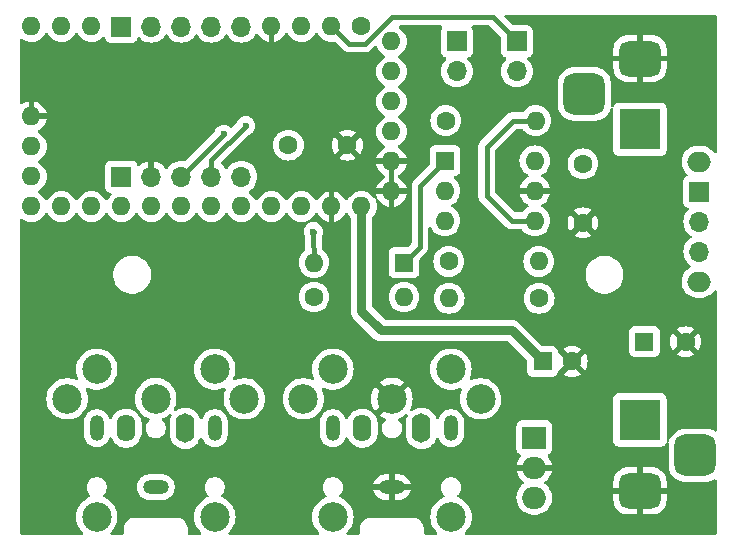
<source format=gbr>
%TF.GenerationSoftware,KiCad,Pcbnew,8.0.3*%
%TF.CreationDate,2024-07-08T19:30:15+01:00*%
%TF.ProjectId,ArduinoProMiniMIDIUSBHost,41726475-696e-46f5-9072-6f4d696e694d,rev?*%
%TF.SameCoordinates,Original*%
%TF.FileFunction,Copper,L2,Bot*%
%TF.FilePolarity,Positive*%
%FSLAX46Y46*%
G04 Gerber Fmt 4.6, Leading zero omitted, Abs format (unit mm)*
G04 Created by KiCad (PCBNEW 8.0.3) date 2024-07-08 19:30:15*
%MOMM*%
%LPD*%
G01*
G04 APERTURE LIST*
G04 Aperture macros list*
%AMRoundRect*
0 Rectangle with rounded corners*
0 $1 Rounding radius*
0 $2 $3 $4 $5 $6 $7 $8 $9 X,Y pos of 4 corners*
0 Add a 4 corners polygon primitive as box body*
4,1,4,$2,$3,$4,$5,$6,$7,$8,$9,$2,$3,0*
0 Add four circle primitives for the rounded corners*
1,1,$1+$1,$2,$3*
1,1,$1+$1,$4,$5*
1,1,$1+$1,$6,$7*
1,1,$1+$1,$8,$9*
0 Add four rect primitives between the rounded corners*
20,1,$1+$1,$2,$3,$4,$5,0*
20,1,$1+$1,$4,$5,$6,$7,0*
20,1,$1+$1,$6,$7,$8,$9,0*
20,1,$1+$1,$8,$9,$2,$3,0*%
G04 Aperture macros list end*
%TA.AperFunction,WasherPad*%
%ADD10C,2.499360*%
%TD*%
%TA.AperFunction,ComponentPad*%
%ADD11C,2.499360*%
%TD*%
%TA.AperFunction,ComponentPad*%
%ADD12C,1.600000*%
%TD*%
%TA.AperFunction,ComponentPad*%
%ADD13O,1.600000X1.600000*%
%TD*%
%TA.AperFunction,ComponentPad*%
%ADD14R,1.600000X1.600000*%
%TD*%
%TA.AperFunction,ComponentPad*%
%ADD15O,1.200000X2.200000*%
%TD*%
%TA.AperFunction,ComponentPad*%
%ADD16O,1.600000X2.300000*%
%TD*%
%TA.AperFunction,ComponentPad*%
%ADD17O,2.200000X1.200000*%
%TD*%
%TA.AperFunction,ComponentPad*%
%ADD18O,1.600000X2.500000*%
%TD*%
%TA.AperFunction,ComponentPad*%
%ADD19O,2.000000X1.700000*%
%TD*%
%TA.AperFunction,ComponentPad*%
%ADD20R,1.700000X1.700000*%
%TD*%
%TA.AperFunction,ComponentPad*%
%ADD21O,1.700000X1.700000*%
%TD*%
%TA.AperFunction,ComponentPad*%
%ADD22R,3.500000X3.500000*%
%TD*%
%TA.AperFunction,ComponentPad*%
%ADD23RoundRect,0.750000X1.000000X-0.750000X1.000000X0.750000X-1.000000X0.750000X-1.000000X-0.750000X0*%
%TD*%
%TA.AperFunction,ComponentPad*%
%ADD24RoundRect,0.875000X0.875000X-0.875000X0.875000X0.875000X-0.875000X0.875000X-0.875000X-0.875000X0*%
%TD*%
%TA.AperFunction,ComponentPad*%
%ADD25R,2.000000X1.905000*%
%TD*%
%TA.AperFunction,ComponentPad*%
%ADD26O,2.000000X1.905000*%
%TD*%
%TA.AperFunction,ComponentPad*%
%ADD27RoundRect,0.750000X-1.000000X0.750000X-1.000000X-0.750000X1.000000X-0.750000X1.000000X0.750000X0*%
%TD*%
%TA.AperFunction,ComponentPad*%
%ADD28RoundRect,0.875000X-0.875000X0.875000X-0.875000X-0.875000X0.875000X-0.875000X0.875000X0.875000X0*%
%TD*%
%TA.AperFunction,ViaPad*%
%ADD29C,0.600000*%
%TD*%
%TA.AperFunction,Conductor*%
%ADD30C,0.800000*%
%TD*%
%TA.AperFunction,Conductor*%
%ADD31C,0.400000*%
%TD*%
G04 APERTURE END LIST*
D10*
%TO.P,IN1,*%
%TO.N,*%
X106998740Y-92997700D03*
X117001260Y-92997700D03*
D11*
%TO.P,IN1,1*%
%TO.N,unconnected-(IN1-Pad1)*%
X119498080Y-83002800D03*
%TO.P,IN1,2*%
%TO.N,unconnected-(IN1-Pad2)*%
X112000000Y-83000260D03*
%TO.P,IN1,3*%
%TO.N,unconnected-(IN1-Pad3)*%
X104501920Y-83002800D03*
%TO.P,IN1,4*%
%TO.N,Net-(IN1-Pad4)*%
X116996180Y-80500900D03*
%TO.P,IN1,5*%
%TO.N,Net-(D1-A)*%
X107003820Y-80500900D03*
%TD*%
D12*
%TO.P,U1,1,D1/TX*%
%TO.N,/UART_TX*%
X129420000Y-51480000D03*
D13*
%TO.P,U1,2,D0/RX*%
%TO.N,/UART_RX*%
X126880000Y-51480000D03*
%TO.P,U1,3,RST*%
%TO.N,unconnected-(U1-RST-Pad3)*%
X124340000Y-51480000D03*
%TO.P,U1,4,GND*%
%TO.N,GND*%
X121800000Y-51480000D03*
%TO.P,U1,5,D2*%
%TO.N,unconnected-(U1-D2-Pad5)*%
X119260000Y-51480000D03*
%TO.P,U1,6,~D3*%
%TO.N,unconnected-(U1-~D3-Pad6)*%
X116720000Y-51480000D03*
%TO.P,U1,7,D4*%
%TO.N,unconnected-(U1-D4-Pad7)*%
X114180000Y-51480000D03*
%TO.P,U1,8,~D5*%
%TO.N,unconnected-(U1-~D5-Pad8)*%
X111640000Y-51480000D03*
%TO.P,U1,9,~D6*%
%TO.N,/PinOverlap*%
X109100000Y-51480000D03*
%TO.P,U1,10,D7*%
%TO.N,unconnected-(U1-D7-Pad10)*%
X106560000Y-51480000D03*
%TO.P,U1,11,D8*%
%TO.N,unconnected-(U1-D8-Pad11)*%
X104020000Y-51480000D03*
%TO.P,U1,12,~D9*%
%TO.N,unconnected-(U1-~D9-Pad12)*%
X101480000Y-51480000D03*
%TO.P,U1,13,~D10*%
%TO.N,unconnected-(U1-~D10-Pad13)*%
X101480000Y-66720000D03*
%TO.P,U1,14,~D11*%
%TO.N,unconnected-(U1-~D11-Pad14)*%
X104020000Y-66720000D03*
%TO.P,U1,15,D12*%
%TO.N,unconnected-(U1-D12-Pad15)*%
X106560000Y-66720000D03*
%TO.P,U1,16,D13*%
%TO.N,unconnected-(U1-D13-Pad16)*%
X109100000Y-66720000D03*
%TO.P,U1,17,D14/A0*%
%TO.N,unconnected-(U1-D14{slash}A0-Pad17)*%
X111640000Y-66720000D03*
%TO.P,U1,18,D15/A1*%
%TO.N,unconnected-(U1-D15{slash}A1-Pad18)*%
X114180000Y-66720000D03*
%TO.P,U1,19,D16/A2*%
%TO.N,unconnected-(U1-D16{slash}A2-Pad19)*%
X116720000Y-66720000D03*
%TO.P,U1,20,D17/A3*%
%TO.N,unconnected-(U1-D17{slash}A3-Pad20)*%
X119260000Y-66720000D03*
%TO.P,U1,21,VCC*%
%TO.N,+3V3*%
X121800000Y-66720000D03*
%TO.P,U1,22,RST*%
%TO.N,unconnected-(U1-RST-Pad22)*%
X124340000Y-66720000D03*
%TO.P,U1,23,GND*%
%TO.N,GND*%
X126880000Y-66720000D03*
%TO.P,U1,24,RAW*%
%TO.N,+5V*%
X129420000Y-66720000D03*
%TO.P,U1,A6,A6*%
%TO.N,unconnected-(U1-PadA6)*%
X101480000Y-64180000D03*
%TO.P,U1,A7,A7*%
%TO.N,unconnected-(U1-PadA7)*%
X101480000Y-61640000D03*
%TO.P,U1,G,GND*%
%TO.N,GND*%
X101480000Y-59100000D03*
%TO.P,U1,H1,DTR*%
%TO.N,unconnected-(U1-DTR-PadH1)*%
X131960000Y-52750000D03*
%TO.P,U1,H2,TX*%
%TO.N,unconnected-(U1-TX-PadH2)*%
X131960000Y-55290000D03*
%TO.P,U1,H3,RX*%
%TO.N,unconnected-(U1-RX-PadH3)*%
X131960000Y-57830000D03*
%TO.P,U1,H4,VCC*%
%TO.N,unconnected-(U1-VCC-PadH4)*%
X131960000Y-60370000D03*
%TO.P,U1,H5,GND*%
%TO.N,GND*%
X131960000Y-62910000D03*
%TO.P,U1,H6,GND*%
X131960000Y-65450000D03*
%TD*%
D14*
%TO.P,C5,1*%
%TO.N,+5V*%
X144757621Y-79850000D03*
D12*
%TO.P,C5,2*%
%TO.N,GND*%
X147257621Y-79850000D03*
%TD*%
%TO.P,R3,1*%
%TO.N,Net-(IN1-Pad4)*%
X125400000Y-74390000D03*
D13*
%TO.P,R3,2*%
%TO.N,Net-(D1-K)*%
X133020000Y-74390000D03*
%TD*%
D15*
%TO.P,J1,R*%
%TO.N,Net-(IN1-Pad4)*%
X107000000Y-85500000D03*
D16*
%TO.P,J1,RN*%
%TO.N,N/C*%
X109500000Y-85500000D03*
D17*
%TO.P,J1,S*%
%TO.N,unconnected-(J1-PadS)*%
X112000000Y-90500000D03*
D15*
%TO.P,J1,T*%
%TO.N,Net-(D1-A)*%
X117000000Y-85500000D03*
D18*
%TO.P,J1,TN*%
%TO.N,N/C*%
X114500000Y-85500000D03*
%TD*%
D19*
%TO.P,SW1,0*%
%TO.N,N/C*%
X158020000Y-62935000D03*
D20*
%TO.P,SW1,1,A*%
%TO.N,Net-(SW1-A)*%
X158020000Y-65475000D03*
D21*
%TO.P,SW1,2,B*%
%TO.N,VCC*%
X158020000Y-68015000D03*
%TO.P,SW1,3*%
%TO.N,N/C*%
X158020000Y-70555000D03*
D19*
%TO.P,SW1,4*%
X158020000Y-73095000D03*
%TD*%
D15*
%TO.P,J2,R*%
%TO.N,Net-(J2-PadR)*%
X127000000Y-85500000D03*
D16*
%TO.P,J2,RN*%
%TO.N,N/C*%
X129500000Y-85500000D03*
D17*
%TO.P,J2,S*%
%TO.N,GND*%
X132000000Y-90500000D03*
D15*
%TO.P,J2,T*%
%TO.N,Net-(J2-PadT)*%
X137000000Y-85500000D03*
D18*
%TO.P,J2,TN*%
%TO.N,N/C*%
X134500000Y-85500000D03*
%TD*%
D12*
%TO.P,R1,1*%
%TO.N,+3V3*%
X144460000Y-74500000D03*
D13*
%TO.P,R1,2*%
%TO.N,Net-(J2-PadR)*%
X136840000Y-74500000D03*
%TD*%
D14*
%TO.P,C2,1*%
%TO.N,VCC*%
X153367349Y-78180000D03*
D12*
%TO.P,C2,2*%
%TO.N,GND*%
X156867349Y-78180000D03*
%TD*%
D20*
%TO.P,J4,1,Pin_1*%
%TO.N,/UART_TX*%
X137500000Y-52750000D03*
D21*
%TO.P,J4,2,Pin_2*%
%TO.N,Net-(J4-Pin_2)*%
X137500000Y-55290000D03*
%TD*%
D12*
%TO.P,C6,1*%
%TO.N,+5V*%
X123230000Y-61530000D03*
%TO.P,C6,2*%
%TO.N,GND*%
X128230000Y-61530000D03*
%TD*%
%TO.P,R7,1*%
%TO.N,+3V3*%
X136550000Y-59460000D03*
D13*
%TO.P,R7,2*%
%TO.N,Net-(J7-Pin_2)*%
X144170000Y-59460000D03*
%TD*%
D14*
%TO.P,U4,1*%
%TO.N,Net-(D1-K)*%
X136480000Y-62850000D03*
D13*
%TO.P,U4,2*%
%TO.N,Net-(D1-A)*%
X136480000Y-65390000D03*
%TO.P,U4,3*%
%TO.N,unconnected-(U4-Pad3)*%
X136480000Y-67930000D03*
%TO.P,U4,4*%
%TO.N,Net-(J7-Pin_2)*%
X144100000Y-67930000D03*
%TO.P,U4,5*%
%TO.N,GND*%
X144100000Y-65390000D03*
%TO.P,U4,6*%
%TO.N,+3V3*%
X144100000Y-62850000D03*
%TD*%
D20*
%TO.P,J7,1,Pin_1*%
%TO.N,/UART_RX*%
X142580000Y-52750000D03*
D21*
%TO.P,J7,2,Pin_2*%
%TO.N,Net-(J7-Pin_2)*%
X142580000Y-55290000D03*
%TD*%
D22*
%TO.P,J6,1*%
%TO.N,VCC*%
X153000000Y-84800000D03*
D23*
%TO.P,J6,2*%
%TO.N,GND*%
X153000000Y-90800000D03*
D24*
%TO.P,J6,3*%
%TO.N,N/C*%
X157700000Y-87800000D03*
%TD*%
D25*
%TO.P,U3,1,IN*%
%TO.N,VCC*%
X144045000Y-86290000D03*
D26*
%TO.P,U3,2,GND*%
%TO.N,GND*%
X144045000Y-88830000D03*
%TO.P,U3,3,OUT*%
%TO.N,+5V*%
X144045000Y-91370000D03*
%TD*%
D12*
%TO.P,C3,1*%
%TO.N,GND*%
X148170000Y-68110000D03*
%TO.P,C3,2*%
%TO.N,+3V3*%
X148170000Y-63110000D03*
%TD*%
D10*
%TO.P,OUT1,*%
%TO.N,*%
X126998740Y-92997700D03*
X137001260Y-92997700D03*
D11*
%TO.P,OUT1,1*%
%TO.N,unconnected-(OUT1-Pad1)*%
X139498080Y-83002800D03*
%TO.P,OUT1,2*%
%TO.N,GND*%
X132000000Y-83000260D03*
%TO.P,OUT1,3*%
%TO.N,unconnected-(OUT1-Pad3)*%
X124501920Y-83002800D03*
%TO.P,OUT1,4*%
%TO.N,Net-(J2-PadR)*%
X136996180Y-80500900D03*
%TO.P,OUT1,5*%
%TO.N,Net-(J2-PadT)*%
X127003820Y-80500900D03*
%TD*%
D22*
%TO.P,J5,1*%
%TO.N,Net-(SW1-A)*%
X153000000Y-60198000D03*
D27*
%TO.P,J5,2*%
%TO.N,GND*%
X153000000Y-54198000D03*
D28*
%TO.P,J5,3*%
%TO.N,N/C*%
X148300000Y-57198000D03*
%TD*%
D14*
%TO.P,D1,1,K*%
%TO.N,Net-(D1-K)*%
X133020000Y-71480000D03*
D13*
%TO.P,D1,2,A*%
%TO.N,Net-(D1-A)*%
X125400000Y-71480000D03*
%TD*%
D20*
%TO.P,J8,1,Pin_1*%
%TO.N,/PinOverlap*%
X109090000Y-51500000D03*
D21*
%TO.P,J8,2,Pin_2*%
%TO.N,unconnected-(J8-Pin_2-Pad2)*%
X111630000Y-51500000D03*
%TO.P,J8,3,Pin_3*%
%TO.N,unconnected-(J8-Pin_3-Pad3)*%
X114170000Y-51500000D03*
%TO.P,J8,4,Pin_4*%
%TO.N,unconnected-(J8-Pin_4-Pad4)*%
X116710000Y-51500000D03*
%TO.P,J8,5,Pin_5*%
%TO.N,unconnected-(J8-Pin_5-Pad5)*%
X119250000Y-51500000D03*
%TD*%
D20*
%TO.P,J3,1,Pin_1*%
%TO.N,+3V3*%
X109090000Y-64200000D03*
D21*
%TO.P,J3,2,Pin_2*%
%TO.N,GND*%
X111630000Y-64200000D03*
%TO.P,J3,3,Pin_3*%
%TO.N,/UART_TX*%
X114170000Y-64200000D03*
%TO.P,J3,4,Pin_4*%
%TO.N,/UART_RX*%
X116710000Y-64200000D03*
%TO.P,J3,5,Pin_5*%
%TO.N,unconnected-(J3-Pin_5-Pad5)*%
X119250000Y-64200000D03*
%TD*%
D12*
%TO.P,R2,1*%
%TO.N,Net-(J2-PadT)*%
X136810000Y-71370000D03*
D13*
%TO.P,R2,2*%
%TO.N,Net-(J4-Pin_2)*%
X144430000Y-71370000D03*
%TD*%
D29*
%TO.N,Net-(D1-A)*%
X125350000Y-68850000D03*
%TO.N,/UART_TX*%
X117760000Y-60620000D03*
%TO.N,/UART_RX*%
X119620000Y-59880000D03*
%TD*%
D30*
%TO.N,+5V*%
X142125121Y-77217500D02*
X131052500Y-77217500D01*
X144757621Y-79850000D02*
X142125121Y-77217500D01*
X129420000Y-75585000D02*
X129420000Y-66720000D01*
X131052500Y-77217500D02*
X129420000Y-75585000D01*
D31*
%TO.N,Net-(D1-A)*%
X125400000Y-71480000D02*
X125350000Y-68850000D01*
X125350000Y-68850000D02*
X125400000Y-68900000D01*
%TO.N,Net-(D1-K)*%
X133020000Y-71480000D02*
X134375000Y-70125000D01*
X134375000Y-70125000D02*
X134375000Y-64955000D01*
X134375000Y-64955000D02*
X136480000Y-62850000D01*
%TO.N,/UART_TX*%
X114170000Y-64200000D02*
X117750000Y-60620000D01*
X117750000Y-60620000D02*
X117760000Y-60620000D01*
%TO.N,/UART_RX*%
X116710000Y-64200000D02*
X116710000Y-62790000D01*
X140530000Y-50700000D02*
X142580000Y-52750000D01*
X126880000Y-51480000D02*
X128370000Y-52970000D01*
X128370000Y-52970000D02*
X129710000Y-52970000D01*
X131980000Y-50700000D02*
X140530000Y-50700000D01*
X116710000Y-62790000D02*
X119620000Y-59880000D01*
X129710000Y-52970000D02*
X131980000Y-50700000D01*
%TO.N,Net-(J7-Pin_2)*%
X144100000Y-67930000D02*
X142130000Y-67930000D01*
X142130000Y-67930000D02*
X140020000Y-65820000D01*
X140020000Y-65820000D02*
X140020000Y-61650000D01*
X140020000Y-61650000D02*
X142210000Y-59460000D01*
X142210000Y-59460000D02*
X144170000Y-59460000D01*
%TD*%
%TA.AperFunction,Conductor*%
%TO.N,GND*%
G36*
X159442539Y-50520185D02*
G01*
X159488294Y-50572989D01*
X159499500Y-50624500D01*
X159499500Y-62085658D01*
X159479815Y-62152697D01*
X159427011Y-62198452D01*
X159357853Y-62208396D01*
X159294297Y-62179371D01*
X159275182Y-62158543D01*
X159200109Y-62055214D01*
X159200105Y-62055209D01*
X159049786Y-61904890D01*
X158877820Y-61779951D01*
X158688414Y-61683444D01*
X158688413Y-61683443D01*
X158688412Y-61683443D01*
X158486243Y-61617754D01*
X158486241Y-61617753D01*
X158486240Y-61617753D01*
X158324957Y-61592208D01*
X158276287Y-61584500D01*
X157763713Y-61584500D01*
X157715042Y-61592208D01*
X157553760Y-61617753D01*
X157351585Y-61683444D01*
X157162179Y-61779951D01*
X156990213Y-61904890D01*
X156839890Y-62055213D01*
X156714951Y-62227179D01*
X156618444Y-62416585D01*
X156552753Y-62618760D01*
X156530899Y-62756741D01*
X156519500Y-62828713D01*
X156519500Y-63041287D01*
X156526868Y-63087804D01*
X156550909Y-63239598D01*
X156552754Y-63251243D01*
X156580518Y-63336692D01*
X156618444Y-63453414D01*
X156714951Y-63642820D01*
X156839890Y-63814786D01*
X156993653Y-63968549D01*
X156992091Y-63970110D01*
X157025278Y-64020925D01*
X157025790Y-64090793D01*
X156988448Y-64149847D01*
X156949895Y-64172913D01*
X156927674Y-64181201D01*
X156927664Y-64181206D01*
X156812455Y-64267452D01*
X156812452Y-64267455D01*
X156726206Y-64382664D01*
X156726202Y-64382671D01*
X156675908Y-64517517D01*
X156669501Y-64577116D01*
X156669500Y-64577135D01*
X156669500Y-66372870D01*
X156669501Y-66372876D01*
X156675908Y-66432483D01*
X156726202Y-66567328D01*
X156726206Y-66567335D01*
X156812452Y-66682544D01*
X156812455Y-66682547D01*
X156927664Y-66768793D01*
X156927671Y-66768797D01*
X157059081Y-66817810D01*
X157115015Y-66859681D01*
X157139432Y-66925145D01*
X157124580Y-66993418D01*
X157103430Y-67021673D01*
X156981503Y-67143600D01*
X156845965Y-67337169D01*
X156845964Y-67337171D01*
X156746098Y-67551335D01*
X156746094Y-67551344D01*
X156684938Y-67779586D01*
X156684936Y-67779596D01*
X156664341Y-68014999D01*
X156664341Y-68015000D01*
X156684936Y-68250403D01*
X156684938Y-68250413D01*
X156746094Y-68478655D01*
X156746096Y-68478659D01*
X156746097Y-68478663D01*
X156816900Y-68630500D01*
X156845965Y-68692830D01*
X156845967Y-68692834D01*
X156981501Y-68886395D01*
X156981506Y-68886402D01*
X157148597Y-69053493D01*
X157148603Y-69053498D01*
X157334158Y-69183425D01*
X157377783Y-69238002D01*
X157384977Y-69307500D01*
X157353454Y-69369855D01*
X157334158Y-69386575D01*
X157148597Y-69516505D01*
X156981505Y-69683597D01*
X156845965Y-69877169D01*
X156845964Y-69877171D01*
X156746098Y-70091335D01*
X156746094Y-70091344D01*
X156684938Y-70319586D01*
X156684936Y-70319596D01*
X156664341Y-70554999D01*
X156664341Y-70555000D01*
X156684936Y-70790403D01*
X156684938Y-70790413D01*
X156746094Y-71018655D01*
X156746096Y-71018659D01*
X156746097Y-71018663D01*
X156809430Y-71154480D01*
X156845965Y-71232830D01*
X156845967Y-71232834D01*
X156942013Y-71370001D01*
X156981505Y-71426401D01*
X157148599Y-71593495D01*
X157218596Y-71642507D01*
X157271659Y-71679663D01*
X157315284Y-71734240D01*
X157322477Y-71803738D01*
X157290955Y-71866093D01*
X157256832Y-71891722D01*
X157162182Y-71939949D01*
X156990213Y-72064890D01*
X156839890Y-72215213D01*
X156714951Y-72387179D01*
X156618444Y-72576585D01*
X156552753Y-72778760D01*
X156519500Y-72988713D01*
X156519500Y-73201286D01*
X156546131Y-73369432D01*
X156552754Y-73411243D01*
X156595452Y-73542654D01*
X156618444Y-73613414D01*
X156714951Y-73802820D01*
X156839890Y-73974786D01*
X156990213Y-74125109D01*
X157162179Y-74250048D01*
X157162181Y-74250049D01*
X157162184Y-74250051D01*
X157351588Y-74346557D01*
X157553757Y-74412246D01*
X157763713Y-74445500D01*
X157763714Y-74445500D01*
X158276286Y-74445500D01*
X158276287Y-74445500D01*
X158486243Y-74412246D01*
X158688412Y-74346557D01*
X158877816Y-74250051D01*
X158899789Y-74234086D01*
X159049786Y-74125109D01*
X159049788Y-74125106D01*
X159049792Y-74125104D01*
X159200104Y-73974792D01*
X159275182Y-73871455D01*
X159330511Y-73828790D01*
X159400124Y-73822811D01*
X159461920Y-73855416D01*
X159496277Y-73916255D01*
X159499500Y-73944341D01*
X159499500Y-85656132D01*
X159479815Y-85723171D01*
X159427011Y-85768926D01*
X159357853Y-85778870D01*
X159312742Y-85763078D01*
X159170189Y-85679425D01*
X159079832Y-85645326D01*
X158951126Y-85596755D01*
X158951121Y-85596754D01*
X158721243Y-85552295D01*
X158668652Y-85549501D01*
X158668629Y-85549500D01*
X158668622Y-85549500D01*
X156731378Y-85549500D01*
X156731370Y-85549500D01*
X156731347Y-85549501D01*
X156678756Y-85552295D01*
X156678755Y-85552295D01*
X156448878Y-85596754D01*
X156448876Y-85596754D01*
X156448874Y-85596755D01*
X156374933Y-85624659D01*
X156229810Y-85679425D01*
X156027868Y-85797929D01*
X156027861Y-85797934D01*
X155848858Y-85948856D01*
X155848856Y-85948858D01*
X155697934Y-86127861D01*
X155697929Y-86127868D01*
X155579425Y-86329810D01*
X155496753Y-86548880D01*
X155496240Y-86551532D01*
X155495712Y-86552552D01*
X155495317Y-86553950D01*
X155495032Y-86553869D01*
X155464175Y-86613609D01*
X155403639Y-86648497D01*
X155333851Y-86645117D01*
X155276968Y-86604544D01*
X155251051Y-86539659D01*
X155250499Y-86527989D01*
X155250499Y-83002128D01*
X155244091Y-82942517D01*
X155193796Y-82807669D01*
X155193795Y-82807668D01*
X155193793Y-82807664D01*
X155107547Y-82692455D01*
X155107544Y-82692452D01*
X154992335Y-82606206D01*
X154992328Y-82606202D01*
X154857482Y-82555908D01*
X154857483Y-82555908D01*
X154797883Y-82549501D01*
X154797881Y-82549500D01*
X154797873Y-82549500D01*
X154797864Y-82549500D01*
X151202129Y-82549500D01*
X151202123Y-82549501D01*
X151142516Y-82555908D01*
X151007671Y-82606202D01*
X151007664Y-82606206D01*
X150892455Y-82692452D01*
X150892452Y-82692455D01*
X150806206Y-82807664D01*
X150806202Y-82807671D01*
X150755908Y-82942517D01*
X150749701Y-83000255D01*
X150749501Y-83002123D01*
X150749500Y-83002135D01*
X150749500Y-86597870D01*
X150749501Y-86597876D01*
X150755908Y-86657483D01*
X150806202Y-86792328D01*
X150806206Y-86792335D01*
X150892452Y-86907544D01*
X150892455Y-86907547D01*
X151007664Y-86993793D01*
X151007671Y-86993797D01*
X151142517Y-87044091D01*
X151142516Y-87044091D01*
X151149444Y-87044835D01*
X151202127Y-87050500D01*
X154797872Y-87050499D01*
X154857483Y-87044091D01*
X154992331Y-86993796D01*
X155107546Y-86907546D01*
X155193796Y-86792331D01*
X155211426Y-86745060D01*
X155253296Y-86689128D01*
X155318759Y-86664710D01*
X155387033Y-86679561D01*
X155436439Y-86728965D01*
X155451433Y-86794971D01*
X155449501Y-86831342D01*
X155449500Y-86831386D01*
X155449500Y-88768613D01*
X155449501Y-88768652D01*
X155452295Y-88821243D01*
X155452295Y-88821244D01*
X155495046Y-89042292D01*
X155496755Y-89051126D01*
X155507652Y-89080000D01*
X155579425Y-89270189D01*
X155697929Y-89472131D01*
X155697934Y-89472138D01*
X155848856Y-89651141D01*
X155848858Y-89651143D01*
X156027861Y-89802065D01*
X156027868Y-89802070D01*
X156229810Y-89920574D01*
X156448874Y-90003245D01*
X156678759Y-90047705D01*
X156731378Y-90050500D01*
X156731386Y-90050500D01*
X158668614Y-90050500D01*
X158668622Y-90050500D01*
X158721241Y-90047705D01*
X158951126Y-90003245D01*
X159170190Y-89920574D01*
X159312743Y-89836920D01*
X159380523Y-89819969D01*
X159446710Y-89842353D01*
X159490289Y-89896967D01*
X159499500Y-89943867D01*
X159499500Y-94375500D01*
X159479815Y-94442539D01*
X159427011Y-94488294D01*
X159375500Y-94499500D01*
X138271792Y-94499500D01*
X138204753Y-94479815D01*
X138158998Y-94427011D01*
X138149054Y-94357853D01*
X138178079Y-94294297D01*
X138187445Y-94284606D01*
X138287831Y-94191463D01*
X138451382Y-93986376D01*
X138582540Y-93759204D01*
X138655439Y-93573459D01*
X138678374Y-93515023D01*
X138695051Y-93441952D01*
X138736745Y-93259282D01*
X138736746Y-93259272D01*
X138756348Y-92997704D01*
X138756348Y-92997695D01*
X138736746Y-92736127D01*
X138736745Y-92736122D01*
X138736745Y-92736118D01*
X138685918Y-92513430D01*
X138678374Y-92480376D01*
X138614083Y-92316566D01*
X138582540Y-92236196D01*
X138582539Y-92236195D01*
X138582540Y-92236195D01*
X138534532Y-92153044D01*
X138451382Y-92009024D01*
X138287831Y-91803937D01*
X138095539Y-91625517D01*
X137878804Y-91477749D01*
X137878800Y-91477747D01*
X137878797Y-91477745D01*
X137878796Y-91477744D01*
X137642468Y-91363936D01*
X137642470Y-91363936D01*
X137626861Y-91359121D01*
X137607072Y-91353017D01*
X137548814Y-91314447D01*
X137520656Y-91250502D01*
X137531540Y-91181486D01*
X137555939Y-91146848D01*
X137660626Y-91042162D01*
X137753703Y-90902863D01*
X137817816Y-90748082D01*
X137850500Y-90583767D01*
X137850500Y-90416233D01*
X137817816Y-90251918D01*
X137753703Y-90097137D01*
X137690966Y-90003245D01*
X137660626Y-89957837D01*
X137542162Y-89839373D01*
X137402860Y-89746295D01*
X137248082Y-89682184D01*
X137248074Y-89682182D01*
X137083771Y-89649500D01*
X137083767Y-89649500D01*
X136916233Y-89649500D01*
X136916228Y-89649500D01*
X136751925Y-89682182D01*
X136751917Y-89682184D01*
X136597139Y-89746295D01*
X136457837Y-89839373D01*
X136339373Y-89957837D01*
X136246295Y-90097139D01*
X136182184Y-90251917D01*
X136182182Y-90251925D01*
X136149500Y-90416228D01*
X136149500Y-90583771D01*
X136182182Y-90748074D01*
X136182184Y-90748082D01*
X136246295Y-90902860D01*
X136339373Y-91042162D01*
X136444651Y-91147440D01*
X136478136Y-91208763D01*
X136473152Y-91278455D01*
X136431280Y-91334388D01*
X136393522Y-91353611D01*
X136360054Y-91363934D01*
X136360051Y-91363936D01*
X136123723Y-91477744D01*
X136123722Y-91477745D01*
X135906980Y-91625517D01*
X135714691Y-91803935D01*
X135714689Y-91803937D01*
X135551138Y-92009024D01*
X135419980Y-92236195D01*
X135324145Y-92480376D01*
X135265774Y-92736122D01*
X135265773Y-92736127D01*
X135246172Y-92997695D01*
X135246172Y-92997704D01*
X135265773Y-93259272D01*
X135265774Y-93259277D01*
X135324145Y-93515023D01*
X135419980Y-93759204D01*
X135419979Y-93759204D01*
X135503130Y-93903224D01*
X135551138Y-93986376D01*
X135714689Y-94191463D01*
X135815069Y-94284602D01*
X135850824Y-94344629D01*
X135848449Y-94414459D01*
X135808699Y-94471919D01*
X135744193Y-94498767D01*
X135730728Y-94499500D01*
X134824500Y-94499500D01*
X134757461Y-94479815D01*
X134711706Y-94427011D01*
X134700500Y-94375500D01*
X134700500Y-93911306D01*
X134700499Y-93911304D01*
X134665896Y-93737341D01*
X134665893Y-93737332D01*
X134598016Y-93573459D01*
X134598009Y-93573446D01*
X134499464Y-93425965D01*
X134499461Y-93425961D01*
X134374038Y-93300538D01*
X134374034Y-93300535D01*
X134226553Y-93201990D01*
X134226540Y-93201983D01*
X134062667Y-93134106D01*
X134062658Y-93134103D01*
X133888694Y-93099500D01*
X133888691Y-93099500D01*
X133865892Y-93099500D01*
X130265892Y-93099500D01*
X130200000Y-93099500D01*
X130111309Y-93099500D01*
X130111306Y-93099500D01*
X129937341Y-93134103D01*
X129937332Y-93134106D01*
X129773459Y-93201983D01*
X129773446Y-93201990D01*
X129625965Y-93300535D01*
X129625961Y-93300538D01*
X129500538Y-93425961D01*
X129500535Y-93425965D01*
X129401990Y-93573446D01*
X129401983Y-93573459D01*
X129334106Y-93737332D01*
X129334103Y-93737341D01*
X129299500Y-93911304D01*
X129299500Y-94375500D01*
X129279815Y-94442539D01*
X129227011Y-94488294D01*
X129175500Y-94499500D01*
X128269272Y-94499500D01*
X128202233Y-94479815D01*
X128156478Y-94427011D01*
X128146534Y-94357853D01*
X128175559Y-94294297D01*
X128184925Y-94284606D01*
X128285311Y-94191463D01*
X128448862Y-93986376D01*
X128580020Y-93759204D01*
X128652919Y-93573459D01*
X128675854Y-93515023D01*
X128692531Y-93441952D01*
X128734225Y-93259282D01*
X128734226Y-93259272D01*
X128753828Y-92997704D01*
X128753828Y-92997695D01*
X128734226Y-92736127D01*
X128734225Y-92736122D01*
X128734225Y-92736118D01*
X128683398Y-92513430D01*
X128675854Y-92480376D01*
X128611563Y-92316566D01*
X128580020Y-92236196D01*
X128580019Y-92236195D01*
X128580020Y-92236195D01*
X128532012Y-92153044D01*
X128448862Y-92009024D01*
X128285311Y-91803937D01*
X128093019Y-91625517D01*
X127876284Y-91477749D01*
X127876280Y-91477747D01*
X127876277Y-91477745D01*
X127876276Y-91477744D01*
X127639951Y-91363937D01*
X127639948Y-91363936D01*
X127639946Y-91363935D01*
X127606476Y-91353611D01*
X127548220Y-91315041D01*
X127520062Y-91251096D01*
X127530946Y-91182079D01*
X127555345Y-91147442D01*
X127660626Y-91042162D01*
X127753703Y-90902863D01*
X127817022Y-90750000D01*
X130425885Y-90750000D01*
X130427085Y-90757584D01*
X130480591Y-90922255D01*
X130559195Y-91076524D01*
X130660967Y-91216602D01*
X130783397Y-91339032D01*
X130923475Y-91440804D01*
X131077742Y-91519408D01*
X131242415Y-91572914D01*
X131413429Y-91600000D01*
X131750000Y-91600000D01*
X132250000Y-91600000D01*
X132586571Y-91600000D01*
X132757584Y-91572914D01*
X132922257Y-91519408D01*
X133076524Y-91440804D01*
X133216602Y-91339032D01*
X133339032Y-91216602D01*
X133440804Y-91076524D01*
X133519408Y-90922255D01*
X133572914Y-90757584D01*
X133574115Y-90750000D01*
X132250000Y-90750000D01*
X132250000Y-91600000D01*
X131750000Y-91600000D01*
X131750000Y-90750000D01*
X130425885Y-90750000D01*
X127817022Y-90750000D01*
X127817816Y-90748082D01*
X127850500Y-90583767D01*
X127850500Y-90460218D01*
X131300000Y-90460218D01*
X131300000Y-90539782D01*
X131330448Y-90613291D01*
X131386709Y-90669552D01*
X131460218Y-90700000D01*
X132539782Y-90700000D01*
X132613291Y-90669552D01*
X132669552Y-90613291D01*
X132700000Y-90539782D01*
X132700000Y-90460218D01*
X132669552Y-90386709D01*
X132613291Y-90330448D01*
X132539782Y-90300000D01*
X131460218Y-90300000D01*
X131386709Y-90330448D01*
X131330448Y-90386709D01*
X131300000Y-90460218D01*
X127850500Y-90460218D01*
X127850500Y-90416233D01*
X127817816Y-90251918D01*
X127817021Y-90249999D01*
X130425884Y-90249999D01*
X130425885Y-90250000D01*
X131750000Y-90250000D01*
X132250000Y-90250000D01*
X133574115Y-90250000D01*
X133574115Y-90249999D01*
X133572914Y-90242415D01*
X133519408Y-90077744D01*
X133440804Y-89923475D01*
X133339032Y-89783397D01*
X133216602Y-89660967D01*
X133076524Y-89559195D01*
X132922257Y-89480591D01*
X132757584Y-89427085D01*
X132586571Y-89400000D01*
X132250000Y-89400000D01*
X132250000Y-90250000D01*
X131750000Y-90250000D01*
X131750000Y-89400000D01*
X131413429Y-89400000D01*
X131242415Y-89427085D01*
X131077742Y-89480591D01*
X130923475Y-89559195D01*
X130783397Y-89660967D01*
X130660967Y-89783397D01*
X130559195Y-89923475D01*
X130480591Y-90077744D01*
X130427085Y-90242415D01*
X130425884Y-90249999D01*
X127817021Y-90249999D01*
X127753703Y-90097137D01*
X127690966Y-90003245D01*
X127660626Y-89957837D01*
X127542162Y-89839373D01*
X127402860Y-89746295D01*
X127248082Y-89682184D01*
X127248074Y-89682182D01*
X127083771Y-89649500D01*
X127083767Y-89649500D01*
X126916233Y-89649500D01*
X126916228Y-89649500D01*
X126751925Y-89682182D01*
X126751917Y-89682184D01*
X126597139Y-89746295D01*
X126457837Y-89839373D01*
X126339373Y-89957837D01*
X126246295Y-90097139D01*
X126182184Y-90251917D01*
X126182182Y-90251925D01*
X126149500Y-90416228D01*
X126149500Y-90583771D01*
X126182182Y-90748074D01*
X126182184Y-90748082D01*
X126246295Y-90902860D01*
X126339373Y-91042162D01*
X126444057Y-91146846D01*
X126477542Y-91208169D01*
X126472558Y-91277861D01*
X126430686Y-91333794D01*
X126392928Y-91353017D01*
X126357534Y-91363935D01*
X126357528Y-91363937D01*
X126121203Y-91477744D01*
X126121202Y-91477745D01*
X125904460Y-91625517D01*
X125712171Y-91803935D01*
X125712169Y-91803937D01*
X125548618Y-92009024D01*
X125417460Y-92236195D01*
X125321625Y-92480376D01*
X125263254Y-92736122D01*
X125263253Y-92736127D01*
X125243652Y-92997695D01*
X125243652Y-92997704D01*
X125263253Y-93259272D01*
X125263254Y-93259277D01*
X125321625Y-93515023D01*
X125417460Y-93759204D01*
X125417459Y-93759204D01*
X125500610Y-93903224D01*
X125548618Y-93986376D01*
X125712169Y-94191463D01*
X125812549Y-94284602D01*
X125848304Y-94344629D01*
X125845929Y-94414459D01*
X125806179Y-94471919D01*
X125741673Y-94498767D01*
X125728208Y-94499500D01*
X118271792Y-94499500D01*
X118204753Y-94479815D01*
X118158998Y-94427011D01*
X118149054Y-94357853D01*
X118178079Y-94294297D01*
X118187445Y-94284606D01*
X118287831Y-94191463D01*
X118451382Y-93986376D01*
X118582540Y-93759204D01*
X118655439Y-93573459D01*
X118678374Y-93515023D01*
X118695051Y-93441952D01*
X118736745Y-93259282D01*
X118736746Y-93259272D01*
X118756348Y-92997704D01*
X118756348Y-92997695D01*
X118736746Y-92736127D01*
X118736745Y-92736122D01*
X118736745Y-92736118D01*
X118685918Y-92513430D01*
X118678374Y-92480376D01*
X118614083Y-92316566D01*
X118582540Y-92236196D01*
X118582539Y-92236195D01*
X118582540Y-92236195D01*
X118534532Y-92153044D01*
X118451382Y-92009024D01*
X118287831Y-91803937D01*
X118095539Y-91625517D01*
X117878804Y-91477749D01*
X117878800Y-91477747D01*
X117878797Y-91477745D01*
X117878796Y-91477744D01*
X117642468Y-91363936D01*
X117642470Y-91363936D01*
X117626861Y-91359121D01*
X117607072Y-91353017D01*
X117548814Y-91314447D01*
X117520656Y-91250502D01*
X117531540Y-91181486D01*
X117555939Y-91146848D01*
X117660626Y-91042162D01*
X117753703Y-90902863D01*
X117817816Y-90748082D01*
X117850500Y-90583767D01*
X117850500Y-90416233D01*
X117817816Y-90251918D01*
X117753703Y-90097137D01*
X117690966Y-90003245D01*
X117660626Y-89957837D01*
X117542162Y-89839373D01*
X117402860Y-89746295D01*
X117248082Y-89682184D01*
X117248074Y-89682182D01*
X117083771Y-89649500D01*
X117083767Y-89649500D01*
X116916233Y-89649500D01*
X116916228Y-89649500D01*
X116751925Y-89682182D01*
X116751917Y-89682184D01*
X116597139Y-89746295D01*
X116457837Y-89839373D01*
X116339373Y-89957837D01*
X116246295Y-90097139D01*
X116182184Y-90251917D01*
X116182182Y-90251925D01*
X116149500Y-90416228D01*
X116149500Y-90583771D01*
X116182182Y-90748074D01*
X116182184Y-90748082D01*
X116246295Y-90902860D01*
X116339373Y-91042162D01*
X116444651Y-91147440D01*
X116478136Y-91208763D01*
X116473152Y-91278455D01*
X116431280Y-91334388D01*
X116393522Y-91353611D01*
X116360054Y-91363934D01*
X116360051Y-91363936D01*
X116123723Y-91477744D01*
X116123722Y-91477745D01*
X115906980Y-91625517D01*
X115714691Y-91803935D01*
X115714689Y-91803937D01*
X115551138Y-92009024D01*
X115419980Y-92236195D01*
X115324145Y-92480376D01*
X115265774Y-92736122D01*
X115265773Y-92736127D01*
X115246172Y-92997695D01*
X115246172Y-92997704D01*
X115265773Y-93259272D01*
X115265774Y-93259277D01*
X115324145Y-93515023D01*
X115419980Y-93759204D01*
X115419979Y-93759204D01*
X115503130Y-93903224D01*
X115551138Y-93986376D01*
X115714689Y-94191463D01*
X115815069Y-94284602D01*
X115850824Y-94344629D01*
X115848449Y-94414459D01*
X115808699Y-94471919D01*
X115744193Y-94498767D01*
X115730728Y-94499500D01*
X114824500Y-94499500D01*
X114757461Y-94479815D01*
X114711706Y-94427011D01*
X114700500Y-94375500D01*
X114700500Y-93911306D01*
X114700499Y-93911304D01*
X114665896Y-93737341D01*
X114665893Y-93737332D01*
X114598016Y-93573459D01*
X114598009Y-93573446D01*
X114499464Y-93425965D01*
X114499461Y-93425961D01*
X114374038Y-93300538D01*
X114374034Y-93300535D01*
X114226553Y-93201990D01*
X114226540Y-93201983D01*
X114062667Y-93134106D01*
X114062658Y-93134103D01*
X113888694Y-93099500D01*
X113888691Y-93099500D01*
X113865892Y-93099500D01*
X110265892Y-93099500D01*
X110200000Y-93099500D01*
X110111309Y-93099500D01*
X110111306Y-93099500D01*
X109937341Y-93134103D01*
X109937332Y-93134106D01*
X109773459Y-93201983D01*
X109773446Y-93201990D01*
X109625965Y-93300535D01*
X109625961Y-93300538D01*
X109500538Y-93425961D01*
X109500535Y-93425965D01*
X109401990Y-93573446D01*
X109401983Y-93573459D01*
X109334106Y-93737332D01*
X109334103Y-93737341D01*
X109299500Y-93911304D01*
X109299500Y-94375500D01*
X109279815Y-94442539D01*
X109227011Y-94488294D01*
X109175500Y-94499500D01*
X108269272Y-94499500D01*
X108202233Y-94479815D01*
X108156478Y-94427011D01*
X108146534Y-94357853D01*
X108175559Y-94294297D01*
X108184925Y-94284606D01*
X108285311Y-94191463D01*
X108448862Y-93986376D01*
X108580020Y-93759204D01*
X108652919Y-93573459D01*
X108675854Y-93515023D01*
X108692531Y-93441952D01*
X108734225Y-93259282D01*
X108734226Y-93259272D01*
X108753828Y-92997704D01*
X108753828Y-92997695D01*
X108734226Y-92736127D01*
X108734225Y-92736122D01*
X108734225Y-92736118D01*
X108683398Y-92513430D01*
X108675854Y-92480376D01*
X108611563Y-92316566D01*
X108580020Y-92236196D01*
X108580019Y-92236195D01*
X108580020Y-92236195D01*
X108532012Y-92153044D01*
X108448862Y-92009024D01*
X108285311Y-91803937D01*
X108093019Y-91625517D01*
X107876284Y-91477749D01*
X107876280Y-91477747D01*
X107876277Y-91477745D01*
X107876276Y-91477744D01*
X107639951Y-91363937D01*
X107639948Y-91363936D01*
X107639946Y-91363935D01*
X107606476Y-91353611D01*
X107548220Y-91315041D01*
X107520062Y-91251096D01*
X107530946Y-91182079D01*
X107555345Y-91147442D01*
X107660626Y-91042162D01*
X107753703Y-90902863D01*
X107817816Y-90748082D01*
X107850500Y-90583767D01*
X107850500Y-90416233D01*
X107849934Y-90413389D01*
X110399500Y-90413389D01*
X110399500Y-90586611D01*
X110402961Y-90608461D01*
X110422871Y-90734174D01*
X110426598Y-90757701D01*
X110480127Y-90922445D01*
X110558768Y-91076788D01*
X110660586Y-91216928D01*
X110783072Y-91339414D01*
X110923212Y-91441232D01*
X111077555Y-91519873D01*
X111242299Y-91573402D01*
X111413389Y-91600500D01*
X111413390Y-91600500D01*
X112586610Y-91600500D01*
X112586611Y-91600500D01*
X112757701Y-91573402D01*
X112922445Y-91519873D01*
X113076788Y-91441232D01*
X113216928Y-91339414D01*
X113339414Y-91216928D01*
X113441232Y-91076788D01*
X113519873Y-90922445D01*
X113573402Y-90757701D01*
X113600500Y-90586611D01*
X113600500Y-90413389D01*
X113573402Y-90242299D01*
X113519873Y-90077555D01*
X113441232Y-89923212D01*
X113339414Y-89783072D01*
X113216928Y-89660586D01*
X113076788Y-89558768D01*
X112922445Y-89480127D01*
X112757701Y-89426598D01*
X112757699Y-89426597D01*
X112757698Y-89426597D01*
X112626271Y-89405781D01*
X112586611Y-89399500D01*
X111413389Y-89399500D01*
X111373728Y-89405781D01*
X111242302Y-89426597D01*
X111077552Y-89480128D01*
X110923211Y-89558768D01*
X110843256Y-89616859D01*
X110783072Y-89660586D01*
X110783070Y-89660588D01*
X110783069Y-89660588D01*
X110660588Y-89783069D01*
X110660588Y-89783070D01*
X110660586Y-89783072D01*
X110660350Y-89783397D01*
X110558768Y-89923211D01*
X110480128Y-90077552D01*
X110426597Y-90242302D01*
X110412062Y-90334075D01*
X110399500Y-90413389D01*
X107849934Y-90413389D01*
X107817816Y-90251918D01*
X107753703Y-90097137D01*
X107690966Y-90003245D01*
X107660626Y-89957837D01*
X107542162Y-89839373D01*
X107402860Y-89746295D01*
X107248082Y-89682184D01*
X107248074Y-89682182D01*
X107083771Y-89649500D01*
X107083767Y-89649500D01*
X106916233Y-89649500D01*
X106916228Y-89649500D01*
X106751925Y-89682182D01*
X106751917Y-89682184D01*
X106597139Y-89746295D01*
X106457837Y-89839373D01*
X106339373Y-89957837D01*
X106246295Y-90097139D01*
X106182184Y-90251917D01*
X106182182Y-90251925D01*
X106149500Y-90416228D01*
X106149500Y-90583771D01*
X106182182Y-90748074D01*
X106182184Y-90748082D01*
X106246295Y-90902860D01*
X106339373Y-91042162D01*
X106444057Y-91146846D01*
X106477542Y-91208169D01*
X106472558Y-91277861D01*
X106430686Y-91333794D01*
X106392928Y-91353017D01*
X106357534Y-91363935D01*
X106357528Y-91363937D01*
X106121203Y-91477744D01*
X106121202Y-91477745D01*
X105904460Y-91625517D01*
X105712171Y-91803935D01*
X105712169Y-91803937D01*
X105548618Y-92009024D01*
X105417460Y-92236195D01*
X105321625Y-92480376D01*
X105263254Y-92736122D01*
X105263253Y-92736127D01*
X105243652Y-92997695D01*
X105243652Y-92997704D01*
X105263253Y-93259272D01*
X105263254Y-93259277D01*
X105321625Y-93515023D01*
X105417460Y-93759204D01*
X105417459Y-93759204D01*
X105500610Y-93903224D01*
X105548618Y-93986376D01*
X105712169Y-94191463D01*
X105812549Y-94284602D01*
X105848304Y-94344629D01*
X105845929Y-94414459D01*
X105806179Y-94471919D01*
X105741673Y-94498767D01*
X105728208Y-94499500D01*
X100624500Y-94499500D01*
X100557461Y-94479815D01*
X100511706Y-94427011D01*
X100500500Y-94375500D01*
X100500500Y-84913389D01*
X105899500Y-84913389D01*
X105899500Y-86086611D01*
X105907677Y-86138239D01*
X105925964Y-86253703D01*
X105926598Y-86257701D01*
X105980127Y-86422445D01*
X106058768Y-86576788D01*
X106160586Y-86716928D01*
X106283072Y-86839414D01*
X106423212Y-86941232D01*
X106577555Y-87019873D01*
X106742299Y-87073402D01*
X106913389Y-87100500D01*
X106913390Y-87100500D01*
X107086610Y-87100500D01*
X107086611Y-87100500D01*
X107257701Y-87073402D01*
X107422445Y-87019873D01*
X107576788Y-86941232D01*
X107716928Y-86839414D01*
X107839414Y-86716928D01*
X107941232Y-86576788D01*
X108019873Y-86422445D01*
X108051292Y-86325745D01*
X108090728Y-86268072D01*
X108155086Y-86240873D01*
X108223933Y-86252787D01*
X108275409Y-86300031D01*
X108287152Y-86325744D01*
X108294780Y-86349220D01*
X108387715Y-86531613D01*
X108508028Y-86697213D01*
X108652786Y-86841971D01*
X108789410Y-86941232D01*
X108818390Y-86962287D01*
X108931405Y-87019871D01*
X109000776Y-87055218D01*
X109000778Y-87055218D01*
X109000781Y-87055220D01*
X109105137Y-87089127D01*
X109195465Y-87118477D01*
X109296557Y-87134488D01*
X109397648Y-87150500D01*
X109397649Y-87150500D01*
X109602351Y-87150500D01*
X109602352Y-87150500D01*
X109804534Y-87118477D01*
X109999219Y-87055220D01*
X110181610Y-86962287D01*
X110274590Y-86894732D01*
X110347213Y-86841971D01*
X110347215Y-86841968D01*
X110347219Y-86841966D01*
X110491966Y-86697219D01*
X110491968Y-86697215D01*
X110491971Y-86697213D01*
X110564142Y-86597876D01*
X110612287Y-86531610D01*
X110705220Y-86349219D01*
X110768477Y-86154534D01*
X110800500Y-85952352D01*
X110800500Y-85047648D01*
X110768477Y-84845466D01*
X110767808Y-84843408D01*
X110712846Y-84674252D01*
X110705220Y-84650781D01*
X110705218Y-84650777D01*
X110705218Y-84650776D01*
X110612287Y-84468390D01*
X110538512Y-84366846D01*
X110515033Y-84301039D01*
X110516837Y-84293281D01*
X110468852Y-84277038D01*
X110452410Y-84263225D01*
X110347213Y-84158028D01*
X110181613Y-84037715D01*
X110181612Y-84037714D01*
X110181610Y-84037713D01*
X110090865Y-83991476D01*
X109999223Y-83944781D01*
X109804534Y-83881522D01*
X109629995Y-83853878D01*
X109602352Y-83849500D01*
X109397648Y-83849500D01*
X109373329Y-83853351D01*
X109195465Y-83881522D01*
X109000776Y-83944781D01*
X108818386Y-84037715D01*
X108652786Y-84158028D01*
X108508028Y-84302786D01*
X108387715Y-84468386D01*
X108294781Y-84650777D01*
X108287152Y-84674256D01*
X108247712Y-84731930D01*
X108183352Y-84759126D01*
X108114507Y-84747209D01*
X108063032Y-84699963D01*
X108051293Y-84674256D01*
X108019873Y-84577555D01*
X107941232Y-84423212D01*
X107839414Y-84283072D01*
X107716928Y-84160586D01*
X107576788Y-84058768D01*
X107422445Y-83980127D01*
X107257701Y-83926598D01*
X107257699Y-83926597D01*
X107257698Y-83926597D01*
X107126271Y-83905781D01*
X107086611Y-83899500D01*
X106913389Y-83899500D01*
X106873728Y-83905781D01*
X106742302Y-83926597D01*
X106577552Y-83980128D01*
X106423211Y-84058768D01*
X106368896Y-84098231D01*
X106283072Y-84160586D01*
X106283070Y-84160588D01*
X106283069Y-84160588D01*
X106160588Y-84283069D01*
X106160588Y-84283070D01*
X106160586Y-84283072D01*
X106146787Y-84302065D01*
X106058768Y-84423211D01*
X105980128Y-84577552D01*
X105926597Y-84742302D01*
X105911223Y-84839374D01*
X105899500Y-84913389D01*
X100500500Y-84913389D01*
X100500500Y-83002795D01*
X102746832Y-83002795D01*
X102746832Y-83002804D01*
X102766433Y-83264372D01*
X102766434Y-83264377D01*
X102824805Y-83520123D01*
X102920640Y-83764304D01*
X102920639Y-83764304D01*
X103003466Y-83907763D01*
X103051798Y-83991476D01*
X103215349Y-84196563D01*
X103407641Y-84374983D01*
X103624376Y-84522751D01*
X103624381Y-84522753D01*
X103624382Y-84522754D01*
X103624383Y-84522755D01*
X103738168Y-84577550D01*
X103860710Y-84636563D01*
X103860711Y-84636563D01*
X103860714Y-84636565D01*
X104111376Y-84713884D01*
X104111377Y-84713884D01*
X104111380Y-84713885D01*
X104370754Y-84752979D01*
X104370759Y-84752979D01*
X104370762Y-84752980D01*
X104370763Y-84752980D01*
X104633077Y-84752980D01*
X104633078Y-84752980D01*
X104633085Y-84752979D01*
X104892459Y-84713885D01*
X104892460Y-84713884D01*
X104892464Y-84713884D01*
X105143126Y-84636565D01*
X105379464Y-84522751D01*
X105596199Y-84374983D01*
X105788491Y-84196563D01*
X105952042Y-83991476D01*
X106083200Y-83764304D01*
X106140124Y-83619263D01*
X106179034Y-83520123D01*
X106196059Y-83445528D01*
X106237405Y-83264382D01*
X106237406Y-83264372D01*
X106257008Y-83002804D01*
X106257008Y-83002795D01*
X106256818Y-83000255D01*
X110244912Y-83000255D01*
X110244912Y-83000264D01*
X110264513Y-83261832D01*
X110264514Y-83261837D01*
X110264514Y-83261841D01*
X110264515Y-83261842D01*
X110265094Y-83264377D01*
X110322885Y-83517583D01*
X110418720Y-83761764D01*
X110418719Y-83761764D01*
X110473761Y-83857098D01*
X110549878Y-83988936D01*
X110637038Y-84098231D01*
X110663447Y-84162918D01*
X110661204Y-84174995D01*
X110714552Y-84195766D01*
X110723158Y-84203050D01*
X110905721Y-84372443D01*
X111122456Y-84520211D01*
X111122461Y-84520213D01*
X111122462Y-84520214D01*
X111122463Y-84520215D01*
X111185929Y-84550778D01*
X111358794Y-84634025D01*
X111394782Y-84645125D01*
X111453040Y-84683695D01*
X111481198Y-84747639D01*
X111470316Y-84816656D01*
X111445914Y-84851297D01*
X111339373Y-84957838D01*
X111246295Y-85097139D01*
X111182184Y-85251917D01*
X111182182Y-85251925D01*
X111149500Y-85416228D01*
X111149500Y-85583771D01*
X111182182Y-85748074D01*
X111182184Y-85748082D01*
X111246295Y-85902860D01*
X111339373Y-86042162D01*
X111457837Y-86160626D01*
X111550494Y-86222537D01*
X111597137Y-86253703D01*
X111597138Y-86253703D01*
X111597139Y-86253704D01*
X111632201Y-86268227D01*
X111751918Y-86317816D01*
X111909793Y-86349219D01*
X111916228Y-86350499D01*
X111916232Y-86350500D01*
X111916233Y-86350500D01*
X112083768Y-86350500D01*
X112083769Y-86350499D01*
X112248082Y-86317816D01*
X112402863Y-86253703D01*
X112542162Y-86160626D01*
X112660626Y-86042162D01*
X112753703Y-85902863D01*
X112817816Y-85748082D01*
X112850500Y-85583767D01*
X112850500Y-85416233D01*
X112817816Y-85251918D01*
X112753703Y-85097137D01*
X112720635Y-85047648D01*
X112660626Y-84957837D01*
X112554086Y-84851297D01*
X112520601Y-84789974D01*
X112525585Y-84720282D01*
X112567457Y-84664349D01*
X112605216Y-84645126D01*
X112641206Y-84634025D01*
X112848118Y-84534381D01*
X112877536Y-84520215D01*
X112877536Y-84520214D01*
X112877544Y-84520211D01*
X113094279Y-84372443D01*
X113135141Y-84334528D01*
X113197671Y-84303359D01*
X113267128Y-84310945D01*
X113321457Y-84354878D01*
X113343410Y-84421209D01*
X113329967Y-84481720D01*
X113294782Y-84550773D01*
X113231522Y-84745465D01*
X113199500Y-84947648D01*
X113199500Y-86052351D01*
X113231522Y-86254534D01*
X113294781Y-86449223D01*
X113387715Y-86631613D01*
X113508028Y-86797213D01*
X113652786Y-86941971D01*
X113793345Y-87044091D01*
X113818390Y-87062287D01*
X113928669Y-87118477D01*
X114000776Y-87155218D01*
X114000778Y-87155218D01*
X114000781Y-87155220D01*
X114105137Y-87189127D01*
X114195465Y-87218477D01*
X114296557Y-87234488D01*
X114397648Y-87250500D01*
X114397649Y-87250500D01*
X114602351Y-87250500D01*
X114602352Y-87250500D01*
X114804534Y-87218477D01*
X114999219Y-87155220D01*
X115181610Y-87062287D01*
X115275885Y-86993793D01*
X115347213Y-86941971D01*
X115347215Y-86941968D01*
X115347219Y-86941966D01*
X115491966Y-86797219D01*
X115491968Y-86797215D01*
X115491971Y-86797213D01*
X115550300Y-86716928D01*
X115612287Y-86631610D01*
X115705220Y-86449219D01*
X115729092Y-86375745D01*
X115768529Y-86318072D01*
X115832888Y-86290873D01*
X115901734Y-86302787D01*
X115953210Y-86350031D01*
X115964952Y-86375741D01*
X115980127Y-86422445D01*
X116058768Y-86576788D01*
X116160586Y-86716928D01*
X116283072Y-86839414D01*
X116423212Y-86941232D01*
X116577555Y-87019873D01*
X116742299Y-87073402D01*
X116913389Y-87100500D01*
X116913390Y-87100500D01*
X117086610Y-87100500D01*
X117086611Y-87100500D01*
X117257701Y-87073402D01*
X117422445Y-87019873D01*
X117576788Y-86941232D01*
X117716928Y-86839414D01*
X117839414Y-86716928D01*
X117941232Y-86576788D01*
X118019873Y-86422445D01*
X118073402Y-86257701D01*
X118100500Y-86086611D01*
X118100500Y-84913389D01*
X125899500Y-84913389D01*
X125899500Y-86086611D01*
X125907677Y-86138239D01*
X125925964Y-86253703D01*
X125926598Y-86257701D01*
X125980127Y-86422445D01*
X126058768Y-86576788D01*
X126160586Y-86716928D01*
X126283072Y-86839414D01*
X126423212Y-86941232D01*
X126577555Y-87019873D01*
X126742299Y-87073402D01*
X126913389Y-87100500D01*
X126913390Y-87100500D01*
X127086610Y-87100500D01*
X127086611Y-87100500D01*
X127257701Y-87073402D01*
X127422445Y-87019873D01*
X127576788Y-86941232D01*
X127716928Y-86839414D01*
X127839414Y-86716928D01*
X127941232Y-86576788D01*
X128019873Y-86422445D01*
X128051292Y-86325745D01*
X128090728Y-86268072D01*
X128155086Y-86240873D01*
X128223933Y-86252787D01*
X128275409Y-86300031D01*
X128287152Y-86325744D01*
X128294780Y-86349220D01*
X128387715Y-86531613D01*
X128508028Y-86697213D01*
X128652786Y-86841971D01*
X128789410Y-86941232D01*
X128818390Y-86962287D01*
X128931405Y-87019871D01*
X129000776Y-87055218D01*
X129000778Y-87055218D01*
X129000781Y-87055220D01*
X129105137Y-87089127D01*
X129195465Y-87118477D01*
X129296557Y-87134488D01*
X129397648Y-87150500D01*
X129397649Y-87150500D01*
X129602351Y-87150500D01*
X129602352Y-87150500D01*
X129804534Y-87118477D01*
X129999219Y-87055220D01*
X130181610Y-86962287D01*
X130274590Y-86894732D01*
X130347213Y-86841971D01*
X130347215Y-86841968D01*
X130347219Y-86841966D01*
X130491966Y-86697219D01*
X130491968Y-86697215D01*
X130491971Y-86697213D01*
X130564142Y-86597876D01*
X130612287Y-86531610D01*
X130705220Y-86349219D01*
X130768477Y-86154534D01*
X130800500Y-85952352D01*
X130800500Y-85047648D01*
X130768477Y-84845466D01*
X130767808Y-84843408D01*
X130712846Y-84674252D01*
X130705220Y-84650781D01*
X130705218Y-84650777D01*
X130705218Y-84650776D01*
X130639987Y-84522755D01*
X130612287Y-84468390D01*
X130579463Y-84423211D01*
X130491971Y-84302786D01*
X130347213Y-84158028D01*
X130181613Y-84037715D01*
X130181612Y-84037714D01*
X130181610Y-84037713D01*
X130090865Y-83991476D01*
X129999223Y-83944781D01*
X129804534Y-83881522D01*
X129629995Y-83853878D01*
X129602352Y-83849500D01*
X129397648Y-83849500D01*
X129373329Y-83853351D01*
X129195465Y-83881522D01*
X129000776Y-83944781D01*
X128818386Y-84037715D01*
X128652786Y-84158028D01*
X128508028Y-84302786D01*
X128387715Y-84468386D01*
X128294781Y-84650777D01*
X128287152Y-84674256D01*
X128247712Y-84731930D01*
X128183352Y-84759126D01*
X128114507Y-84747209D01*
X128063032Y-84699963D01*
X128051293Y-84674256D01*
X128019873Y-84577555D01*
X127941232Y-84423212D01*
X127839414Y-84283072D01*
X127716928Y-84160586D01*
X127576788Y-84058768D01*
X127422445Y-83980127D01*
X127257701Y-83926598D01*
X127257699Y-83926597D01*
X127257698Y-83926597D01*
X127126271Y-83905781D01*
X127086611Y-83899500D01*
X126913389Y-83899500D01*
X126873728Y-83905781D01*
X126742302Y-83926597D01*
X126577552Y-83980128D01*
X126423211Y-84058768D01*
X126368896Y-84098231D01*
X126283072Y-84160586D01*
X126283070Y-84160588D01*
X126283069Y-84160588D01*
X126160588Y-84283069D01*
X126160588Y-84283070D01*
X126160586Y-84283072D01*
X126146787Y-84302065D01*
X126058768Y-84423211D01*
X125980128Y-84577552D01*
X125926597Y-84742302D01*
X125911223Y-84839374D01*
X125899500Y-84913389D01*
X118100500Y-84913389D01*
X118073402Y-84742299D01*
X118019873Y-84577555D01*
X117941232Y-84423212D01*
X117839414Y-84283072D01*
X117716928Y-84160586D01*
X117576788Y-84058768D01*
X117422445Y-83980127D01*
X117257701Y-83926598D01*
X117257699Y-83926597D01*
X117257698Y-83926597D01*
X117126271Y-83905781D01*
X117086611Y-83899500D01*
X116913389Y-83899500D01*
X116873728Y-83905781D01*
X116742302Y-83926597D01*
X116577552Y-83980128D01*
X116423211Y-84058768D01*
X116368896Y-84098231D01*
X116283072Y-84160586D01*
X116283070Y-84160588D01*
X116283069Y-84160588D01*
X116160588Y-84283069D01*
X116160588Y-84283070D01*
X116160586Y-84283072D01*
X116146787Y-84302065D01*
X116058768Y-84423211D01*
X115980128Y-84577550D01*
X115964954Y-84624253D01*
X115925516Y-84681928D01*
X115861157Y-84709126D01*
X115792311Y-84697211D01*
X115740835Y-84649966D01*
X115729092Y-84624253D01*
X115705220Y-84550781D01*
X115612287Y-84368390D01*
X115586746Y-84333235D01*
X115491971Y-84202786D01*
X115347213Y-84058028D01*
X115181613Y-83937715D01*
X115181612Y-83937714D01*
X115181610Y-83937713D01*
X115106613Y-83899500D01*
X114999223Y-83844781D01*
X114804534Y-83781522D01*
X114629995Y-83753878D01*
X114602352Y-83749500D01*
X114397648Y-83749500D01*
X114373329Y-83753351D01*
X114195465Y-83781522D01*
X114000776Y-83844781D01*
X113818390Y-83937712D01*
X113706928Y-84018694D01*
X113641121Y-84042173D01*
X113573067Y-84026347D01*
X113524373Y-83976241D01*
X113510498Y-83907763D01*
X113526656Y-83856375D01*
X113581280Y-83761764D01*
X113637207Y-83619263D01*
X113677114Y-83517583D01*
X113714493Y-83353813D01*
X113735485Y-83261842D01*
X113735491Y-83261764D01*
X113755088Y-83000264D01*
X113755088Y-83000255D01*
X113735486Y-82738687D01*
X113735485Y-82738682D01*
X113735485Y-82738678D01*
X113693560Y-82554992D01*
X113677114Y-82482936D01*
X113606007Y-82301760D01*
X113581280Y-82238756D01*
X113581279Y-82238755D01*
X113581280Y-82238755D01*
X113521182Y-82134663D01*
X113450122Y-82011584D01*
X113286571Y-81806497D01*
X113094279Y-81628077D01*
X112877544Y-81480309D01*
X112877540Y-81480307D01*
X112877537Y-81480305D01*
X112877536Y-81480304D01*
X112641208Y-81366496D01*
X112641210Y-81366496D01*
X112390545Y-81289176D01*
X112390539Y-81289174D01*
X112131165Y-81250080D01*
X112131158Y-81250080D01*
X111868842Y-81250080D01*
X111868834Y-81250080D01*
X111609460Y-81289174D01*
X111609454Y-81289176D01*
X111358790Y-81366496D01*
X111122463Y-81480304D01*
X111122462Y-81480305D01*
X111122456Y-81480308D01*
X111122456Y-81480309D01*
X111121818Y-81480744D01*
X110905720Y-81628077D01*
X110713431Y-81806495D01*
X110713429Y-81806497D01*
X110549878Y-82011584D01*
X110418720Y-82238755D01*
X110322885Y-82482936D01*
X110264514Y-82738682D01*
X110264513Y-82738687D01*
X110244912Y-83000255D01*
X106256818Y-83000255D01*
X106237406Y-82741227D01*
X106237405Y-82741222D01*
X106237405Y-82741218D01*
X106193647Y-82549501D01*
X106179034Y-82485476D01*
X106087040Y-82251080D01*
X106083200Y-82241296D01*
X106083199Y-82241294D01*
X106081907Y-82238002D01*
X106075738Y-82168406D01*
X106108176Y-82106522D01*
X106168921Y-82071999D01*
X106238687Y-82075798D01*
X106251126Y-82080975D01*
X106362614Y-82134665D01*
X106613276Y-82211984D01*
X106613277Y-82211984D01*
X106613280Y-82211985D01*
X106872654Y-82251079D01*
X106872659Y-82251079D01*
X106872662Y-82251080D01*
X106872663Y-82251080D01*
X107134977Y-82251080D01*
X107134978Y-82251080D01*
X107134985Y-82251079D01*
X107394359Y-82211985D01*
X107394360Y-82211984D01*
X107394364Y-82211984D01*
X107645026Y-82134665D01*
X107881364Y-82020851D01*
X108098099Y-81873083D01*
X108290391Y-81694663D01*
X108453942Y-81489576D01*
X108585100Y-81262404D01*
X108651273Y-81093796D01*
X108680934Y-81018223D01*
X108701293Y-80929024D01*
X108739305Y-80762482D01*
X108739306Y-80762472D01*
X108758908Y-80500904D01*
X108758908Y-80500895D01*
X115241092Y-80500895D01*
X115241092Y-80500904D01*
X115260693Y-80762472D01*
X115260694Y-80762477D01*
X115319065Y-81018223D01*
X115414900Y-81262404D01*
X115414899Y-81262404D01*
X115476464Y-81369036D01*
X115546058Y-81489576D01*
X115709609Y-81694663D01*
X115901901Y-81873083D01*
X116118636Y-82020851D01*
X116118641Y-82020853D01*
X116118642Y-82020854D01*
X116118643Y-82020855D01*
X116219923Y-82069628D01*
X116354970Y-82134663D01*
X116354971Y-82134663D01*
X116354974Y-82134665D01*
X116605636Y-82211984D01*
X116605637Y-82211984D01*
X116605640Y-82211985D01*
X116865014Y-82251079D01*
X116865019Y-82251079D01*
X116865022Y-82251080D01*
X116865023Y-82251080D01*
X117127337Y-82251080D01*
X117127338Y-82251080D01*
X117127345Y-82251079D01*
X117386719Y-82211985D01*
X117386720Y-82211984D01*
X117386724Y-82211984D01*
X117637386Y-82134665D01*
X117748865Y-82080979D01*
X117817803Y-82069628D01*
X117881938Y-82097350D01*
X117920904Y-82155345D01*
X117922329Y-82225200D01*
X117918092Y-82238002D01*
X117820965Y-82485476D01*
X117762594Y-82741222D01*
X117762593Y-82741227D01*
X117742992Y-83002795D01*
X117742992Y-83002804D01*
X117762593Y-83264372D01*
X117762594Y-83264377D01*
X117820965Y-83520123D01*
X117916800Y-83764304D01*
X117916799Y-83764304D01*
X117999626Y-83907763D01*
X118047958Y-83991476D01*
X118211509Y-84196563D01*
X118403801Y-84374983D01*
X118620536Y-84522751D01*
X118620541Y-84522753D01*
X118620542Y-84522754D01*
X118620543Y-84522755D01*
X118734328Y-84577550D01*
X118856870Y-84636563D01*
X118856871Y-84636563D01*
X118856874Y-84636565D01*
X119107536Y-84713884D01*
X119107537Y-84713884D01*
X119107540Y-84713885D01*
X119366914Y-84752979D01*
X119366919Y-84752979D01*
X119366922Y-84752980D01*
X119366923Y-84752980D01*
X119629237Y-84752980D01*
X119629238Y-84752980D01*
X119629245Y-84752979D01*
X119888619Y-84713885D01*
X119888620Y-84713884D01*
X119888624Y-84713884D01*
X120139286Y-84636565D01*
X120375624Y-84522751D01*
X120592359Y-84374983D01*
X120784651Y-84196563D01*
X120948202Y-83991476D01*
X121079360Y-83764304D01*
X121136284Y-83619263D01*
X121175194Y-83520123D01*
X121192219Y-83445528D01*
X121233565Y-83264382D01*
X121233566Y-83264372D01*
X121253168Y-83002804D01*
X121253168Y-83002795D01*
X122746832Y-83002795D01*
X122746832Y-83002804D01*
X122766433Y-83264372D01*
X122766434Y-83264377D01*
X122824805Y-83520123D01*
X122920640Y-83764304D01*
X122920639Y-83764304D01*
X123003466Y-83907763D01*
X123051798Y-83991476D01*
X123215349Y-84196563D01*
X123407641Y-84374983D01*
X123624376Y-84522751D01*
X123624381Y-84522753D01*
X123624382Y-84522754D01*
X123624383Y-84522755D01*
X123738168Y-84577550D01*
X123860710Y-84636563D01*
X123860711Y-84636563D01*
X123860714Y-84636565D01*
X124111376Y-84713884D01*
X124111377Y-84713884D01*
X124111380Y-84713885D01*
X124370754Y-84752979D01*
X124370759Y-84752979D01*
X124370762Y-84752980D01*
X124370763Y-84752980D01*
X124633077Y-84752980D01*
X124633078Y-84752980D01*
X124633085Y-84752979D01*
X124892459Y-84713885D01*
X124892460Y-84713884D01*
X124892464Y-84713884D01*
X125143126Y-84636565D01*
X125379464Y-84522751D01*
X125596199Y-84374983D01*
X125788491Y-84196563D01*
X125952042Y-83991476D01*
X126083200Y-83764304D01*
X126140124Y-83619263D01*
X126179034Y-83520123D01*
X126196059Y-83445528D01*
X126237405Y-83264382D01*
X126237406Y-83264372D01*
X126257008Y-83002804D01*
X126257008Y-83002795D01*
X126256818Y-83000255D01*
X130245414Y-83000255D01*
X130245414Y-83000264D01*
X130265010Y-83261764D01*
X130323362Y-83517421D01*
X130323365Y-83517433D01*
X130419174Y-83761548D01*
X130550295Y-83988656D01*
X130598101Y-84048604D01*
X131361837Y-83284868D01*
X131380997Y-83331124D01*
X131457439Y-83445528D01*
X131554732Y-83542821D01*
X131669136Y-83619263D01*
X131715390Y-83638422D01*
X130951061Y-84402750D01*
X131122706Y-84519775D01*
X131122714Y-84519780D01*
X131358975Y-84633556D01*
X131358973Y-84633556D01*
X131395182Y-84644725D01*
X131453441Y-84683296D01*
X131481599Y-84747240D01*
X131470715Y-84816257D01*
X131446314Y-84850897D01*
X131339373Y-84957838D01*
X131246295Y-85097139D01*
X131182184Y-85251917D01*
X131182182Y-85251925D01*
X131149500Y-85416228D01*
X131149500Y-85583771D01*
X131182182Y-85748074D01*
X131182184Y-85748082D01*
X131246295Y-85902860D01*
X131339373Y-86042162D01*
X131457837Y-86160626D01*
X131550494Y-86222537D01*
X131597137Y-86253703D01*
X131597138Y-86253703D01*
X131597139Y-86253704D01*
X131632201Y-86268227D01*
X131751918Y-86317816D01*
X131909793Y-86349219D01*
X131916228Y-86350499D01*
X131916232Y-86350500D01*
X131916233Y-86350500D01*
X132083768Y-86350500D01*
X132083769Y-86350499D01*
X132248082Y-86317816D01*
X132402863Y-86253703D01*
X132542162Y-86160626D01*
X132660626Y-86042162D01*
X132753703Y-85902863D01*
X132817816Y-85748082D01*
X132850500Y-85583767D01*
X132850500Y-85416233D01*
X132817816Y-85251918D01*
X132753703Y-85097137D01*
X132720635Y-85047648D01*
X132660626Y-84957837D01*
X132553686Y-84850897D01*
X132520201Y-84789574D01*
X132525185Y-84719882D01*
X132567057Y-84663949D01*
X132604818Y-84644725D01*
X132641023Y-84633557D01*
X132641024Y-84633556D01*
X132877285Y-84519780D01*
X132877286Y-84519779D01*
X133093966Y-84372049D01*
X133135798Y-84333235D01*
X133198330Y-84302065D01*
X133267787Y-84309651D01*
X133322116Y-84353584D01*
X133344069Y-84419915D01*
X133330626Y-84480426D01*
X133294782Y-84550773D01*
X133231522Y-84745465D01*
X133199500Y-84947648D01*
X133199500Y-86052351D01*
X133231522Y-86254534D01*
X133294781Y-86449223D01*
X133387715Y-86631613D01*
X133508028Y-86797213D01*
X133652786Y-86941971D01*
X133793345Y-87044091D01*
X133818390Y-87062287D01*
X133928669Y-87118477D01*
X134000776Y-87155218D01*
X134000778Y-87155218D01*
X134000781Y-87155220D01*
X134105137Y-87189127D01*
X134195465Y-87218477D01*
X134296557Y-87234488D01*
X134397648Y-87250500D01*
X134397649Y-87250500D01*
X134602351Y-87250500D01*
X134602352Y-87250500D01*
X134804534Y-87218477D01*
X134999219Y-87155220D01*
X135181610Y-87062287D01*
X135275885Y-86993793D01*
X135347213Y-86941971D01*
X135347215Y-86941968D01*
X135347219Y-86941966D01*
X135491966Y-86797219D01*
X135491968Y-86797215D01*
X135491971Y-86797213D01*
X135550300Y-86716928D01*
X135612287Y-86631610D01*
X135705220Y-86449219D01*
X135729092Y-86375745D01*
X135768529Y-86318072D01*
X135832888Y-86290873D01*
X135901734Y-86302787D01*
X135953210Y-86350031D01*
X135964952Y-86375741D01*
X135980127Y-86422445D01*
X136058768Y-86576788D01*
X136160586Y-86716928D01*
X136283072Y-86839414D01*
X136423212Y-86941232D01*
X136577555Y-87019873D01*
X136742299Y-87073402D01*
X136913389Y-87100500D01*
X136913390Y-87100500D01*
X137086610Y-87100500D01*
X137086611Y-87100500D01*
X137257701Y-87073402D01*
X137422445Y-87019873D01*
X137576788Y-86941232D01*
X137716928Y-86839414D01*
X137839414Y-86716928D01*
X137941232Y-86576788D01*
X138019873Y-86422445D01*
X138073402Y-86257701D01*
X138100500Y-86086611D01*
X138100500Y-85289635D01*
X142544500Y-85289635D01*
X142544500Y-87290370D01*
X142544501Y-87290376D01*
X142550908Y-87349983D01*
X142601202Y-87484828D01*
X142601206Y-87484835D01*
X142687452Y-87600044D01*
X142687455Y-87600047D01*
X142802664Y-87686293D01*
X142802667Y-87686295D01*
X142802668Y-87686295D01*
X142802669Y-87686296D01*
X142831025Y-87696872D01*
X142886958Y-87738742D01*
X142911376Y-87804206D01*
X142896525Y-87872479D01*
X142888010Y-87885939D01*
X142755213Y-88068719D01*
X142651417Y-88272429D01*
X142580765Y-88489871D01*
X142566491Y-88580000D01*
X143554252Y-88580000D01*
X143532482Y-88617708D01*
X143495000Y-88757591D01*
X143495000Y-88902409D01*
X143532482Y-89042292D01*
X143554252Y-89080000D01*
X142566491Y-89080000D01*
X142580765Y-89170128D01*
X142651417Y-89387570D01*
X142755211Y-89591276D01*
X142889597Y-89776242D01*
X143051257Y-89937902D01*
X143051263Y-89937907D01*
X143135863Y-89999372D01*
X143178529Y-90054701D01*
X143184508Y-90124315D01*
X143151903Y-90186110D01*
X143135864Y-90200007D01*
X143050940Y-90261709D01*
X143050931Y-90261716D01*
X142889216Y-90423431D01*
X142889216Y-90423432D01*
X142889214Y-90423434D01*
X142862489Y-90460218D01*
X142754783Y-90608461D01*
X142650950Y-90812244D01*
X142580278Y-91029750D01*
X142580278Y-91029753D01*
X142561732Y-91146846D01*
X142544500Y-91255646D01*
X142544500Y-91484354D01*
X142550126Y-91519873D01*
X142580278Y-91710246D01*
X142580278Y-91710249D01*
X142650950Y-91927755D01*
X142692359Y-92009024D01*
X142754783Y-92131538D01*
X142889214Y-92316566D01*
X143050934Y-92478286D01*
X143235962Y-92612717D01*
X143439742Y-92716548D01*
X143439744Y-92716549D01*
X143657251Y-92787221D01*
X143657252Y-92787221D01*
X143657255Y-92787222D01*
X143883146Y-92823000D01*
X143883147Y-92823000D01*
X144206853Y-92823000D01*
X144206854Y-92823000D01*
X144432745Y-92787222D01*
X144432748Y-92787221D01*
X144432749Y-92787221D01*
X144650255Y-92716549D01*
X144650255Y-92716548D01*
X144650258Y-92716548D01*
X144854038Y-92612717D01*
X145039066Y-92478286D01*
X145200786Y-92316566D01*
X145335217Y-92131538D01*
X145439048Y-91927758D01*
X145479280Y-91803937D01*
X145509721Y-91710249D01*
X145509721Y-91710248D01*
X145509722Y-91710245D01*
X145545500Y-91484354D01*
X145545500Y-91255646D01*
X145509722Y-91029755D01*
X145509721Y-91029751D01*
X145509721Y-91029750D01*
X145439049Y-90812244D01*
X145335216Y-90608461D01*
X145319341Y-90586611D01*
X145200786Y-90423434D01*
X145039066Y-90261714D01*
X144954134Y-90200007D01*
X144911470Y-90144678D01*
X144905491Y-90075064D01*
X144938097Y-90013269D01*
X144954137Y-89999371D01*
X144972812Y-89985803D01*
X150750000Y-89985803D01*
X150750000Y-90550000D01*
X151566988Y-90550000D01*
X151534075Y-90607007D01*
X151500000Y-90734174D01*
X151500000Y-90865826D01*
X151534075Y-90992993D01*
X151566988Y-91050000D01*
X150750001Y-91050000D01*
X150750001Y-91614197D01*
X150760400Y-91746332D01*
X150815377Y-91964519D01*
X150908428Y-92169374D01*
X150908431Y-92169380D01*
X151036559Y-92354323D01*
X151036569Y-92354335D01*
X151195664Y-92513430D01*
X151195676Y-92513440D01*
X151380619Y-92641568D01*
X151380625Y-92641571D01*
X151585480Y-92734622D01*
X151803667Y-92789599D01*
X151935810Y-92799999D01*
X152749999Y-92799999D01*
X152750000Y-92799998D01*
X152750000Y-91300000D01*
X153250000Y-91300000D01*
X153250000Y-92799999D01*
X154064182Y-92799999D01*
X154064197Y-92799998D01*
X154196332Y-92789599D01*
X154414519Y-92734622D01*
X154619374Y-92641571D01*
X154619380Y-92641568D01*
X154804323Y-92513440D01*
X154804335Y-92513430D01*
X154963430Y-92354335D01*
X154963440Y-92354323D01*
X155091568Y-92169380D01*
X155091571Y-92169374D01*
X155184622Y-91964519D01*
X155239599Y-91746332D01*
X155249999Y-91614196D01*
X155250000Y-91614184D01*
X155250000Y-91050000D01*
X154433012Y-91050000D01*
X154465925Y-90992993D01*
X154500000Y-90865826D01*
X154500000Y-90734174D01*
X154465925Y-90607007D01*
X154433012Y-90550000D01*
X155249999Y-90550000D01*
X155249999Y-89985817D01*
X155249998Y-89985802D01*
X155239599Y-89853667D01*
X155184622Y-89635480D01*
X155091571Y-89430625D01*
X155091568Y-89430619D01*
X154963440Y-89245676D01*
X154963430Y-89245664D01*
X154804335Y-89086569D01*
X154804323Y-89086559D01*
X154619380Y-88958431D01*
X154619374Y-88958428D01*
X154414519Y-88865377D01*
X154196332Y-88810400D01*
X154064196Y-88800000D01*
X153250000Y-88800000D01*
X153250000Y-90300000D01*
X152750000Y-90300000D01*
X152750000Y-88800000D01*
X151935817Y-88800000D01*
X151935802Y-88800001D01*
X151803667Y-88810400D01*
X151585480Y-88865377D01*
X151380625Y-88958428D01*
X151380619Y-88958431D01*
X151195676Y-89086559D01*
X151195664Y-89086569D01*
X151036569Y-89245664D01*
X151036559Y-89245676D01*
X150908431Y-89430619D01*
X150908428Y-89430625D01*
X150815377Y-89635480D01*
X150760400Y-89853667D01*
X150750000Y-89985803D01*
X144972812Y-89985803D01*
X145038739Y-89937905D01*
X145200402Y-89776242D01*
X145334788Y-89591276D01*
X145438582Y-89387570D01*
X145509234Y-89170128D01*
X145523509Y-89080000D01*
X144535748Y-89080000D01*
X144557518Y-89042292D01*
X144595000Y-88902409D01*
X144595000Y-88757591D01*
X144557518Y-88617708D01*
X144535748Y-88580000D01*
X145523509Y-88580000D01*
X145509234Y-88489871D01*
X145438582Y-88272429D01*
X145334788Y-88068723D01*
X145201988Y-87885940D01*
X145178508Y-87820133D01*
X145194333Y-87752079D01*
X145244439Y-87703384D01*
X145258966Y-87696875D01*
X145287331Y-87686296D01*
X145402546Y-87600046D01*
X145488796Y-87484831D01*
X145539091Y-87349983D01*
X145545500Y-87290373D01*
X145545499Y-85289628D01*
X145539091Y-85230017D01*
X145488796Y-85095169D01*
X145488795Y-85095168D01*
X145488793Y-85095164D01*
X145402547Y-84979955D01*
X145402544Y-84979952D01*
X145287335Y-84893706D01*
X145287328Y-84893702D01*
X145152482Y-84843408D01*
X145152483Y-84843408D01*
X145092883Y-84837001D01*
X145092881Y-84837000D01*
X145092873Y-84837000D01*
X145092864Y-84837000D01*
X142997129Y-84837000D01*
X142997123Y-84837001D01*
X142937516Y-84843408D01*
X142802671Y-84893702D01*
X142802664Y-84893706D01*
X142687455Y-84979952D01*
X142687452Y-84979955D01*
X142601206Y-85095164D01*
X142601202Y-85095171D01*
X142550908Y-85230017D01*
X142544501Y-85289616D01*
X142544501Y-85289623D01*
X142544500Y-85289635D01*
X138100500Y-85289635D01*
X138100500Y-84913389D01*
X138073402Y-84742299D01*
X138019873Y-84577555D01*
X137941232Y-84423212D01*
X137839414Y-84283072D01*
X137716928Y-84160586D01*
X137576788Y-84058768D01*
X137422445Y-83980127D01*
X137257701Y-83926598D01*
X137257699Y-83926597D01*
X137257698Y-83926597D01*
X137126271Y-83905781D01*
X137086611Y-83899500D01*
X136913389Y-83899500D01*
X136873728Y-83905781D01*
X136742302Y-83926597D01*
X136577552Y-83980128D01*
X136423211Y-84058768D01*
X136368896Y-84098231D01*
X136283072Y-84160586D01*
X136283070Y-84160588D01*
X136283069Y-84160588D01*
X136160588Y-84283069D01*
X136160588Y-84283070D01*
X136160586Y-84283072D01*
X136146787Y-84302065D01*
X136058768Y-84423211D01*
X135980128Y-84577550D01*
X135964954Y-84624253D01*
X135925516Y-84681928D01*
X135861157Y-84709126D01*
X135792311Y-84697211D01*
X135740835Y-84649966D01*
X135729092Y-84624253D01*
X135705220Y-84550781D01*
X135612287Y-84368390D01*
X135586746Y-84333235D01*
X135491971Y-84202786D01*
X135347213Y-84058028D01*
X135181613Y-83937715D01*
X135181612Y-83937714D01*
X135181610Y-83937713D01*
X135106613Y-83899500D01*
X134999223Y-83844781D01*
X134804534Y-83781522D01*
X134629995Y-83753878D01*
X134602352Y-83749500D01*
X134397648Y-83749500D01*
X134373329Y-83753351D01*
X134195465Y-83781522D01*
X134000776Y-83844781D01*
X133818387Y-83937714D01*
X133705930Y-84019418D01*
X133640124Y-84042897D01*
X133572070Y-84027071D01*
X133523376Y-83976965D01*
X133509501Y-83908487D01*
X133525659Y-83857098D01*
X133580826Y-83761545D01*
X133676634Y-83517433D01*
X133676637Y-83517421D01*
X133734989Y-83261764D01*
X133754586Y-83000264D01*
X133754586Y-83000255D01*
X133734989Y-82738755D01*
X133676637Y-82483098D01*
X133676634Y-82483086D01*
X133580825Y-82238971D01*
X133449704Y-82011863D01*
X133401897Y-81951914D01*
X132638161Y-82715650D01*
X132619003Y-82669396D01*
X132542561Y-82554992D01*
X132445268Y-82457699D01*
X132330864Y-82381257D01*
X132284608Y-82362097D01*
X133048937Y-81597768D01*
X132877293Y-81480744D01*
X132877285Y-81480739D01*
X132641024Y-81366963D01*
X132641026Y-81366963D01*
X132390440Y-81289667D01*
X132390434Y-81289666D01*
X132131125Y-81250580D01*
X131868874Y-81250580D01*
X131609565Y-81289666D01*
X131609559Y-81289667D01*
X131358974Y-81366963D01*
X131122712Y-81480741D01*
X131122699Y-81480748D01*
X130951061Y-81597767D01*
X131715391Y-82362097D01*
X131669136Y-82381257D01*
X131554732Y-82457699D01*
X131457439Y-82554992D01*
X131380997Y-82669396D01*
X131361837Y-82715650D01*
X130598102Y-81951915D01*
X130550293Y-82011866D01*
X130419174Y-82238971D01*
X130323365Y-82483086D01*
X130323362Y-82483098D01*
X130265010Y-82738755D01*
X130245414Y-83000255D01*
X126256818Y-83000255D01*
X126237406Y-82741227D01*
X126237405Y-82741222D01*
X126237405Y-82741218D01*
X126193647Y-82549501D01*
X126179034Y-82485476D01*
X126087040Y-82251080D01*
X126083200Y-82241296D01*
X126083199Y-82241294D01*
X126081907Y-82238002D01*
X126075738Y-82168406D01*
X126108176Y-82106522D01*
X126168921Y-82071999D01*
X126238687Y-82075798D01*
X126251126Y-82080975D01*
X126362614Y-82134665D01*
X126613276Y-82211984D01*
X126613277Y-82211984D01*
X126613280Y-82211985D01*
X126872654Y-82251079D01*
X126872659Y-82251079D01*
X126872662Y-82251080D01*
X126872663Y-82251080D01*
X127134977Y-82251080D01*
X127134978Y-82251080D01*
X127134985Y-82251079D01*
X127394359Y-82211985D01*
X127394360Y-82211984D01*
X127394364Y-82211984D01*
X127645026Y-82134665D01*
X127881364Y-82020851D01*
X128098099Y-81873083D01*
X128290391Y-81694663D01*
X128453942Y-81489576D01*
X128585100Y-81262404D01*
X128651273Y-81093796D01*
X128680934Y-81018223D01*
X128701293Y-80929024D01*
X128739305Y-80762482D01*
X128739306Y-80762472D01*
X128758908Y-80500904D01*
X128758908Y-80500895D01*
X135241092Y-80500895D01*
X135241092Y-80500904D01*
X135260693Y-80762472D01*
X135260694Y-80762477D01*
X135319065Y-81018223D01*
X135414900Y-81262404D01*
X135414899Y-81262404D01*
X135476464Y-81369036D01*
X135546058Y-81489576D01*
X135709609Y-81694663D01*
X135901901Y-81873083D01*
X136118636Y-82020851D01*
X136118641Y-82020853D01*
X136118642Y-82020854D01*
X136118643Y-82020855D01*
X136219923Y-82069628D01*
X136354970Y-82134663D01*
X136354971Y-82134663D01*
X136354974Y-82134665D01*
X136605636Y-82211984D01*
X136605637Y-82211984D01*
X136605640Y-82211985D01*
X136865014Y-82251079D01*
X136865019Y-82251079D01*
X136865022Y-82251080D01*
X136865023Y-82251080D01*
X137127337Y-82251080D01*
X137127338Y-82251080D01*
X137127345Y-82251079D01*
X137386719Y-82211985D01*
X137386720Y-82211984D01*
X137386724Y-82211984D01*
X137637386Y-82134665D01*
X137748865Y-82080979D01*
X137817803Y-82069628D01*
X137881938Y-82097350D01*
X137920904Y-82155345D01*
X137922329Y-82225200D01*
X137918092Y-82238002D01*
X137820965Y-82485476D01*
X137762594Y-82741222D01*
X137762593Y-82741227D01*
X137742992Y-83002795D01*
X137742992Y-83002804D01*
X137762593Y-83264372D01*
X137762594Y-83264377D01*
X137820965Y-83520123D01*
X137916800Y-83764304D01*
X137916799Y-83764304D01*
X137999626Y-83907763D01*
X138047958Y-83991476D01*
X138211509Y-84196563D01*
X138403801Y-84374983D01*
X138620536Y-84522751D01*
X138620541Y-84522753D01*
X138620542Y-84522754D01*
X138620543Y-84522755D01*
X138734328Y-84577550D01*
X138856870Y-84636563D01*
X138856871Y-84636563D01*
X138856874Y-84636565D01*
X139107536Y-84713884D01*
X139107537Y-84713884D01*
X139107540Y-84713885D01*
X139366914Y-84752979D01*
X139366919Y-84752979D01*
X139366922Y-84752980D01*
X139366923Y-84752980D01*
X139629237Y-84752980D01*
X139629238Y-84752980D01*
X139629245Y-84752979D01*
X139888619Y-84713885D01*
X139888620Y-84713884D01*
X139888624Y-84713884D01*
X140139286Y-84636565D01*
X140375624Y-84522751D01*
X140592359Y-84374983D01*
X140784651Y-84196563D01*
X140948202Y-83991476D01*
X141079360Y-83764304D01*
X141136284Y-83619263D01*
X141175194Y-83520123D01*
X141192219Y-83445528D01*
X141233565Y-83264382D01*
X141233566Y-83264372D01*
X141253168Y-83002804D01*
X141253168Y-83002795D01*
X141233566Y-82741227D01*
X141233565Y-82741222D01*
X141233565Y-82741218D01*
X141189807Y-82549501D01*
X141175194Y-82485476D01*
X141103090Y-82301760D01*
X141079360Y-82241296D01*
X141079359Y-82241295D01*
X141079360Y-82241295D01*
X141001548Y-82106522D01*
X140948202Y-82014124D01*
X140784651Y-81809037D01*
X140592359Y-81630617D01*
X140375624Y-81482849D01*
X140375620Y-81482847D01*
X140375617Y-81482845D01*
X140375616Y-81482844D01*
X140139288Y-81369036D01*
X140139290Y-81369036D01*
X139888625Y-81291716D01*
X139888619Y-81291714D01*
X139629245Y-81252620D01*
X139629238Y-81252620D01*
X139366922Y-81252620D01*
X139366914Y-81252620D01*
X139107540Y-81291714D01*
X139107534Y-81291716D01*
X138856876Y-81369034D01*
X138856874Y-81369035D01*
X138779393Y-81406348D01*
X138745396Y-81422720D01*
X138676454Y-81434071D01*
X138612320Y-81406348D01*
X138573355Y-81348353D01*
X138571930Y-81278498D01*
X138576167Y-81265696D01*
X138577456Y-81262409D01*
X138577460Y-81262404D01*
X138673294Y-81018221D01*
X138731665Y-80762482D01*
X138731666Y-80762472D01*
X138751268Y-80500904D01*
X138751268Y-80500895D01*
X138731666Y-80239327D01*
X138731665Y-80239322D01*
X138731665Y-80239318D01*
X138678045Y-80004394D01*
X138673294Y-79983576D01*
X138596018Y-79786681D01*
X138577460Y-79739396D01*
X138577459Y-79739395D01*
X138577460Y-79739395D01*
X138529452Y-79656244D01*
X138446302Y-79512224D01*
X138282751Y-79307137D01*
X138090459Y-79128717D01*
X137873724Y-78980949D01*
X137873720Y-78980947D01*
X137873717Y-78980945D01*
X137873716Y-78980944D01*
X137637388Y-78867136D01*
X137637390Y-78867136D01*
X137386725Y-78789816D01*
X137386719Y-78789814D01*
X137127345Y-78750720D01*
X137127338Y-78750720D01*
X136865022Y-78750720D01*
X136865014Y-78750720D01*
X136605640Y-78789814D01*
X136605634Y-78789816D01*
X136354970Y-78867136D01*
X136118643Y-78980944D01*
X136118642Y-78980945D01*
X135901900Y-79128717D01*
X135709611Y-79307135D01*
X135709609Y-79307137D01*
X135546058Y-79512224D01*
X135414900Y-79739395D01*
X135319065Y-79983576D01*
X135260694Y-80239322D01*
X135260693Y-80239327D01*
X135241092Y-80500895D01*
X128758908Y-80500895D01*
X128739306Y-80239327D01*
X128739305Y-80239322D01*
X128739305Y-80239318D01*
X128685685Y-80004394D01*
X128680934Y-79983576D01*
X128603658Y-79786681D01*
X128585100Y-79739396D01*
X128585099Y-79739395D01*
X128585100Y-79739395D01*
X128537092Y-79656244D01*
X128453942Y-79512224D01*
X128290391Y-79307137D01*
X128098099Y-79128717D01*
X127881364Y-78980949D01*
X127881360Y-78980947D01*
X127881357Y-78980945D01*
X127881356Y-78980944D01*
X127645028Y-78867136D01*
X127645030Y-78867136D01*
X127394365Y-78789816D01*
X127394359Y-78789814D01*
X127134985Y-78750720D01*
X127134978Y-78750720D01*
X126872662Y-78750720D01*
X126872654Y-78750720D01*
X126613280Y-78789814D01*
X126613274Y-78789816D01*
X126362610Y-78867136D01*
X126126283Y-78980944D01*
X126126282Y-78980945D01*
X125909540Y-79128717D01*
X125717251Y-79307135D01*
X125717249Y-79307137D01*
X125553698Y-79512224D01*
X125422540Y-79739395D01*
X125326705Y-79983576D01*
X125268334Y-80239322D01*
X125268333Y-80239327D01*
X125248732Y-80500895D01*
X125248732Y-80500904D01*
X125268333Y-80762472D01*
X125268334Y-80762477D01*
X125326705Y-81018223D01*
X125423832Y-81265697D01*
X125430001Y-81335294D01*
X125397563Y-81397177D01*
X125336818Y-81431700D01*
X125267052Y-81427901D01*
X125254603Y-81422719D01*
X125143128Y-81369036D01*
X125143130Y-81369036D01*
X124892465Y-81291716D01*
X124892459Y-81291714D01*
X124633085Y-81252620D01*
X124633078Y-81252620D01*
X124370762Y-81252620D01*
X124370754Y-81252620D01*
X124111380Y-81291714D01*
X124111374Y-81291716D01*
X123860710Y-81369036D01*
X123624383Y-81482844D01*
X123624382Y-81482845D01*
X123407640Y-81630617D01*
X123215351Y-81809035D01*
X123215349Y-81809037D01*
X123051798Y-82014124D01*
X122920640Y-82241295D01*
X122824805Y-82485476D01*
X122766434Y-82741222D01*
X122766433Y-82741227D01*
X122746832Y-83002795D01*
X121253168Y-83002795D01*
X121233566Y-82741227D01*
X121233565Y-82741222D01*
X121233565Y-82741218D01*
X121189807Y-82549501D01*
X121175194Y-82485476D01*
X121103090Y-82301760D01*
X121079360Y-82241296D01*
X121079359Y-82241295D01*
X121079360Y-82241295D01*
X121001548Y-82106522D01*
X120948202Y-82014124D01*
X120784651Y-81809037D01*
X120592359Y-81630617D01*
X120375624Y-81482849D01*
X120375620Y-81482847D01*
X120375617Y-81482845D01*
X120375616Y-81482844D01*
X120139288Y-81369036D01*
X120139290Y-81369036D01*
X119888625Y-81291716D01*
X119888619Y-81291714D01*
X119629245Y-81252620D01*
X119629238Y-81252620D01*
X119366922Y-81252620D01*
X119366914Y-81252620D01*
X119107540Y-81291714D01*
X119107534Y-81291716D01*
X118856876Y-81369034D01*
X118856874Y-81369035D01*
X118779393Y-81406348D01*
X118745396Y-81422720D01*
X118676454Y-81434071D01*
X118612320Y-81406348D01*
X118573355Y-81348353D01*
X118571930Y-81278498D01*
X118576167Y-81265696D01*
X118577456Y-81262409D01*
X118577460Y-81262404D01*
X118673294Y-81018221D01*
X118731665Y-80762482D01*
X118731666Y-80762472D01*
X118751268Y-80500904D01*
X118751268Y-80500895D01*
X118731666Y-80239327D01*
X118731665Y-80239322D01*
X118731665Y-80239318D01*
X118678045Y-80004394D01*
X118673294Y-79983576D01*
X118596018Y-79786681D01*
X118577460Y-79739396D01*
X118577459Y-79739395D01*
X118577460Y-79739395D01*
X118529452Y-79656244D01*
X118446302Y-79512224D01*
X118282751Y-79307137D01*
X118090459Y-79128717D01*
X117873724Y-78980949D01*
X117873720Y-78980947D01*
X117873717Y-78980945D01*
X117873716Y-78980944D01*
X117637388Y-78867136D01*
X117637390Y-78867136D01*
X117386725Y-78789816D01*
X117386719Y-78789814D01*
X117127345Y-78750720D01*
X117127338Y-78750720D01*
X116865022Y-78750720D01*
X116865014Y-78750720D01*
X116605640Y-78789814D01*
X116605634Y-78789816D01*
X116354970Y-78867136D01*
X116118643Y-78980944D01*
X116118642Y-78980945D01*
X115901900Y-79128717D01*
X115709611Y-79307135D01*
X115709609Y-79307137D01*
X115546058Y-79512224D01*
X115414900Y-79739395D01*
X115319065Y-79983576D01*
X115260694Y-80239322D01*
X115260693Y-80239327D01*
X115241092Y-80500895D01*
X108758908Y-80500895D01*
X108739306Y-80239327D01*
X108739305Y-80239322D01*
X108739305Y-80239318D01*
X108685685Y-80004394D01*
X108680934Y-79983576D01*
X108603658Y-79786681D01*
X108585100Y-79739396D01*
X108585099Y-79739395D01*
X108585100Y-79739395D01*
X108537092Y-79656244D01*
X108453942Y-79512224D01*
X108290391Y-79307137D01*
X108098099Y-79128717D01*
X107881364Y-78980949D01*
X107881360Y-78980947D01*
X107881357Y-78980945D01*
X107881356Y-78980944D01*
X107645028Y-78867136D01*
X107645030Y-78867136D01*
X107394365Y-78789816D01*
X107394359Y-78789814D01*
X107134985Y-78750720D01*
X107134978Y-78750720D01*
X106872662Y-78750720D01*
X106872654Y-78750720D01*
X106613280Y-78789814D01*
X106613274Y-78789816D01*
X106362610Y-78867136D01*
X106126283Y-78980944D01*
X106126282Y-78980945D01*
X105909540Y-79128717D01*
X105717251Y-79307135D01*
X105717249Y-79307137D01*
X105553698Y-79512224D01*
X105422540Y-79739395D01*
X105326705Y-79983576D01*
X105268334Y-80239322D01*
X105268333Y-80239327D01*
X105248732Y-80500895D01*
X105248732Y-80500904D01*
X105268333Y-80762472D01*
X105268334Y-80762477D01*
X105326705Y-81018223D01*
X105423832Y-81265697D01*
X105430001Y-81335294D01*
X105397563Y-81397177D01*
X105336818Y-81431700D01*
X105267052Y-81427901D01*
X105254603Y-81422719D01*
X105143128Y-81369036D01*
X105143130Y-81369036D01*
X104892465Y-81291716D01*
X104892459Y-81291714D01*
X104633085Y-81252620D01*
X104633078Y-81252620D01*
X104370762Y-81252620D01*
X104370754Y-81252620D01*
X104111380Y-81291714D01*
X104111374Y-81291716D01*
X103860710Y-81369036D01*
X103624383Y-81482844D01*
X103624382Y-81482845D01*
X103407640Y-81630617D01*
X103215351Y-81809035D01*
X103215349Y-81809037D01*
X103051798Y-82014124D01*
X102920640Y-82241295D01*
X102824805Y-82485476D01*
X102766434Y-82741222D01*
X102766433Y-82741227D01*
X102746832Y-83002795D01*
X100500500Y-83002795D01*
X100500500Y-74389998D01*
X124094532Y-74389998D01*
X124094532Y-74390001D01*
X124114364Y-74616686D01*
X124114366Y-74616697D01*
X124173258Y-74836488D01*
X124173261Y-74836497D01*
X124269431Y-75042732D01*
X124269432Y-75042734D01*
X124399954Y-75229141D01*
X124560858Y-75390045D01*
X124560861Y-75390047D01*
X124747266Y-75520568D01*
X124953504Y-75616739D01*
X125173308Y-75675635D01*
X125335230Y-75689801D01*
X125399998Y-75695468D01*
X125400000Y-75695468D01*
X125400002Y-75695468D01*
X125456673Y-75690509D01*
X125626692Y-75675635D01*
X125846496Y-75616739D01*
X126052734Y-75520568D01*
X126239139Y-75390047D01*
X126400047Y-75229139D01*
X126530568Y-75042734D01*
X126626739Y-74836496D01*
X126685635Y-74616692D01*
X126705468Y-74390000D01*
X126685635Y-74163308D01*
X126626739Y-73943504D01*
X126530568Y-73737266D01*
X126400047Y-73550861D01*
X126400045Y-73550858D01*
X126239141Y-73389954D01*
X126052734Y-73259432D01*
X126052732Y-73259431D01*
X125846497Y-73163261D01*
X125846488Y-73163258D01*
X125626697Y-73104366D01*
X125626693Y-73104365D01*
X125626692Y-73104365D01*
X125626691Y-73104364D01*
X125626686Y-73104364D01*
X125400002Y-73084532D01*
X125399998Y-73084532D01*
X125173313Y-73104364D01*
X125173302Y-73104366D01*
X124953511Y-73163258D01*
X124953502Y-73163261D01*
X124747267Y-73259431D01*
X124747265Y-73259432D01*
X124560858Y-73389954D01*
X124399954Y-73550858D01*
X124269432Y-73737265D01*
X124269431Y-73737267D01*
X124173261Y-73943502D01*
X124173258Y-73943511D01*
X124114366Y-74163302D01*
X124114364Y-74163313D01*
X124094532Y-74389998D01*
X100500500Y-74389998D01*
X100500500Y-72374038D01*
X108399500Y-72374038D01*
X108399500Y-72625962D01*
X108435955Y-72856125D01*
X108438910Y-72874785D01*
X108516760Y-73114383D01*
X108590667Y-73259431D01*
X108628597Y-73333874D01*
X108631132Y-73338848D01*
X108779201Y-73542649D01*
X108779205Y-73542654D01*
X108957345Y-73720794D01*
X108957350Y-73720798D01*
X109097760Y-73822811D01*
X109161155Y-73868870D01*
X109304184Y-73941747D01*
X109385616Y-73983239D01*
X109385618Y-73983239D01*
X109385621Y-73983241D01*
X109625215Y-74061090D01*
X109874038Y-74100500D01*
X109874039Y-74100500D01*
X110125961Y-74100500D01*
X110125962Y-74100500D01*
X110374785Y-74061090D01*
X110614379Y-73983241D01*
X110838845Y-73868870D01*
X111042656Y-73720793D01*
X111220793Y-73542656D01*
X111368870Y-73338845D01*
X111483241Y-73114379D01*
X111561090Y-72874785D01*
X111600500Y-72625962D01*
X111600500Y-72374038D01*
X111561090Y-72125215D01*
X111483241Y-71885621D01*
X111483239Y-71885618D01*
X111483239Y-71885616D01*
X111427349Y-71775927D01*
X111368870Y-71661155D01*
X111322031Y-71596686D01*
X111237253Y-71479998D01*
X124094532Y-71479998D01*
X124094532Y-71480001D01*
X124114364Y-71706686D01*
X124114366Y-71706697D01*
X124173258Y-71926488D01*
X124173261Y-71926497D01*
X124269431Y-72132732D01*
X124269432Y-72132734D01*
X124399954Y-72319141D01*
X124560858Y-72480045D01*
X124560861Y-72480047D01*
X124747266Y-72610568D01*
X124953504Y-72706739D01*
X125173308Y-72765635D01*
X125335230Y-72779801D01*
X125399998Y-72785468D01*
X125400000Y-72785468D01*
X125400002Y-72785468D01*
X125456807Y-72780498D01*
X125626692Y-72765635D01*
X125846496Y-72706739D01*
X126052734Y-72610568D01*
X126239139Y-72480047D01*
X126400047Y-72319139D01*
X126530568Y-72132734D01*
X126626739Y-71926496D01*
X126685635Y-71706692D01*
X126705468Y-71480000D01*
X126685635Y-71253308D01*
X126640916Y-71086415D01*
X126626741Y-71033511D01*
X126626738Y-71033502D01*
X126530568Y-70827267D01*
X126530567Y-70827265D01*
X126400048Y-70640862D01*
X126330729Y-70571543D01*
X126239139Y-70479953D01*
X126131144Y-70404334D01*
X126087520Y-70349757D01*
X126078290Y-70305116D01*
X126058518Y-69265122D01*
X126074491Y-69206635D01*
X126072764Y-69205804D01*
X126075784Y-69199528D01*
X126075789Y-69199522D01*
X126124411Y-69060568D01*
X126135366Y-69029262D01*
X126135369Y-69029249D01*
X126155565Y-68850003D01*
X126155565Y-68849996D01*
X126135369Y-68670750D01*
X126135368Y-68670745D01*
X126109593Y-68597085D01*
X126075789Y-68500478D01*
X126070613Y-68492241D01*
X125997881Y-68376488D01*
X125979816Y-68347738D01*
X125852262Y-68220184D01*
X125760715Y-68162661D01*
X125699523Y-68124211D01*
X125529254Y-68064631D01*
X125529249Y-68064630D01*
X125350004Y-68044435D01*
X125349996Y-68044435D01*
X125170750Y-68064630D01*
X125170745Y-68064631D01*
X125000476Y-68124211D01*
X124847737Y-68220184D01*
X124720184Y-68347737D01*
X124624211Y-68500476D01*
X124564631Y-68670745D01*
X124564630Y-68670750D01*
X124544435Y-68849996D01*
X124544435Y-68850003D01*
X124564630Y-69029249D01*
X124564633Y-69029262D01*
X124624209Y-69199519D01*
X124638681Y-69222552D01*
X124657664Y-69286165D01*
X124677535Y-70331334D01*
X124659128Y-70398735D01*
X124624681Y-70435266D01*
X124560856Y-70479956D01*
X124399954Y-70640858D01*
X124269432Y-70827265D01*
X124269431Y-70827267D01*
X124173261Y-71033502D01*
X124173258Y-71033511D01*
X124114366Y-71253302D01*
X124114364Y-71253313D01*
X124094532Y-71479998D01*
X111237253Y-71479998D01*
X111220798Y-71457350D01*
X111220794Y-71457345D01*
X111042654Y-71279205D01*
X111042649Y-71279201D01*
X110838848Y-71131132D01*
X110838847Y-71131131D01*
X110838845Y-71131130D01*
X110747682Y-71084680D01*
X110614383Y-71016760D01*
X110374785Y-70938910D01*
X110277503Y-70923502D01*
X110125962Y-70899500D01*
X109874038Y-70899500D01*
X109749626Y-70919205D01*
X109625214Y-70938910D01*
X109385616Y-71016760D01*
X109161151Y-71131132D01*
X108957350Y-71279201D01*
X108957345Y-71279205D01*
X108779205Y-71457345D01*
X108779201Y-71457350D01*
X108631132Y-71661151D01*
X108516760Y-71885616D01*
X108438910Y-72125214D01*
X108408290Y-72318543D01*
X108399500Y-72374038D01*
X100500500Y-72374038D01*
X100500500Y-67859966D01*
X100520185Y-67792927D01*
X100572989Y-67747172D01*
X100642147Y-67737228D01*
X100695621Y-67758390D01*
X100827266Y-67850568D01*
X101033504Y-67946739D01*
X101253308Y-68005635D01*
X101415230Y-68019801D01*
X101479998Y-68025468D01*
X101480000Y-68025468D01*
X101480002Y-68025468D01*
X101536673Y-68020509D01*
X101706692Y-68005635D01*
X101926496Y-67946739D01*
X102132734Y-67850568D01*
X102319139Y-67720047D01*
X102480047Y-67559139D01*
X102610568Y-67372734D01*
X102637618Y-67314724D01*
X102683790Y-67262285D01*
X102750983Y-67243133D01*
X102817865Y-67263348D01*
X102862382Y-67314725D01*
X102889429Y-67372728D01*
X102889432Y-67372734D01*
X103019954Y-67559141D01*
X103180858Y-67720045D01*
X103219600Y-67747172D01*
X103367266Y-67850568D01*
X103573504Y-67946739D01*
X103793308Y-68005635D01*
X103955230Y-68019801D01*
X104019998Y-68025468D01*
X104020000Y-68025468D01*
X104020002Y-68025468D01*
X104076673Y-68020509D01*
X104246692Y-68005635D01*
X104466496Y-67946739D01*
X104672734Y-67850568D01*
X104859139Y-67720047D01*
X105020047Y-67559139D01*
X105150568Y-67372734D01*
X105177618Y-67314724D01*
X105223790Y-67262285D01*
X105290983Y-67243133D01*
X105357865Y-67263348D01*
X105402382Y-67314725D01*
X105429429Y-67372728D01*
X105429432Y-67372734D01*
X105559954Y-67559141D01*
X105720858Y-67720045D01*
X105759600Y-67747172D01*
X105907266Y-67850568D01*
X106113504Y-67946739D01*
X106333308Y-68005635D01*
X106495230Y-68019801D01*
X106559998Y-68025468D01*
X106560000Y-68025468D01*
X106560002Y-68025468D01*
X106616673Y-68020509D01*
X106786692Y-68005635D01*
X107006496Y-67946739D01*
X107212734Y-67850568D01*
X107399139Y-67720047D01*
X107560047Y-67559139D01*
X107690568Y-67372734D01*
X107717618Y-67314724D01*
X107763790Y-67262285D01*
X107830983Y-67243133D01*
X107897865Y-67263348D01*
X107942382Y-67314725D01*
X107969429Y-67372728D01*
X107969432Y-67372734D01*
X108099954Y-67559141D01*
X108260858Y-67720045D01*
X108299600Y-67747172D01*
X108447266Y-67850568D01*
X108653504Y-67946739D01*
X108873308Y-68005635D01*
X109035230Y-68019801D01*
X109099998Y-68025468D01*
X109100000Y-68025468D01*
X109100002Y-68025468D01*
X109156673Y-68020509D01*
X109326692Y-68005635D01*
X109546496Y-67946739D01*
X109752734Y-67850568D01*
X109939139Y-67720047D01*
X110100047Y-67559139D01*
X110230568Y-67372734D01*
X110257618Y-67314724D01*
X110303790Y-67262285D01*
X110370983Y-67243133D01*
X110437865Y-67263348D01*
X110482382Y-67314725D01*
X110509429Y-67372728D01*
X110509432Y-67372734D01*
X110639954Y-67559141D01*
X110800858Y-67720045D01*
X110839600Y-67747172D01*
X110987266Y-67850568D01*
X111193504Y-67946739D01*
X111413308Y-68005635D01*
X111575230Y-68019801D01*
X111639998Y-68025468D01*
X111640000Y-68025468D01*
X111640002Y-68025468D01*
X111696673Y-68020509D01*
X111866692Y-68005635D01*
X112086496Y-67946739D01*
X112292734Y-67850568D01*
X112479139Y-67720047D01*
X112640047Y-67559139D01*
X112770568Y-67372734D01*
X112797618Y-67314724D01*
X112843790Y-67262285D01*
X112910983Y-67243133D01*
X112977865Y-67263348D01*
X113022382Y-67314725D01*
X113049429Y-67372728D01*
X113049432Y-67372734D01*
X113179954Y-67559141D01*
X113340858Y-67720045D01*
X113379600Y-67747172D01*
X113527266Y-67850568D01*
X113733504Y-67946739D01*
X113953308Y-68005635D01*
X114115230Y-68019801D01*
X114179998Y-68025468D01*
X114180000Y-68025468D01*
X114180002Y-68025468D01*
X114236673Y-68020509D01*
X114406692Y-68005635D01*
X114626496Y-67946739D01*
X114832734Y-67850568D01*
X115019139Y-67720047D01*
X115180047Y-67559139D01*
X115310568Y-67372734D01*
X115337618Y-67314724D01*
X115383790Y-67262285D01*
X115450983Y-67243133D01*
X115517865Y-67263348D01*
X115562382Y-67314725D01*
X115589429Y-67372728D01*
X115589432Y-67372734D01*
X115719954Y-67559141D01*
X115880858Y-67720045D01*
X115919600Y-67747172D01*
X116067266Y-67850568D01*
X116273504Y-67946739D01*
X116493308Y-68005635D01*
X116655230Y-68019801D01*
X116719998Y-68025468D01*
X116720000Y-68025468D01*
X116720002Y-68025468D01*
X116776673Y-68020509D01*
X116946692Y-68005635D01*
X117166496Y-67946739D01*
X117372734Y-67850568D01*
X117559139Y-67720047D01*
X117720047Y-67559139D01*
X117850568Y-67372734D01*
X117877618Y-67314724D01*
X117923790Y-67262285D01*
X117990983Y-67243133D01*
X118057865Y-67263348D01*
X118102382Y-67314725D01*
X118129429Y-67372728D01*
X118129432Y-67372734D01*
X118259954Y-67559141D01*
X118420858Y-67720045D01*
X118459600Y-67747172D01*
X118607266Y-67850568D01*
X118813504Y-67946739D01*
X119033308Y-68005635D01*
X119195230Y-68019801D01*
X119259998Y-68025468D01*
X119260000Y-68025468D01*
X119260002Y-68025468D01*
X119316673Y-68020509D01*
X119486692Y-68005635D01*
X119706496Y-67946739D01*
X119912734Y-67850568D01*
X120099139Y-67720047D01*
X120260047Y-67559139D01*
X120390568Y-67372734D01*
X120417618Y-67314724D01*
X120463790Y-67262285D01*
X120530983Y-67243133D01*
X120597865Y-67263348D01*
X120642382Y-67314725D01*
X120669429Y-67372728D01*
X120669432Y-67372734D01*
X120799954Y-67559141D01*
X120960858Y-67720045D01*
X120999600Y-67747172D01*
X121147266Y-67850568D01*
X121353504Y-67946739D01*
X121573308Y-68005635D01*
X121735230Y-68019801D01*
X121799998Y-68025468D01*
X121800000Y-68025468D01*
X121800002Y-68025468D01*
X121856673Y-68020509D01*
X122026692Y-68005635D01*
X122246496Y-67946739D01*
X122452734Y-67850568D01*
X122639139Y-67720047D01*
X122800047Y-67559139D01*
X122930568Y-67372734D01*
X122957618Y-67314724D01*
X123003790Y-67262285D01*
X123070983Y-67243133D01*
X123137865Y-67263348D01*
X123182382Y-67314725D01*
X123209429Y-67372728D01*
X123209432Y-67372734D01*
X123339954Y-67559141D01*
X123500858Y-67720045D01*
X123539600Y-67747172D01*
X123687266Y-67850568D01*
X123893504Y-67946739D01*
X124113308Y-68005635D01*
X124275230Y-68019801D01*
X124339998Y-68025468D01*
X124340000Y-68025468D01*
X124340002Y-68025468D01*
X124396673Y-68020509D01*
X124566692Y-68005635D01*
X124786496Y-67946739D01*
X124992734Y-67850568D01*
X125179139Y-67720047D01*
X125340047Y-67559139D01*
X125470568Y-67372734D01*
X125497895Y-67314129D01*
X125544064Y-67261695D01*
X125611257Y-67242542D01*
X125678139Y-67262757D01*
X125722657Y-67314133D01*
X125749865Y-67372482D01*
X125880342Y-67558820D01*
X126041179Y-67719657D01*
X126227517Y-67850134D01*
X126433673Y-67946265D01*
X126433682Y-67946269D01*
X126629999Y-67998872D01*
X126630000Y-67998871D01*
X126630000Y-67035686D01*
X126634394Y-67040080D01*
X126725606Y-67092741D01*
X126827339Y-67120000D01*
X126932661Y-67120000D01*
X127034394Y-67092741D01*
X127125606Y-67040080D01*
X127130000Y-67035686D01*
X127130000Y-67998872D01*
X127326317Y-67946269D01*
X127326326Y-67946265D01*
X127532482Y-67850134D01*
X127718820Y-67719657D01*
X127879657Y-67558820D01*
X128010132Y-67372484D01*
X128037341Y-67314134D01*
X128083513Y-67261695D01*
X128150707Y-67242542D01*
X128217588Y-67262757D01*
X128262106Y-67314133D01*
X128289431Y-67372732D01*
X128289432Y-67372734D01*
X128419951Y-67559137D01*
X128419952Y-67559138D01*
X128419953Y-67559139D01*
X128483182Y-67622368D01*
X128516666Y-67683689D01*
X128519500Y-67710048D01*
X128519500Y-75673696D01*
X128554103Y-75847658D01*
X128554105Y-75847666D01*
X128588046Y-75929606D01*
X128588046Y-75929607D01*
X128621984Y-76011542D01*
X128621985Y-76011544D01*
X128681063Y-76099960D01*
X128720537Y-76159038D01*
X128720540Y-76159041D01*
X130353036Y-77791535D01*
X130421421Y-77859920D01*
X130478466Y-77916965D01*
X130532978Y-77953389D01*
X130625953Y-78015513D01*
X130673952Y-78035395D01*
X130789834Y-78083395D01*
X130963804Y-78117999D01*
X130963808Y-78118000D01*
X130963809Y-78118000D01*
X131141192Y-78118000D01*
X141700759Y-78118000D01*
X141767798Y-78137685D01*
X141788440Y-78154319D01*
X143420802Y-79786681D01*
X143454287Y-79848004D01*
X143457121Y-79874362D01*
X143457121Y-80697870D01*
X143457122Y-80697876D01*
X143463529Y-80757483D01*
X143513823Y-80892328D01*
X143513827Y-80892335D01*
X143600073Y-81007544D01*
X143600076Y-81007547D01*
X143715285Y-81093793D01*
X143715292Y-81093797D01*
X143850138Y-81144091D01*
X143850137Y-81144091D01*
X143857065Y-81144835D01*
X143909748Y-81150500D01*
X145605493Y-81150499D01*
X145665104Y-81144091D01*
X145799952Y-81093796D01*
X145915167Y-81007546D01*
X146001417Y-80892331D01*
X146051712Y-80757483D01*
X146058121Y-80697873D01*
X146058120Y-80697845D01*
X146058299Y-80694547D01*
X146059804Y-80694627D01*
X146077733Y-80633326D01*
X146130489Y-80587514D01*
X146174086Y-80579981D01*
X146857621Y-79896446D01*
X146857621Y-79902661D01*
X146884880Y-80004394D01*
X146937541Y-80095606D01*
X147012015Y-80170080D01*
X147103227Y-80222741D01*
X147204960Y-80250000D01*
X147211174Y-80250000D01*
X146532147Y-80929025D01*
X146605134Y-80980132D01*
X146605142Y-80980136D01*
X146811289Y-81076264D01*
X146811303Y-81076269D01*
X147031010Y-81135139D01*
X147031021Y-81135141D01*
X147257619Y-81154966D01*
X147257623Y-81154966D01*
X147484220Y-81135141D01*
X147484231Y-81135139D01*
X147703938Y-81076269D01*
X147703952Y-81076264D01*
X147910099Y-80980136D01*
X147983092Y-80929024D01*
X147304068Y-80250000D01*
X147310282Y-80250000D01*
X147412015Y-80222741D01*
X147503227Y-80170080D01*
X147577701Y-80095606D01*
X147630362Y-80004394D01*
X147657621Y-79902661D01*
X147657621Y-79896447D01*
X148336645Y-80575471D01*
X148387757Y-80502478D01*
X148483885Y-80296331D01*
X148483890Y-80296317D01*
X148542760Y-80076610D01*
X148542762Y-80076599D01*
X148562587Y-79850002D01*
X148562587Y-79849997D01*
X148542762Y-79623400D01*
X148542760Y-79623389D01*
X148483890Y-79403682D01*
X148483885Y-79403668D01*
X148387757Y-79197521D01*
X148387753Y-79197513D01*
X148336646Y-79124526D01*
X147657621Y-79803551D01*
X147657621Y-79797339D01*
X147630362Y-79695606D01*
X147577701Y-79604394D01*
X147503227Y-79529920D01*
X147412015Y-79477259D01*
X147310282Y-79450000D01*
X147304069Y-79450000D01*
X147983093Y-78770974D01*
X147910099Y-78719863D01*
X147703952Y-78623735D01*
X147703938Y-78623730D01*
X147484231Y-78564860D01*
X147484220Y-78564858D01*
X147257623Y-78545034D01*
X147257619Y-78545034D01*
X147031021Y-78564858D01*
X147031010Y-78564860D01*
X146811303Y-78623730D01*
X146811294Y-78623734D01*
X146605137Y-78719866D01*
X146605133Y-78719868D01*
X146532147Y-78770973D01*
X146532147Y-78770974D01*
X147211174Y-79450000D01*
X147204960Y-79450000D01*
X147103227Y-79477259D01*
X147012015Y-79529920D01*
X146937541Y-79604394D01*
X146884880Y-79695606D01*
X146857621Y-79797339D01*
X146857621Y-79803552D01*
X146173420Y-79119351D01*
X146124426Y-79109505D01*
X146074243Y-79060889D01*
X146059602Y-79005366D01*
X146058521Y-79005423D01*
X146058475Y-79005429D01*
X146058474Y-79005426D01*
X146058297Y-79005436D01*
X146058120Y-79002141D01*
X146058120Y-79002128D01*
X146051712Y-78942517D01*
X146023596Y-78867135D01*
X146001418Y-78807671D01*
X146001414Y-78807664D01*
X145915168Y-78692455D01*
X145915165Y-78692452D01*
X145799956Y-78606206D01*
X145799949Y-78606202D01*
X145665103Y-78555908D01*
X145665104Y-78555908D01*
X145605504Y-78549501D01*
X145605502Y-78549500D01*
X145605494Y-78549500D01*
X145605486Y-78549500D01*
X144781983Y-78549500D01*
X144714944Y-78529815D01*
X144694302Y-78513181D01*
X143513256Y-77332135D01*
X152066849Y-77332135D01*
X152066849Y-79027870D01*
X152066850Y-79027876D01*
X152073257Y-79087483D01*
X152123551Y-79222328D01*
X152123555Y-79222335D01*
X152209801Y-79337544D01*
X152209804Y-79337547D01*
X152325013Y-79423793D01*
X152325020Y-79423797D01*
X152459866Y-79474091D01*
X152459865Y-79474091D01*
X152466793Y-79474835D01*
X152519476Y-79480500D01*
X154215221Y-79480499D01*
X154274832Y-79474091D01*
X154409680Y-79423796D01*
X154524895Y-79337546D01*
X154611145Y-79222331D01*
X154661440Y-79087483D01*
X154667849Y-79027873D01*
X154667848Y-78179997D01*
X155562383Y-78179997D01*
X155562383Y-78180002D01*
X155582207Y-78406599D01*
X155582209Y-78406610D01*
X155641079Y-78626317D01*
X155641084Y-78626331D01*
X155737212Y-78832478D01*
X155788323Y-78905472D01*
X156467349Y-78226446D01*
X156467349Y-78232661D01*
X156494608Y-78334394D01*
X156547269Y-78425606D01*
X156621743Y-78500080D01*
X156712955Y-78552741D01*
X156814688Y-78580000D01*
X156820902Y-78580000D01*
X156141875Y-79259025D01*
X156214862Y-79310132D01*
X156214870Y-79310136D01*
X156421017Y-79406264D01*
X156421031Y-79406269D01*
X156640738Y-79465139D01*
X156640749Y-79465141D01*
X156867347Y-79484966D01*
X156867351Y-79484966D01*
X157093948Y-79465141D01*
X157093959Y-79465139D01*
X157313666Y-79406269D01*
X157313680Y-79406264D01*
X157519827Y-79310136D01*
X157592820Y-79259024D01*
X156913796Y-78580000D01*
X156920010Y-78580000D01*
X157021743Y-78552741D01*
X157112955Y-78500080D01*
X157187429Y-78425606D01*
X157240090Y-78334394D01*
X157267349Y-78232661D01*
X157267349Y-78226447D01*
X157946373Y-78905471D01*
X157997485Y-78832478D01*
X158093613Y-78626331D01*
X158093618Y-78626317D01*
X158152488Y-78406610D01*
X158152490Y-78406599D01*
X158172315Y-78180002D01*
X158172315Y-78179997D01*
X158152490Y-77953400D01*
X158152488Y-77953389D01*
X158093618Y-77733682D01*
X158093613Y-77733668D01*
X157997485Y-77527521D01*
X157997481Y-77527513D01*
X157946374Y-77454526D01*
X157267349Y-78133551D01*
X157267349Y-78127339D01*
X157240090Y-78025606D01*
X157187429Y-77934394D01*
X157112955Y-77859920D01*
X157021743Y-77807259D01*
X156920010Y-77780000D01*
X156913797Y-77780000D01*
X157592821Y-77100974D01*
X157519827Y-77049863D01*
X157313680Y-76953735D01*
X157313666Y-76953730D01*
X157093959Y-76894860D01*
X157093948Y-76894858D01*
X156867351Y-76875034D01*
X156867347Y-76875034D01*
X156640749Y-76894858D01*
X156640738Y-76894860D01*
X156421031Y-76953730D01*
X156421022Y-76953734D01*
X156214865Y-77049866D01*
X156214861Y-77049868D01*
X156141875Y-77100973D01*
X156141875Y-77100974D01*
X156820902Y-77780000D01*
X156814688Y-77780000D01*
X156712955Y-77807259D01*
X156621743Y-77859920D01*
X156547269Y-77934394D01*
X156494608Y-78025606D01*
X156467349Y-78127339D01*
X156467349Y-78133552D01*
X155788323Y-77454526D01*
X155788322Y-77454526D01*
X155737217Y-77527512D01*
X155737215Y-77527516D01*
X155641083Y-77733673D01*
X155641079Y-77733682D01*
X155582209Y-77953389D01*
X155582207Y-77953400D01*
X155562383Y-78179997D01*
X154667848Y-78179997D01*
X154667848Y-77332128D01*
X154661440Y-77272517D01*
X154611145Y-77137669D01*
X154611144Y-77137668D01*
X154611142Y-77137664D01*
X154524896Y-77022455D01*
X154524893Y-77022452D01*
X154409684Y-76936206D01*
X154409677Y-76936202D01*
X154274831Y-76885908D01*
X154274832Y-76885908D01*
X154215232Y-76879501D01*
X154215230Y-76879500D01*
X154215222Y-76879500D01*
X154215213Y-76879500D01*
X152519478Y-76879500D01*
X152519472Y-76879501D01*
X152459865Y-76885908D01*
X152325020Y-76936202D01*
X152325013Y-76936206D01*
X152209804Y-77022452D01*
X152209801Y-77022455D01*
X152123555Y-77137664D01*
X152123551Y-77137671D01*
X152073257Y-77272517D01*
X152066850Y-77332116D01*
X152066850Y-77332123D01*
X152066849Y-77332135D01*
X143513256Y-77332135D01*
X142699156Y-76518035D01*
X142699151Y-76518031D01*
X142640082Y-76478564D01*
X142640081Y-76478563D01*
X142551665Y-76419485D01*
X142551663Y-76419484D01*
X142463612Y-76383013D01*
X142387787Y-76351605D01*
X142387779Y-76351603D01*
X142213817Y-76317000D01*
X142213813Y-76317000D01*
X142213812Y-76317000D01*
X131476861Y-76317000D01*
X131409822Y-76297315D01*
X131389180Y-76280681D01*
X130356819Y-75248319D01*
X130323334Y-75186996D01*
X130320500Y-75160638D01*
X130320500Y-74389998D01*
X131714532Y-74389998D01*
X131714532Y-74390001D01*
X131734364Y-74616686D01*
X131734366Y-74616697D01*
X131793258Y-74836488D01*
X131793261Y-74836497D01*
X131889431Y-75042732D01*
X131889432Y-75042734D01*
X132019954Y-75229141D01*
X132180858Y-75390045D01*
X132180861Y-75390047D01*
X132367266Y-75520568D01*
X132573504Y-75616739D01*
X132793308Y-75675635D01*
X132955230Y-75689801D01*
X133019998Y-75695468D01*
X133020000Y-75695468D01*
X133020002Y-75695468D01*
X133076673Y-75690509D01*
X133246692Y-75675635D01*
X133466496Y-75616739D01*
X133672734Y-75520568D01*
X133859139Y-75390047D01*
X134020047Y-75229139D01*
X134150568Y-75042734D01*
X134246739Y-74836496D01*
X134305635Y-74616692D01*
X134315844Y-74499998D01*
X135534532Y-74499998D01*
X135534532Y-74500001D01*
X135554364Y-74726686D01*
X135554366Y-74726697D01*
X135613258Y-74946488D01*
X135613261Y-74946497D01*
X135709431Y-75152732D01*
X135709432Y-75152734D01*
X135839954Y-75339141D01*
X136000858Y-75500045D01*
X136000861Y-75500047D01*
X136187266Y-75630568D01*
X136393504Y-75726739D01*
X136613308Y-75785635D01*
X136775230Y-75799801D01*
X136839998Y-75805468D01*
X136840000Y-75805468D01*
X136840002Y-75805468D01*
X136896673Y-75800509D01*
X137066692Y-75785635D01*
X137286496Y-75726739D01*
X137492734Y-75630568D01*
X137679139Y-75500047D01*
X137840047Y-75339139D01*
X137970568Y-75152734D01*
X138066739Y-74946496D01*
X138125635Y-74726692D01*
X138145468Y-74500000D01*
X138145468Y-74499998D01*
X143154532Y-74499998D01*
X143154532Y-74500001D01*
X143174364Y-74726686D01*
X143174366Y-74726697D01*
X143233258Y-74946488D01*
X143233261Y-74946497D01*
X143329431Y-75152732D01*
X143329432Y-75152734D01*
X143459954Y-75339141D01*
X143620858Y-75500045D01*
X143620861Y-75500047D01*
X143807266Y-75630568D01*
X144013504Y-75726739D01*
X144233308Y-75785635D01*
X144395230Y-75799801D01*
X144459998Y-75805468D01*
X144460000Y-75805468D01*
X144460002Y-75805468D01*
X144516673Y-75800509D01*
X144686692Y-75785635D01*
X144906496Y-75726739D01*
X145112734Y-75630568D01*
X145299139Y-75500047D01*
X145460047Y-75339139D01*
X145590568Y-75152734D01*
X145686739Y-74946496D01*
X145745635Y-74726692D01*
X145765468Y-74500000D01*
X145745635Y-74273308D01*
X145686739Y-74053504D01*
X145590568Y-73847266D01*
X145460047Y-73660861D01*
X145460045Y-73660858D01*
X145299141Y-73499954D01*
X145112734Y-73369432D01*
X145112732Y-73369431D01*
X144906497Y-73273261D01*
X144906488Y-73273258D01*
X144686697Y-73214366D01*
X144686693Y-73214365D01*
X144686692Y-73214365D01*
X144686691Y-73214364D01*
X144686686Y-73214364D01*
X144460002Y-73194532D01*
X144459998Y-73194532D01*
X144233313Y-73214364D01*
X144233302Y-73214366D01*
X144013511Y-73273258D01*
X144013502Y-73273261D01*
X143807267Y-73369431D01*
X143807265Y-73369432D01*
X143620858Y-73499954D01*
X143459954Y-73660858D01*
X143329432Y-73847265D01*
X143329431Y-73847267D01*
X143233261Y-74053502D01*
X143233258Y-74053511D01*
X143174366Y-74273302D01*
X143174364Y-74273313D01*
X143154532Y-74499998D01*
X138145468Y-74499998D01*
X138125635Y-74273308D01*
X138066739Y-74053504D01*
X137970568Y-73847266D01*
X137840047Y-73660861D01*
X137840045Y-73660858D01*
X137679141Y-73499954D01*
X137492734Y-73369432D01*
X137492732Y-73369431D01*
X137286497Y-73273261D01*
X137286488Y-73273258D01*
X137066697Y-73214366D01*
X137066693Y-73214365D01*
X137066692Y-73214365D01*
X137066691Y-73214364D01*
X137066686Y-73214364D01*
X136840002Y-73194532D01*
X136839998Y-73194532D01*
X136613313Y-73214364D01*
X136613302Y-73214366D01*
X136393511Y-73273258D01*
X136393502Y-73273261D01*
X136187267Y-73369431D01*
X136187265Y-73369432D01*
X136000858Y-73499954D01*
X135839954Y-73660858D01*
X135709432Y-73847265D01*
X135709431Y-73847267D01*
X135613261Y-74053502D01*
X135613258Y-74053511D01*
X135554366Y-74273302D01*
X135554364Y-74273313D01*
X135534532Y-74499998D01*
X134315844Y-74499998D01*
X134325468Y-74390000D01*
X134305635Y-74163308D01*
X134246739Y-73943504D01*
X134150568Y-73737266D01*
X134020047Y-73550861D01*
X134020045Y-73550858D01*
X133859141Y-73389954D01*
X133672734Y-73259432D01*
X133672732Y-73259431D01*
X133466497Y-73163261D01*
X133466488Y-73163258D01*
X133246697Y-73104366D01*
X133246693Y-73104365D01*
X133246692Y-73104365D01*
X133246691Y-73104364D01*
X133246686Y-73104364D01*
X133020002Y-73084532D01*
X133019998Y-73084532D01*
X132793313Y-73104364D01*
X132793302Y-73104366D01*
X132573511Y-73163258D01*
X132573502Y-73163261D01*
X132367267Y-73259431D01*
X132367265Y-73259432D01*
X132180858Y-73389954D01*
X132019954Y-73550858D01*
X131889432Y-73737265D01*
X131889431Y-73737267D01*
X131793261Y-73943502D01*
X131793258Y-73943511D01*
X131734366Y-74163302D01*
X131734364Y-74163313D01*
X131714532Y-74389998D01*
X130320500Y-74389998D01*
X130320500Y-70632135D01*
X131719500Y-70632135D01*
X131719500Y-72327870D01*
X131719501Y-72327876D01*
X131725908Y-72387483D01*
X131776202Y-72522328D01*
X131776206Y-72522335D01*
X131862452Y-72637544D01*
X131862455Y-72637547D01*
X131977664Y-72723793D01*
X131977671Y-72723797D01*
X132112517Y-72774091D01*
X132112516Y-72774091D01*
X132119444Y-72774835D01*
X132172127Y-72780500D01*
X133867872Y-72780499D01*
X133927483Y-72774091D01*
X134062331Y-72723796D01*
X134177546Y-72637546D01*
X134263796Y-72522331D01*
X134314091Y-72387483D01*
X134320500Y-72327873D01*
X134320499Y-71369998D01*
X135504532Y-71369998D01*
X135504532Y-71370001D01*
X135524364Y-71596686D01*
X135524366Y-71596697D01*
X135583258Y-71816488D01*
X135583261Y-71816497D01*
X135679431Y-72022732D01*
X135679432Y-72022734D01*
X135809954Y-72209141D01*
X135970858Y-72370045D01*
X135970861Y-72370047D01*
X136157266Y-72500568D01*
X136363504Y-72596739D01*
X136583308Y-72655635D01*
X136745230Y-72669801D01*
X136809998Y-72675468D01*
X136810000Y-72675468D01*
X136810002Y-72675468D01*
X136866673Y-72670509D01*
X137036692Y-72655635D01*
X137256496Y-72596739D01*
X137462734Y-72500568D01*
X137649139Y-72370047D01*
X137810047Y-72209139D01*
X137940568Y-72022734D01*
X138036739Y-71816496D01*
X138095635Y-71596692D01*
X138115468Y-71370000D01*
X138115468Y-71369998D01*
X143124532Y-71369998D01*
X143124532Y-71370001D01*
X143144364Y-71596686D01*
X143144366Y-71596697D01*
X143203258Y-71816488D01*
X143203261Y-71816497D01*
X143299431Y-72022732D01*
X143299432Y-72022734D01*
X143429954Y-72209141D01*
X143590858Y-72370045D01*
X143590861Y-72370047D01*
X143777266Y-72500568D01*
X143983504Y-72596739D01*
X144203308Y-72655635D01*
X144365230Y-72669801D01*
X144429998Y-72675468D01*
X144430000Y-72675468D01*
X144430002Y-72675468D01*
X144486673Y-72670509D01*
X144656692Y-72655635D01*
X144876496Y-72596739D01*
X145082734Y-72500568D01*
X145263439Y-72374038D01*
X148399500Y-72374038D01*
X148399500Y-72625962D01*
X148435955Y-72856125D01*
X148438910Y-72874785D01*
X148516760Y-73114383D01*
X148590667Y-73259431D01*
X148628597Y-73333874D01*
X148631132Y-73338848D01*
X148779201Y-73542649D01*
X148779205Y-73542654D01*
X148957345Y-73720794D01*
X148957350Y-73720798D01*
X149097760Y-73822811D01*
X149161155Y-73868870D01*
X149304184Y-73941747D01*
X149385616Y-73983239D01*
X149385618Y-73983239D01*
X149385621Y-73983241D01*
X149625215Y-74061090D01*
X149874038Y-74100500D01*
X149874039Y-74100500D01*
X150125961Y-74100500D01*
X150125962Y-74100500D01*
X150374785Y-74061090D01*
X150614379Y-73983241D01*
X150838845Y-73868870D01*
X151042656Y-73720793D01*
X151220793Y-73542656D01*
X151368870Y-73338845D01*
X151483241Y-73114379D01*
X151561090Y-72874785D01*
X151600500Y-72625962D01*
X151600500Y-72374038D01*
X151561090Y-72125215D01*
X151483241Y-71885621D01*
X151483239Y-71885618D01*
X151483239Y-71885616D01*
X151427349Y-71775927D01*
X151368870Y-71661155D01*
X151322031Y-71596686D01*
X151220798Y-71457350D01*
X151220794Y-71457345D01*
X151042654Y-71279205D01*
X151042649Y-71279201D01*
X150838848Y-71131132D01*
X150838847Y-71131131D01*
X150838845Y-71131130D01*
X150747682Y-71084680D01*
X150614383Y-71016760D01*
X150374785Y-70938910D01*
X150277503Y-70923502D01*
X150125962Y-70899500D01*
X149874038Y-70899500D01*
X149749626Y-70919205D01*
X149625214Y-70938910D01*
X149385616Y-71016760D01*
X149161151Y-71131132D01*
X148957350Y-71279201D01*
X148957345Y-71279205D01*
X148779205Y-71457345D01*
X148779201Y-71457350D01*
X148631132Y-71661151D01*
X148516760Y-71885616D01*
X148438910Y-72125214D01*
X148408290Y-72318543D01*
X148399500Y-72374038D01*
X145263439Y-72374038D01*
X145269139Y-72370047D01*
X145430047Y-72209139D01*
X145560568Y-72022734D01*
X145656739Y-71816496D01*
X145715635Y-71596692D01*
X145735468Y-71370000D01*
X145715635Y-71143308D01*
X145656739Y-70923504D01*
X145560568Y-70717266D01*
X145446949Y-70555000D01*
X145430045Y-70530858D01*
X145269141Y-70369954D01*
X145082734Y-70239432D01*
X145082732Y-70239431D01*
X144876497Y-70143261D01*
X144876488Y-70143258D01*
X144656697Y-70084366D01*
X144656693Y-70084365D01*
X144656692Y-70084365D01*
X144656691Y-70084364D01*
X144656686Y-70084364D01*
X144430002Y-70064532D01*
X144429998Y-70064532D01*
X144203313Y-70084364D01*
X144203302Y-70084366D01*
X143983511Y-70143258D01*
X143983502Y-70143261D01*
X143777267Y-70239431D01*
X143777265Y-70239432D01*
X143590858Y-70369954D01*
X143429954Y-70530858D01*
X143299432Y-70717265D01*
X143299431Y-70717267D01*
X143203261Y-70923502D01*
X143203258Y-70923511D01*
X143144366Y-71143302D01*
X143144364Y-71143313D01*
X143124532Y-71369998D01*
X138115468Y-71369998D01*
X138095635Y-71143308D01*
X138036739Y-70923504D01*
X137940568Y-70717266D01*
X137826949Y-70555000D01*
X137810045Y-70530858D01*
X137649141Y-70369954D01*
X137462734Y-70239432D01*
X137462732Y-70239431D01*
X137256497Y-70143261D01*
X137256488Y-70143258D01*
X137036697Y-70084366D01*
X137036693Y-70084365D01*
X137036692Y-70084365D01*
X137036691Y-70084364D01*
X137036686Y-70084364D01*
X136810002Y-70064532D01*
X136809998Y-70064532D01*
X136583313Y-70084364D01*
X136583302Y-70084366D01*
X136363511Y-70143258D01*
X136363502Y-70143261D01*
X136157267Y-70239431D01*
X136157265Y-70239432D01*
X135970858Y-70369954D01*
X135809954Y-70530858D01*
X135679432Y-70717265D01*
X135679431Y-70717267D01*
X135583261Y-70923502D01*
X135583258Y-70923511D01*
X135524366Y-71143302D01*
X135524364Y-71143313D01*
X135504532Y-71369998D01*
X134320499Y-71369998D01*
X134320499Y-71221518D01*
X134340184Y-71154480D01*
X134356818Y-71133838D01*
X134919113Y-70571543D01*
X134995774Y-70456812D01*
X134995775Y-70456811D01*
X135048580Y-70329328D01*
X135075500Y-70193993D01*
X135075500Y-68554612D01*
X135095185Y-68487573D01*
X135147989Y-68441818D01*
X135217147Y-68431874D01*
X135280703Y-68460899D01*
X135311880Y-68502204D01*
X135337120Y-68556331D01*
X135349431Y-68582732D01*
X135349432Y-68582734D01*
X135479954Y-68769141D01*
X135640858Y-68930045D01*
X135640861Y-68930047D01*
X135827266Y-69060568D01*
X136033504Y-69156739D01*
X136253308Y-69215635D01*
X136396081Y-69228126D01*
X136479998Y-69235468D01*
X136480000Y-69235468D01*
X136480002Y-69235468D01*
X136536673Y-69230509D01*
X136706692Y-69215635D01*
X136926496Y-69156739D01*
X137132734Y-69060568D01*
X137319139Y-68930047D01*
X137480047Y-68769139D01*
X137610568Y-68582734D01*
X137706739Y-68376496D01*
X137765635Y-68156692D01*
X137785468Y-67930000D01*
X137765635Y-67703308D01*
X137718294Y-67526627D01*
X137706741Y-67483511D01*
X137706738Y-67483502D01*
X137694623Y-67457521D01*
X137610568Y-67277266D01*
X137480047Y-67090861D01*
X137480045Y-67090858D01*
X137319141Y-66929954D01*
X137132734Y-66799432D01*
X137132728Y-66799429D01*
X137105038Y-66786517D01*
X137074724Y-66772381D01*
X137022285Y-66726210D01*
X137003133Y-66659017D01*
X137023348Y-66592135D01*
X137074725Y-66547618D01*
X137075319Y-66547341D01*
X137132734Y-66520568D01*
X137319139Y-66390047D01*
X137480047Y-66229139D01*
X137610568Y-66042734D01*
X137682258Y-65888996D01*
X139319499Y-65888996D01*
X139346418Y-66024322D01*
X139346421Y-66024332D01*
X139399222Y-66151807D01*
X139475887Y-66266545D01*
X141683454Y-68474112D01*
X141798192Y-68550777D01*
X141925667Y-68603578D01*
X141925672Y-68603580D01*
X141925676Y-68603580D01*
X141925677Y-68603581D01*
X142061003Y-68630500D01*
X142061006Y-68630500D01*
X142061007Y-68630500D01*
X142938327Y-68630500D01*
X143005366Y-68650185D01*
X143039902Y-68683377D01*
X143099954Y-68769141D01*
X143260858Y-68930045D01*
X143260861Y-68930047D01*
X143447266Y-69060568D01*
X143653504Y-69156739D01*
X143873308Y-69215635D01*
X144016081Y-69228126D01*
X144099998Y-69235468D01*
X144100000Y-69235468D01*
X144100002Y-69235468D01*
X144156673Y-69230509D01*
X144326692Y-69215635D01*
X144546496Y-69156739D01*
X144752734Y-69060568D01*
X144939139Y-68930047D01*
X145100047Y-68769139D01*
X145230568Y-68582734D01*
X145326739Y-68376496D01*
X145385635Y-68156692D01*
X145389720Y-68109997D01*
X146865034Y-68109997D01*
X146865034Y-68110002D01*
X146884858Y-68336599D01*
X146884860Y-68336610D01*
X146943730Y-68556317D01*
X146943735Y-68556331D01*
X147039863Y-68762478D01*
X147090974Y-68835472D01*
X147770000Y-68156446D01*
X147770000Y-68162661D01*
X147797259Y-68264394D01*
X147849920Y-68355606D01*
X147924394Y-68430080D01*
X148015606Y-68482741D01*
X148117339Y-68510000D01*
X148123553Y-68510000D01*
X147444526Y-69189025D01*
X147517513Y-69240132D01*
X147517521Y-69240136D01*
X147723668Y-69336264D01*
X147723682Y-69336269D01*
X147943389Y-69395139D01*
X147943400Y-69395141D01*
X148169998Y-69414966D01*
X148170002Y-69414966D01*
X148396599Y-69395141D01*
X148396610Y-69395139D01*
X148616317Y-69336269D01*
X148616331Y-69336264D01*
X148822478Y-69240136D01*
X148895471Y-69189024D01*
X148216447Y-68510000D01*
X148222661Y-68510000D01*
X148324394Y-68482741D01*
X148415606Y-68430080D01*
X148490080Y-68355606D01*
X148542741Y-68264394D01*
X148570000Y-68162661D01*
X148570000Y-68156447D01*
X149249024Y-68835471D01*
X149300136Y-68762478D01*
X149396264Y-68556331D01*
X149396269Y-68556317D01*
X149455139Y-68336610D01*
X149455141Y-68336599D01*
X149474966Y-68110002D01*
X149474966Y-68109997D01*
X149455141Y-67883400D01*
X149455139Y-67883389D01*
X149396269Y-67663682D01*
X149396264Y-67663668D01*
X149300136Y-67457521D01*
X149300132Y-67457513D01*
X149249025Y-67384526D01*
X148570000Y-68063551D01*
X148570000Y-68057339D01*
X148542741Y-67955606D01*
X148490080Y-67864394D01*
X148415606Y-67789920D01*
X148324394Y-67737259D01*
X148222661Y-67710000D01*
X148216448Y-67710000D01*
X148895472Y-67030974D01*
X148822478Y-66979863D01*
X148616331Y-66883735D01*
X148616317Y-66883730D01*
X148396610Y-66824860D01*
X148396599Y-66824858D01*
X148170002Y-66805034D01*
X148169998Y-66805034D01*
X147943400Y-66824858D01*
X147943389Y-66824860D01*
X147723682Y-66883730D01*
X147723673Y-66883734D01*
X147517516Y-66979866D01*
X147517512Y-66979868D01*
X147444526Y-67030973D01*
X147444526Y-67030974D01*
X148123553Y-67710000D01*
X148117339Y-67710000D01*
X148015606Y-67737259D01*
X147924394Y-67789920D01*
X147849920Y-67864394D01*
X147797259Y-67955606D01*
X147770000Y-68057339D01*
X147770000Y-68063552D01*
X147090974Y-67384526D01*
X147090973Y-67384526D01*
X147039868Y-67457512D01*
X147039866Y-67457516D01*
X146943734Y-67663673D01*
X146943730Y-67663682D01*
X146884860Y-67883389D01*
X146884858Y-67883400D01*
X146865034Y-68109997D01*
X145389720Y-68109997D01*
X145405468Y-67930000D01*
X145385635Y-67703308D01*
X145338294Y-67526627D01*
X145326741Y-67483511D01*
X145326738Y-67483502D01*
X145314623Y-67457521D01*
X145230568Y-67277266D01*
X145100047Y-67090861D01*
X145100045Y-67090858D01*
X144939141Y-66929954D01*
X144752734Y-66799432D01*
X144752732Y-66799431D01*
X144741275Y-66794088D01*
X144694132Y-66772105D01*
X144641694Y-66725934D01*
X144622542Y-66658740D01*
X144642758Y-66591859D01*
X144694134Y-66547341D01*
X144752484Y-66520132D01*
X144938820Y-66389657D01*
X145099657Y-66228820D01*
X145230134Y-66042482D01*
X145326265Y-65836326D01*
X145326269Y-65836317D01*
X145378872Y-65640000D01*
X144415686Y-65640000D01*
X144420080Y-65635606D01*
X144472741Y-65544394D01*
X144500000Y-65442661D01*
X144500000Y-65337339D01*
X144472741Y-65235606D01*
X144420080Y-65144394D01*
X144415686Y-65140000D01*
X145378872Y-65140000D01*
X145378872Y-65139999D01*
X145326269Y-64943682D01*
X145326265Y-64943673D01*
X145230134Y-64737517D01*
X145099657Y-64551179D01*
X144938820Y-64390342D01*
X144752482Y-64259865D01*
X144694133Y-64232657D01*
X144641694Y-64186484D01*
X144622542Y-64119291D01*
X144642758Y-64052410D01*
X144694129Y-64007895D01*
X144752734Y-63980568D01*
X144939139Y-63850047D01*
X145100047Y-63689139D01*
X145230568Y-63502734D01*
X145326739Y-63296496D01*
X145376711Y-63109998D01*
X146864532Y-63109998D01*
X146864532Y-63110001D01*
X146884364Y-63336686D01*
X146884366Y-63336697D01*
X146943258Y-63556488D01*
X146943261Y-63556497D01*
X147039431Y-63762732D01*
X147039432Y-63762734D01*
X147169954Y-63949141D01*
X147330858Y-64110045D01*
X147344063Y-64119291D01*
X147517266Y-64240568D01*
X147723504Y-64336739D01*
X147943308Y-64395635D01*
X148105230Y-64409801D01*
X148169998Y-64415468D01*
X148170000Y-64415468D01*
X148170002Y-64415468D01*
X148226673Y-64410509D01*
X148396692Y-64395635D01*
X148616496Y-64336739D01*
X148822734Y-64240568D01*
X149009139Y-64110047D01*
X149170047Y-63949139D01*
X149300568Y-63762734D01*
X149396739Y-63556496D01*
X149455635Y-63336692D01*
X149475468Y-63110000D01*
X149455635Y-62883308D01*
X149397722Y-62667172D01*
X149396741Y-62663511D01*
X149396738Y-62663502D01*
X149385800Y-62640045D01*
X149300568Y-62457266D01*
X149194334Y-62305547D01*
X149170045Y-62270858D01*
X149009141Y-62109954D01*
X148822734Y-61979432D01*
X148822732Y-61979431D01*
X148616497Y-61883261D01*
X148616488Y-61883258D01*
X148396697Y-61824366D01*
X148396693Y-61824365D01*
X148396692Y-61824365D01*
X148396691Y-61824364D01*
X148396686Y-61824364D01*
X148170002Y-61804532D01*
X148169998Y-61804532D01*
X147943313Y-61824364D01*
X147943302Y-61824366D01*
X147723511Y-61883258D01*
X147723502Y-61883261D01*
X147517267Y-61979431D01*
X147517265Y-61979432D01*
X147330858Y-62109954D01*
X147169954Y-62270858D01*
X147039432Y-62457265D01*
X147039431Y-62457267D01*
X146943261Y-62663502D01*
X146943258Y-62663511D01*
X146884366Y-62883302D01*
X146884364Y-62883313D01*
X146864532Y-63109998D01*
X145376711Y-63109998D01*
X145385635Y-63076692D01*
X145405468Y-62850000D01*
X145405424Y-62849501D01*
X145398519Y-62770568D01*
X145385635Y-62623308D01*
X145326739Y-62403504D01*
X145230568Y-62197266D01*
X145100047Y-62010861D01*
X145100045Y-62010858D01*
X144939141Y-61849954D01*
X144752734Y-61719432D01*
X144752732Y-61719431D01*
X144546497Y-61623261D01*
X144546488Y-61623258D01*
X144326697Y-61564366D01*
X144326693Y-61564365D01*
X144326692Y-61564365D01*
X144326691Y-61564364D01*
X144326686Y-61564364D01*
X144100002Y-61544532D01*
X144099998Y-61544532D01*
X143873313Y-61564364D01*
X143873302Y-61564366D01*
X143653511Y-61623258D01*
X143653502Y-61623261D01*
X143447267Y-61719431D01*
X143447265Y-61719432D01*
X143260858Y-61849954D01*
X143099954Y-62010858D01*
X142969432Y-62197265D01*
X142969431Y-62197267D01*
X142873261Y-62403502D01*
X142873258Y-62403511D01*
X142814366Y-62623302D01*
X142814364Y-62623313D01*
X142794532Y-62849998D01*
X142794532Y-62850001D01*
X142814364Y-63076686D01*
X142814366Y-63076697D01*
X142873258Y-63296488D01*
X142873261Y-63296497D01*
X142969431Y-63502732D01*
X142969432Y-63502734D01*
X143099954Y-63689141D01*
X143260858Y-63850045D01*
X143260861Y-63850047D01*
X143447266Y-63980568D01*
X143505865Y-64007893D01*
X143558305Y-64054065D01*
X143577457Y-64121258D01*
X143557242Y-64188139D01*
X143505867Y-64232657D01*
X143447515Y-64259867D01*
X143261179Y-64390342D01*
X143100342Y-64551179D01*
X142969865Y-64737517D01*
X142873734Y-64943673D01*
X142873730Y-64943682D01*
X142821127Y-65139999D01*
X142821128Y-65140000D01*
X143784314Y-65140000D01*
X143779920Y-65144394D01*
X143727259Y-65235606D01*
X143700000Y-65337339D01*
X143700000Y-65442661D01*
X143727259Y-65544394D01*
X143779920Y-65635606D01*
X143784314Y-65640000D01*
X142821128Y-65640000D01*
X142873730Y-65836317D01*
X142873734Y-65836326D01*
X142969865Y-66042482D01*
X143100342Y-66228820D01*
X143261179Y-66389657D01*
X143447518Y-66520134D01*
X143447520Y-66520135D01*
X143505865Y-66547342D01*
X143558305Y-66593514D01*
X143577457Y-66660707D01*
X143557242Y-66727589D01*
X143505867Y-66772105D01*
X143447268Y-66799431D01*
X143447264Y-66799433D01*
X143260858Y-66929954D01*
X143099954Y-67090858D01*
X143039902Y-67176623D01*
X142985325Y-67220248D01*
X142938327Y-67229500D01*
X142471519Y-67229500D01*
X142404480Y-67209815D01*
X142383838Y-67193181D01*
X140756819Y-65566162D01*
X140723334Y-65504839D01*
X140720500Y-65478481D01*
X140720500Y-61991519D01*
X140740185Y-61924480D01*
X140756819Y-61903838D01*
X142463838Y-60196819D01*
X142525161Y-60163334D01*
X142551519Y-60160500D01*
X143008327Y-60160500D01*
X143075366Y-60180185D01*
X143109902Y-60213377D01*
X143169954Y-60299141D01*
X143330858Y-60460045D01*
X143330861Y-60460047D01*
X143517266Y-60590568D01*
X143723504Y-60686739D01*
X143723509Y-60686740D01*
X143723511Y-60686741D01*
X143776415Y-60700916D01*
X143943308Y-60745635D01*
X144105230Y-60759801D01*
X144169998Y-60765468D01*
X144170000Y-60765468D01*
X144170002Y-60765468D01*
X144226673Y-60760509D01*
X144396692Y-60745635D01*
X144616496Y-60686739D01*
X144822734Y-60590568D01*
X145009139Y-60460047D01*
X145170047Y-60299139D01*
X145300568Y-60112734D01*
X145396739Y-59906496D01*
X145455635Y-59686692D01*
X145475468Y-59460000D01*
X145471975Y-59420080D01*
X145459502Y-59277511D01*
X145455635Y-59233308D01*
X145396739Y-59013504D01*
X145300568Y-58807266D01*
X145170047Y-58620861D01*
X145170045Y-58620858D01*
X145009141Y-58459954D01*
X144822734Y-58329432D01*
X144822732Y-58329431D01*
X144616497Y-58233261D01*
X144616488Y-58233258D01*
X144396697Y-58174366D01*
X144396693Y-58174365D01*
X144396692Y-58174365D01*
X144396691Y-58174364D01*
X144396686Y-58174364D01*
X144170002Y-58154532D01*
X144169998Y-58154532D01*
X143943313Y-58174364D01*
X143943302Y-58174366D01*
X143723511Y-58233258D01*
X143723502Y-58233261D01*
X143517267Y-58329431D01*
X143517265Y-58329432D01*
X143330858Y-58459954D01*
X143169954Y-58620858D01*
X143109902Y-58706623D01*
X143055325Y-58750248D01*
X143008327Y-58759500D01*
X142141004Y-58759500D01*
X142005677Y-58786418D01*
X142005667Y-58786421D01*
X141878192Y-58839222D01*
X141763454Y-58915887D01*
X139475888Y-61203453D01*
X139475884Y-61203458D01*
X139451088Y-61240568D01*
X139444910Y-61249816D01*
X139421988Y-61284120D01*
X139399223Y-61318191D01*
X139346421Y-61445667D01*
X139346418Y-61445677D01*
X139319500Y-61581004D01*
X139319500Y-61581007D01*
X139319500Y-65751006D01*
X139319500Y-65888994D01*
X139319500Y-65888996D01*
X139319499Y-65888996D01*
X137682258Y-65888996D01*
X137706739Y-65836496D01*
X137765635Y-65616692D01*
X137785468Y-65390000D01*
X137784365Y-65377398D01*
X137778519Y-65310568D01*
X137765635Y-65163308D01*
X137706739Y-64943504D01*
X137610568Y-64737266D01*
X137498439Y-64577128D01*
X137480045Y-64550858D01*
X137319143Y-64389956D01*
X137306235Y-64380918D01*
X137294535Y-64372725D01*
X137250912Y-64318149D01*
X137243719Y-64248650D01*
X137275241Y-64186296D01*
X137335471Y-64150882D01*
X137352404Y-64147861D01*
X137387483Y-64144091D01*
X137522331Y-64093796D01*
X137637546Y-64007546D01*
X137723796Y-63892331D01*
X137774091Y-63757483D01*
X137780500Y-63697873D01*
X137780499Y-62002128D01*
X137774091Y-61942517D01*
X137769422Y-61930000D01*
X137723797Y-61807671D01*
X137723793Y-61807664D01*
X137637547Y-61692455D01*
X137637544Y-61692452D01*
X137522335Y-61606206D01*
X137522328Y-61606202D01*
X137387482Y-61555908D01*
X137387483Y-61555908D01*
X137327883Y-61549501D01*
X137327881Y-61549500D01*
X137327873Y-61549500D01*
X137327864Y-61549500D01*
X135632129Y-61549500D01*
X135632123Y-61549501D01*
X135572516Y-61555908D01*
X135437671Y-61606202D01*
X135437664Y-61606206D01*
X135322455Y-61692452D01*
X135322452Y-61692455D01*
X135236206Y-61807664D01*
X135236202Y-61807671D01*
X135185908Y-61942517D01*
X135180172Y-61995873D01*
X135179501Y-62002123D01*
X135179500Y-62002135D01*
X135179500Y-63108480D01*
X135159815Y-63175519D01*
X135143181Y-63196161D01*
X133830888Y-64508453D01*
X133830887Y-64508454D01*
X133754222Y-64623192D01*
X133701421Y-64750667D01*
X133701418Y-64750679D01*
X133676128Y-64877823D01*
X133676127Y-64877830D01*
X133674500Y-64886007D01*
X133674500Y-69783481D01*
X133654815Y-69850520D01*
X133638181Y-69871162D01*
X133366161Y-70143181D01*
X133304838Y-70176666D01*
X133278480Y-70179500D01*
X132172129Y-70179500D01*
X132172123Y-70179501D01*
X132112516Y-70185908D01*
X131977671Y-70236202D01*
X131977664Y-70236206D01*
X131862455Y-70322452D01*
X131862452Y-70322455D01*
X131776206Y-70437664D01*
X131776202Y-70437671D01*
X131725908Y-70572517D01*
X131719501Y-70632116D01*
X131719500Y-70632135D01*
X130320500Y-70632135D01*
X130320500Y-67710048D01*
X130340185Y-67643009D01*
X130356814Y-67622371D01*
X130420047Y-67559139D01*
X130550568Y-67372734D01*
X130646739Y-67166496D01*
X130705635Y-66946692D01*
X130725468Y-66720000D01*
X130723002Y-66691819D01*
X130712402Y-66570653D01*
X130705635Y-66493308D01*
X130646739Y-66273504D01*
X130641904Y-66263136D01*
X130631410Y-66194062D01*
X130659928Y-66130277D01*
X130718403Y-66092035D01*
X130788270Y-66091478D01*
X130847348Y-66128783D01*
X130855859Y-66139606D01*
X130960338Y-66288816D01*
X131121179Y-66449657D01*
X131307517Y-66580134D01*
X131513673Y-66676265D01*
X131513682Y-66676269D01*
X131709999Y-66728872D01*
X131710000Y-66728871D01*
X131710000Y-65765686D01*
X131714394Y-65770080D01*
X131805606Y-65822741D01*
X131907339Y-65850000D01*
X132012661Y-65850000D01*
X132114394Y-65822741D01*
X132205606Y-65770080D01*
X132210000Y-65765686D01*
X132210000Y-66728872D01*
X132406317Y-66676269D01*
X132406326Y-66676265D01*
X132612482Y-66580134D01*
X132798820Y-66449657D01*
X132959657Y-66288820D01*
X133090134Y-66102482D01*
X133186265Y-65896326D01*
X133186269Y-65896317D01*
X133238872Y-65700000D01*
X132275686Y-65700000D01*
X132280080Y-65695606D01*
X132332741Y-65604394D01*
X132360000Y-65502661D01*
X132360000Y-65397339D01*
X132332741Y-65295606D01*
X132280080Y-65204394D01*
X132275686Y-65200000D01*
X133238872Y-65200000D01*
X133238872Y-65199999D01*
X133186269Y-65003682D01*
X133186265Y-65003673D01*
X133090134Y-64797517D01*
X132959657Y-64611179D01*
X132798820Y-64450342D01*
X132612481Y-64319865D01*
X132612479Y-64319864D01*
X132553543Y-64292382D01*
X132501103Y-64246210D01*
X132481951Y-64179017D01*
X132502166Y-64112136D01*
X132553543Y-64067618D01*
X132612479Y-64040135D01*
X132612481Y-64040134D01*
X132798820Y-63909657D01*
X132959657Y-63748820D01*
X133090134Y-63562482D01*
X133186265Y-63356326D01*
X133186269Y-63356317D01*
X133238872Y-63160000D01*
X132275686Y-63160000D01*
X132280080Y-63155606D01*
X132332741Y-63064394D01*
X132360000Y-62962661D01*
X132360000Y-62857339D01*
X132332741Y-62755606D01*
X132280080Y-62664394D01*
X132275686Y-62660000D01*
X133238872Y-62660000D01*
X133238872Y-62659999D01*
X133186269Y-62463682D01*
X133186265Y-62463673D01*
X133090134Y-62257517D01*
X132959657Y-62071179D01*
X132798820Y-61910342D01*
X132612482Y-61779865D01*
X132554133Y-61752657D01*
X132501694Y-61706484D01*
X132482542Y-61639291D01*
X132502758Y-61572410D01*
X132554129Y-61527895D01*
X132612734Y-61500568D01*
X132799139Y-61370047D01*
X132960047Y-61209139D01*
X133090568Y-61022734D01*
X133186739Y-60816496D01*
X133245635Y-60596692D01*
X133265468Y-60370000D01*
X133245635Y-60143308D01*
X133186739Y-59923504D01*
X133090568Y-59717266D01*
X132960047Y-59530861D01*
X132960045Y-59530858D01*
X132889185Y-59459998D01*
X135244532Y-59459998D01*
X135244532Y-59460001D01*
X135264364Y-59686686D01*
X135264366Y-59686697D01*
X135323258Y-59906488D01*
X135323261Y-59906497D01*
X135419431Y-60112732D01*
X135419432Y-60112734D01*
X135549954Y-60299141D01*
X135710858Y-60460045D01*
X135710861Y-60460047D01*
X135897266Y-60590568D01*
X136103504Y-60686739D01*
X136103509Y-60686740D01*
X136103511Y-60686741D01*
X136156415Y-60700916D01*
X136323308Y-60745635D01*
X136485230Y-60759801D01*
X136549998Y-60765468D01*
X136550000Y-60765468D01*
X136550002Y-60765468D01*
X136606673Y-60760509D01*
X136776692Y-60745635D01*
X136996496Y-60686739D01*
X137202734Y-60590568D01*
X137389139Y-60460047D01*
X137550047Y-60299139D01*
X137680568Y-60112734D01*
X137776739Y-59906496D01*
X137835635Y-59686692D01*
X137855468Y-59460000D01*
X137851975Y-59420080D01*
X137839502Y-59277511D01*
X137835635Y-59233308D01*
X137776739Y-59013504D01*
X137680568Y-58807266D01*
X137550047Y-58620861D01*
X137550045Y-58620858D01*
X137389141Y-58459954D01*
X137202734Y-58329432D01*
X137202732Y-58329431D01*
X136996497Y-58233261D01*
X136996488Y-58233258D01*
X136776697Y-58174366D01*
X136776693Y-58174365D01*
X136776692Y-58174365D01*
X136776691Y-58174364D01*
X136776686Y-58174364D01*
X136550002Y-58154532D01*
X136549998Y-58154532D01*
X136323313Y-58174364D01*
X136323302Y-58174366D01*
X136103511Y-58233258D01*
X136103502Y-58233261D01*
X135897267Y-58329431D01*
X135897265Y-58329432D01*
X135710858Y-58459954D01*
X135549954Y-58620858D01*
X135419432Y-58807265D01*
X135419431Y-58807267D01*
X135323261Y-59013502D01*
X135323258Y-59013511D01*
X135264366Y-59233302D01*
X135264364Y-59233313D01*
X135244532Y-59459998D01*
X132889185Y-59459998D01*
X132799141Y-59369954D01*
X132612734Y-59239432D01*
X132612728Y-59239429D01*
X132554725Y-59212382D01*
X132502285Y-59166210D01*
X132483133Y-59099017D01*
X132503348Y-59032135D01*
X132554725Y-58987618D01*
X132612734Y-58960568D01*
X132799139Y-58830047D01*
X132960047Y-58669139D01*
X133090568Y-58482734D01*
X133186739Y-58276496D01*
X133245635Y-58056692D01*
X133265468Y-57830000D01*
X133245635Y-57603308D01*
X133186739Y-57383504D01*
X133090568Y-57177266D01*
X132960047Y-56990861D01*
X132960045Y-56990858D01*
X132799141Y-56829954D01*
X132612734Y-56699432D01*
X132612728Y-56699429D01*
X132554725Y-56672382D01*
X132502285Y-56626210D01*
X132483133Y-56559017D01*
X132503348Y-56492135D01*
X132554725Y-56447618D01*
X132612734Y-56420568D01*
X132799139Y-56290047D01*
X132960047Y-56129139D01*
X133090568Y-55942734D01*
X133186739Y-55736496D01*
X133245635Y-55516692D01*
X133265468Y-55290000D01*
X133245635Y-55063308D01*
X133186739Y-54843504D01*
X133090568Y-54637266D01*
X132960047Y-54450861D01*
X132960045Y-54450858D01*
X132799141Y-54289954D01*
X132612734Y-54159432D01*
X132612728Y-54159429D01*
X132585038Y-54146517D01*
X132554724Y-54132381D01*
X132502285Y-54086210D01*
X132483133Y-54019017D01*
X132503348Y-53952135D01*
X132554725Y-53907618D01*
X132612734Y-53880568D01*
X132799139Y-53750047D01*
X132960047Y-53589139D01*
X133090568Y-53402734D01*
X133186739Y-53196496D01*
X133245635Y-52976692D01*
X133265468Y-52750000D01*
X133245635Y-52523308D01*
X133186739Y-52303504D01*
X133090568Y-52097266D01*
X132960047Y-51910861D01*
X132960045Y-51910858D01*
X132799141Y-51749954D01*
X132622221Y-51626075D01*
X132578596Y-51571499D01*
X132571402Y-51502000D01*
X132602924Y-51439645D01*
X132663154Y-51404231D01*
X132693344Y-51400500D01*
X136150999Y-51400500D01*
X136218038Y-51420185D01*
X136263793Y-51472989D01*
X136273737Y-51542147D01*
X136250265Y-51598810D01*
X136234828Y-51619432D01*
X136206204Y-51657668D01*
X136206202Y-51657671D01*
X136155908Y-51792517D01*
X136149501Y-51852116D01*
X136149501Y-51852123D01*
X136149500Y-51852135D01*
X136149500Y-53647870D01*
X136149501Y-53647872D01*
X136155908Y-53707483D01*
X136206202Y-53842328D01*
X136206206Y-53842335D01*
X136292452Y-53957544D01*
X136292455Y-53957547D01*
X136407664Y-54043793D01*
X136407671Y-54043797D01*
X136539081Y-54092810D01*
X136595015Y-54134681D01*
X136619432Y-54200145D01*
X136604580Y-54268418D01*
X136583430Y-54296673D01*
X136461503Y-54418600D01*
X136325965Y-54612169D01*
X136325964Y-54612171D01*
X136226098Y-54826335D01*
X136226094Y-54826344D01*
X136164938Y-55054586D01*
X136164936Y-55054596D01*
X136144341Y-55289999D01*
X136144341Y-55290000D01*
X136164936Y-55525403D01*
X136164938Y-55525413D01*
X136226094Y-55753655D01*
X136226096Y-55753659D01*
X136226097Y-55753663D01*
X136299665Y-55911430D01*
X136325965Y-55967830D01*
X136325967Y-55967834D01*
X136434281Y-56122521D01*
X136461505Y-56161401D01*
X136628599Y-56328495D01*
X136725384Y-56396265D01*
X136822165Y-56464032D01*
X136822167Y-56464033D01*
X136822170Y-56464035D01*
X137036337Y-56563903D01*
X137264592Y-56625063D01*
X137452918Y-56641539D01*
X137499999Y-56645659D01*
X137500000Y-56645659D01*
X137500001Y-56645659D01*
X137539234Y-56642226D01*
X137735408Y-56625063D01*
X137963663Y-56563903D01*
X138177830Y-56464035D01*
X138371401Y-56328495D01*
X138538495Y-56161401D01*
X138674035Y-55967830D01*
X138773903Y-55753663D01*
X138835063Y-55525408D01*
X138855659Y-55290000D01*
X138835063Y-55054592D01*
X138773903Y-54826337D01*
X138674035Y-54612171D01*
X138598998Y-54505007D01*
X138538496Y-54418600D01*
X138510889Y-54390993D01*
X138416567Y-54296671D01*
X138383084Y-54235351D01*
X138388068Y-54165659D01*
X138429939Y-54109725D01*
X138460915Y-54092810D01*
X138592331Y-54043796D01*
X138707546Y-53957546D01*
X138793796Y-53842331D01*
X138844091Y-53707483D01*
X138850500Y-53647873D01*
X138850499Y-51852128D01*
X138844091Y-51792517D01*
X138833843Y-51765042D01*
X138793797Y-51657671D01*
X138793795Y-51657668D01*
X138776372Y-51634394D01*
X138749734Y-51598810D01*
X138725317Y-51533348D01*
X138740168Y-51465075D01*
X138789573Y-51415669D01*
X138849001Y-51400500D01*
X140188481Y-51400500D01*
X140255520Y-51420185D01*
X140276162Y-51436819D01*
X141193181Y-52353838D01*
X141226666Y-52415161D01*
X141229500Y-52441519D01*
X141229500Y-53647870D01*
X141229501Y-53647872D01*
X141235908Y-53707483D01*
X141286202Y-53842328D01*
X141286206Y-53842335D01*
X141372452Y-53957544D01*
X141372455Y-53957547D01*
X141487664Y-54043793D01*
X141487671Y-54043797D01*
X141619081Y-54092810D01*
X141675015Y-54134681D01*
X141699432Y-54200145D01*
X141684580Y-54268418D01*
X141663430Y-54296673D01*
X141541503Y-54418600D01*
X141405965Y-54612169D01*
X141405964Y-54612171D01*
X141306098Y-54826335D01*
X141306094Y-54826344D01*
X141244938Y-55054586D01*
X141244936Y-55054596D01*
X141224341Y-55289999D01*
X141224341Y-55290000D01*
X141244936Y-55525403D01*
X141244938Y-55525413D01*
X141306094Y-55753655D01*
X141306096Y-55753659D01*
X141306097Y-55753663D01*
X141379665Y-55911430D01*
X141405965Y-55967830D01*
X141405967Y-55967834D01*
X141514281Y-56122521D01*
X141541505Y-56161401D01*
X141708599Y-56328495D01*
X141805384Y-56396265D01*
X141902165Y-56464032D01*
X141902167Y-56464033D01*
X141902170Y-56464035D01*
X142116337Y-56563903D01*
X142344592Y-56625063D01*
X142532918Y-56641539D01*
X142579999Y-56645659D01*
X142580000Y-56645659D01*
X142580001Y-56645659D01*
X142619234Y-56642226D01*
X142815408Y-56625063D01*
X143043663Y-56563903D01*
X143257830Y-56464035D01*
X143451401Y-56328495D01*
X143550510Y-56229386D01*
X146049500Y-56229386D01*
X146049500Y-58166613D01*
X146049501Y-58166652D01*
X146052295Y-58219243D01*
X146052295Y-58219244D01*
X146087279Y-58400128D01*
X146096755Y-58449126D01*
X146145326Y-58577832D01*
X146179425Y-58668189D01*
X146297929Y-58870131D01*
X146297934Y-58870138D01*
X146448856Y-59049141D01*
X146448858Y-59049143D01*
X146627861Y-59200065D01*
X146627868Y-59200070D01*
X146829810Y-59318574D01*
X147048874Y-59401245D01*
X147278759Y-59445705D01*
X147331378Y-59448500D01*
X147331386Y-59448500D01*
X149268614Y-59448500D01*
X149268622Y-59448500D01*
X149321241Y-59445705D01*
X149551126Y-59401245D01*
X149770190Y-59318574D01*
X149972132Y-59200070D01*
X150097189Y-59094631D01*
X150151141Y-59049143D01*
X150151143Y-59049141D01*
X150302065Y-58870138D01*
X150302065Y-58870137D01*
X150302070Y-58870132D01*
X150420574Y-58668190D01*
X150503245Y-58449126D01*
X150503756Y-58446485D01*
X150504281Y-58445467D01*
X150504683Y-58444050D01*
X150504971Y-58444131D01*
X150535812Y-58384403D01*
X150596343Y-58349507D01*
X150666131Y-58352876D01*
X150723019Y-58393440D01*
X150748946Y-58458322D01*
X150749500Y-58470030D01*
X150749500Y-61995870D01*
X150749501Y-61995876D01*
X150755908Y-62055483D01*
X150806202Y-62190328D01*
X150806206Y-62190335D01*
X150892452Y-62305544D01*
X150892455Y-62305547D01*
X151007664Y-62391793D01*
X151007671Y-62391797D01*
X151142517Y-62442091D01*
X151142516Y-62442091D01*
X151149444Y-62442835D01*
X151202127Y-62448500D01*
X154797872Y-62448499D01*
X154857483Y-62442091D01*
X154992331Y-62391796D01*
X155107546Y-62305546D01*
X155193796Y-62190331D01*
X155244091Y-62055483D01*
X155250500Y-61995873D01*
X155250499Y-58400128D01*
X155244091Y-58340517D01*
X155239956Y-58329431D01*
X155193797Y-58205671D01*
X155193793Y-58205664D01*
X155107547Y-58090455D01*
X155107544Y-58090452D01*
X154992335Y-58004206D01*
X154992328Y-58004202D01*
X154857482Y-57953908D01*
X154857483Y-57953908D01*
X154797883Y-57947501D01*
X154797881Y-57947500D01*
X154797873Y-57947500D01*
X154797864Y-57947500D01*
X151202129Y-57947500D01*
X151202123Y-57947501D01*
X151142516Y-57953908D01*
X151007671Y-58004202D01*
X151007664Y-58004206D01*
X150892455Y-58090452D01*
X150892452Y-58090455D01*
X150806206Y-58205664D01*
X150806203Y-58205669D01*
X150788573Y-58252939D01*
X150746701Y-58308872D01*
X150681237Y-58333289D01*
X150612964Y-58318437D01*
X150563559Y-58269032D01*
X150548566Y-58203025D01*
X150550499Y-58166650D01*
X150550500Y-58166613D01*
X150550500Y-56229386D01*
X150550498Y-56229347D01*
X150548833Y-56197998D01*
X150547705Y-56176759D01*
X150503245Y-55946874D01*
X150420574Y-55727810D01*
X150302070Y-55525868D01*
X150302065Y-55525861D01*
X150151143Y-55346858D01*
X150151141Y-55346856D01*
X149972138Y-55195934D01*
X149972131Y-55195929D01*
X149770189Y-55077425D01*
X149679832Y-55043326D01*
X149551126Y-54994755D01*
X149551121Y-54994754D01*
X149321243Y-54950295D01*
X149268652Y-54947501D01*
X149268629Y-54947500D01*
X149268622Y-54947500D01*
X147331378Y-54947500D01*
X147331370Y-54947500D01*
X147331347Y-54947501D01*
X147278756Y-54950295D01*
X147278755Y-54950295D01*
X147048878Y-54994754D01*
X147048876Y-54994754D01*
X147048874Y-54994755D01*
X147002656Y-55012197D01*
X146829810Y-55077425D01*
X146627868Y-55195929D01*
X146627861Y-55195934D01*
X146448858Y-55346856D01*
X146448856Y-55346858D01*
X146297934Y-55525861D01*
X146297929Y-55525868D01*
X146179425Y-55727810D01*
X146124659Y-55872933D01*
X146096755Y-55946874D01*
X146096754Y-55946876D01*
X146096754Y-55946878D01*
X146052295Y-56176755D01*
X146052295Y-56176756D01*
X146049501Y-56229347D01*
X146049500Y-56229386D01*
X143550510Y-56229386D01*
X143618495Y-56161401D01*
X143754035Y-55967830D01*
X143853903Y-55753663D01*
X143915063Y-55525408D01*
X143935659Y-55290000D01*
X143915063Y-55054592D01*
X143853903Y-54826337D01*
X143754035Y-54612171D01*
X143678998Y-54505007D01*
X143618496Y-54418600D01*
X143590889Y-54390993D01*
X143496567Y-54296671D01*
X143463084Y-54235351D01*
X143468068Y-54165659D01*
X143509939Y-54109725D01*
X143540915Y-54092810D01*
X143672331Y-54043796D01*
X143787546Y-53957546D01*
X143873796Y-53842331D01*
X143924091Y-53707483D01*
X143930500Y-53647873D01*
X143930500Y-53383803D01*
X150750000Y-53383803D01*
X150750000Y-53948000D01*
X151566988Y-53948000D01*
X151534075Y-54005007D01*
X151500000Y-54132174D01*
X151500000Y-54263826D01*
X151534075Y-54390993D01*
X151566988Y-54448000D01*
X150750001Y-54448000D01*
X150750001Y-55012197D01*
X150760400Y-55144332D01*
X150815377Y-55362519D01*
X150908428Y-55567374D01*
X150908431Y-55567380D01*
X151036559Y-55752323D01*
X151036569Y-55752335D01*
X151195664Y-55911430D01*
X151195676Y-55911440D01*
X151380619Y-56039568D01*
X151380625Y-56039571D01*
X151585480Y-56132622D01*
X151803667Y-56187599D01*
X151935810Y-56197999D01*
X152749999Y-56197999D01*
X152750000Y-56197998D01*
X152750000Y-54698000D01*
X153250000Y-54698000D01*
X153250000Y-56197999D01*
X154064182Y-56197999D01*
X154064197Y-56197998D01*
X154196332Y-56187599D01*
X154414519Y-56132622D01*
X154619374Y-56039571D01*
X154619380Y-56039568D01*
X154804323Y-55911440D01*
X154804335Y-55911430D01*
X154963430Y-55752335D01*
X154963440Y-55752323D01*
X155091568Y-55567380D01*
X155091571Y-55567374D01*
X155184622Y-55362519D01*
X155239599Y-55144332D01*
X155249999Y-55012196D01*
X155250000Y-55012184D01*
X155250000Y-54448000D01*
X154433012Y-54448000D01*
X154465925Y-54390993D01*
X154500000Y-54263826D01*
X154500000Y-54132174D01*
X154465925Y-54005007D01*
X154433012Y-53948000D01*
X155249999Y-53948000D01*
X155249999Y-53383817D01*
X155249998Y-53383802D01*
X155239599Y-53251667D01*
X155184622Y-53033480D01*
X155091571Y-52828625D01*
X155091568Y-52828619D01*
X154963440Y-52643676D01*
X154963430Y-52643664D01*
X154804335Y-52484569D01*
X154804323Y-52484559D01*
X154619380Y-52356431D01*
X154619374Y-52356428D01*
X154414519Y-52263377D01*
X154196332Y-52208400D01*
X154064196Y-52198000D01*
X153250000Y-52198000D01*
X153250000Y-53698000D01*
X152750000Y-53698000D01*
X152750000Y-52198000D01*
X151935817Y-52198000D01*
X151935802Y-52198001D01*
X151803667Y-52208400D01*
X151585480Y-52263377D01*
X151380625Y-52356428D01*
X151380619Y-52356431D01*
X151195676Y-52484559D01*
X151195664Y-52484569D01*
X151036569Y-52643664D01*
X151036559Y-52643676D01*
X150908431Y-52828619D01*
X150908428Y-52828625D01*
X150815377Y-53033480D01*
X150760400Y-53251667D01*
X150750000Y-53383803D01*
X143930500Y-53383803D01*
X143930499Y-51852128D01*
X143924091Y-51792517D01*
X143913843Y-51765042D01*
X143873797Y-51657671D01*
X143873793Y-51657664D01*
X143787547Y-51542455D01*
X143787544Y-51542452D01*
X143672335Y-51456206D01*
X143672328Y-51456202D01*
X143537482Y-51405908D01*
X143537483Y-51405908D01*
X143477883Y-51399501D01*
X143477881Y-51399500D01*
X143477873Y-51399500D01*
X143477865Y-51399500D01*
X142271519Y-51399500D01*
X142204480Y-51379815D01*
X142183838Y-51363181D01*
X141532838Y-50712181D01*
X141499353Y-50650858D01*
X141504337Y-50581166D01*
X141546209Y-50525233D01*
X141611673Y-50500816D01*
X141620519Y-50500500D01*
X159375500Y-50500500D01*
X159442539Y-50520185D01*
G37*
%TD.AperFunction*%
%TA.AperFunction,Conductor*%
G36*
X122050000Y-52758872D02*
G01*
X122246317Y-52706269D01*
X122246326Y-52706265D01*
X122452482Y-52610134D01*
X122638820Y-52479657D01*
X122799657Y-52318820D01*
X122930132Y-52132484D01*
X122957341Y-52074134D01*
X123003513Y-52021695D01*
X123070707Y-52002542D01*
X123137588Y-52022757D01*
X123182105Y-52074132D01*
X123192893Y-52097266D01*
X123209431Y-52132732D01*
X123209432Y-52132734D01*
X123339954Y-52319141D01*
X123500858Y-52480045D01*
X123500861Y-52480047D01*
X123687266Y-52610568D01*
X123893504Y-52706739D01*
X123893509Y-52706740D01*
X123893511Y-52706741D01*
X123946415Y-52720916D01*
X124113308Y-52765635D01*
X124275230Y-52779801D01*
X124339998Y-52785468D01*
X124340000Y-52785468D01*
X124340002Y-52785468D01*
X124396673Y-52780509D01*
X124566692Y-52765635D01*
X124786496Y-52706739D01*
X124992734Y-52610568D01*
X125179139Y-52480047D01*
X125340047Y-52319139D01*
X125470568Y-52132734D01*
X125497618Y-52074724D01*
X125543790Y-52022285D01*
X125610983Y-52003133D01*
X125677865Y-52023348D01*
X125722381Y-52074724D01*
X125732892Y-52097265D01*
X125749429Y-52132728D01*
X125749432Y-52132734D01*
X125879954Y-52319141D01*
X126040858Y-52480045D01*
X126040861Y-52480047D01*
X126227266Y-52610568D01*
X126433504Y-52706739D01*
X126433509Y-52706740D01*
X126433511Y-52706741D01*
X126486415Y-52720916D01*
X126653308Y-52765635D01*
X126815230Y-52779801D01*
X126879998Y-52785468D01*
X126880000Y-52785468D01*
X126880001Y-52785468D01*
X126898304Y-52783866D01*
X127106692Y-52765635D01*
X127106697Y-52765633D01*
X127111881Y-52765180D01*
X127180381Y-52778946D01*
X127210370Y-52801027D01*
X127923453Y-53514111D01*
X127923454Y-53514112D01*
X127923457Y-53514114D01*
X128038189Y-53590775D01*
X128165671Y-53643580D01*
X128180376Y-53646505D01*
X128187222Y-53647867D01*
X128187235Y-53647869D01*
X128187249Y-53647872D01*
X128232752Y-53656923D01*
X128301004Y-53670500D01*
X128301007Y-53670500D01*
X129778996Y-53670500D01*
X129870040Y-53652389D01*
X129914328Y-53643580D01*
X129978069Y-53617177D01*
X130041807Y-53590777D01*
X130041808Y-53590776D01*
X130041811Y-53590775D01*
X130156543Y-53514114D01*
X130526642Y-53144014D01*
X130587960Y-53110532D01*
X130657652Y-53115516D01*
X130713586Y-53157387D01*
X130730314Y-53191812D01*
X130731411Y-53191413D01*
X130733259Y-53196492D01*
X130829431Y-53402732D01*
X130829432Y-53402734D01*
X130959954Y-53589141D01*
X131120858Y-53750045D01*
X131120861Y-53750047D01*
X131307266Y-53880568D01*
X131365275Y-53907618D01*
X131417714Y-53953791D01*
X131436866Y-54020984D01*
X131416650Y-54087865D01*
X131365275Y-54132381D01*
X131348272Y-54140310D01*
X131307267Y-54159431D01*
X131307265Y-54159432D01*
X131120858Y-54289954D01*
X130959954Y-54450858D01*
X130829432Y-54637265D01*
X130829431Y-54637267D01*
X130733261Y-54843502D01*
X130733258Y-54843511D01*
X130674366Y-55063302D01*
X130674364Y-55063313D01*
X130654532Y-55289998D01*
X130654532Y-55290001D01*
X130674364Y-55516686D01*
X130674366Y-55516697D01*
X130733258Y-55736488D01*
X130733261Y-55736497D01*
X130829431Y-55942732D01*
X130829432Y-55942734D01*
X130959954Y-56129141D01*
X131120858Y-56290045D01*
X131120861Y-56290047D01*
X131307266Y-56420568D01*
X131365275Y-56447618D01*
X131417714Y-56493791D01*
X131436866Y-56560984D01*
X131416650Y-56627865D01*
X131365275Y-56672382D01*
X131307267Y-56699431D01*
X131307265Y-56699432D01*
X131120858Y-56829954D01*
X130959954Y-56990858D01*
X130829432Y-57177265D01*
X130829431Y-57177267D01*
X130733261Y-57383502D01*
X130733258Y-57383511D01*
X130674366Y-57603302D01*
X130674364Y-57603313D01*
X130654532Y-57829998D01*
X130654532Y-57830001D01*
X130674364Y-58056686D01*
X130674366Y-58056697D01*
X130733258Y-58276488D01*
X130733261Y-58276497D01*
X130829431Y-58482732D01*
X130829432Y-58482734D01*
X130959954Y-58669141D01*
X131120858Y-58830045D01*
X131120861Y-58830047D01*
X131307266Y-58960568D01*
X131365275Y-58987618D01*
X131417714Y-59033791D01*
X131436866Y-59100984D01*
X131416650Y-59167865D01*
X131365275Y-59212382D01*
X131307267Y-59239431D01*
X131307265Y-59239432D01*
X131120858Y-59369954D01*
X130959954Y-59530858D01*
X130829432Y-59717265D01*
X130829431Y-59717267D01*
X130733261Y-59923502D01*
X130733258Y-59923511D01*
X130674366Y-60143302D01*
X130674364Y-60143313D01*
X130654532Y-60369998D01*
X130654532Y-60370001D01*
X130674364Y-60596686D01*
X130674366Y-60596697D01*
X130733258Y-60816488D01*
X130733261Y-60816497D01*
X130829431Y-61022732D01*
X130829432Y-61022734D01*
X130959954Y-61209141D01*
X131120858Y-61370045D01*
X131120861Y-61370047D01*
X131307266Y-61500568D01*
X131365865Y-61527893D01*
X131418305Y-61574065D01*
X131437457Y-61641258D01*
X131417242Y-61708139D01*
X131365867Y-61752657D01*
X131307515Y-61779867D01*
X131121179Y-61910342D01*
X130960342Y-62071179D01*
X130829865Y-62257517D01*
X130733734Y-62463673D01*
X130733730Y-62463682D01*
X130681127Y-62659999D01*
X130681128Y-62660000D01*
X131644314Y-62660000D01*
X131639920Y-62664394D01*
X131587259Y-62755606D01*
X131560000Y-62857339D01*
X131560000Y-62962661D01*
X131587259Y-63064394D01*
X131639920Y-63155606D01*
X131644314Y-63160000D01*
X130681128Y-63160000D01*
X130733730Y-63356317D01*
X130733734Y-63356326D01*
X130829865Y-63562482D01*
X130960342Y-63748820D01*
X131121179Y-63909657D01*
X131307517Y-64040134D01*
X131366457Y-64067618D01*
X131418896Y-64113790D01*
X131438048Y-64180984D01*
X131417832Y-64247865D01*
X131366457Y-64292382D01*
X131307517Y-64319865D01*
X131121179Y-64450342D01*
X130960342Y-64611179D01*
X130829865Y-64797517D01*
X130733734Y-65003673D01*
X130733730Y-65003682D01*
X130681127Y-65199999D01*
X130681128Y-65200000D01*
X131644314Y-65200000D01*
X131639920Y-65204394D01*
X131587259Y-65295606D01*
X131560000Y-65397339D01*
X131560000Y-65502661D01*
X131587259Y-65604394D01*
X131639920Y-65695606D01*
X131644314Y-65700000D01*
X130681128Y-65700000D01*
X130733730Y-65896317D01*
X130733733Y-65896326D01*
X130738532Y-65906616D01*
X130749024Y-65975693D01*
X130720504Y-66039477D01*
X130662028Y-66077717D01*
X130592160Y-66078272D01*
X130533084Y-66040965D01*
X130524575Y-66030144D01*
X130520505Y-66024332D01*
X130420047Y-65880861D01*
X130420045Y-65880858D01*
X130259141Y-65719954D01*
X130072734Y-65589432D01*
X130072732Y-65589431D01*
X129866497Y-65493261D01*
X129866488Y-65493258D01*
X129646697Y-65434366D01*
X129646693Y-65434365D01*
X129646692Y-65434365D01*
X129646691Y-65434364D01*
X129646686Y-65434364D01*
X129420002Y-65414532D01*
X129419998Y-65414532D01*
X129193313Y-65434364D01*
X129193302Y-65434366D01*
X128973511Y-65493258D01*
X128973502Y-65493261D01*
X128767267Y-65589431D01*
X128767265Y-65589432D01*
X128580858Y-65719954D01*
X128419954Y-65880858D01*
X128306609Y-66042734D01*
X128289432Y-66067266D01*
X128273011Y-66102482D01*
X128262106Y-66125867D01*
X128215933Y-66178306D01*
X128148739Y-66197457D01*
X128081858Y-66177241D01*
X128037342Y-66125865D01*
X128010135Y-66067520D01*
X128010134Y-66067518D01*
X127879657Y-65881179D01*
X127718820Y-65720342D01*
X127532482Y-65589865D01*
X127326328Y-65493734D01*
X127130000Y-65441127D01*
X127130000Y-66404314D01*
X127125606Y-66399920D01*
X127034394Y-66347259D01*
X126932661Y-66320000D01*
X126827339Y-66320000D01*
X126725606Y-66347259D01*
X126634394Y-66399920D01*
X126630000Y-66404314D01*
X126630000Y-65441127D01*
X126433671Y-65493734D01*
X126227517Y-65589865D01*
X126041179Y-65720342D01*
X125880342Y-65881179D01*
X125749867Y-66067515D01*
X125722657Y-66125867D01*
X125676484Y-66178306D01*
X125609290Y-66197457D01*
X125542409Y-66177241D01*
X125497893Y-66125865D01*
X125486989Y-66102482D01*
X125470568Y-66067266D01*
X125340047Y-65880861D01*
X125340045Y-65880858D01*
X125179141Y-65719954D01*
X124992734Y-65589432D01*
X124992732Y-65589431D01*
X124786497Y-65493261D01*
X124786488Y-65493258D01*
X124566697Y-65434366D01*
X124566693Y-65434365D01*
X124566692Y-65434365D01*
X124566691Y-65434364D01*
X124566686Y-65434364D01*
X124340002Y-65414532D01*
X124339998Y-65414532D01*
X124113313Y-65434364D01*
X124113302Y-65434366D01*
X123893511Y-65493258D01*
X123893502Y-65493261D01*
X123687267Y-65589431D01*
X123687265Y-65589432D01*
X123500858Y-65719954D01*
X123339954Y-65880858D01*
X123209432Y-66067265D01*
X123209431Y-66067267D01*
X123182382Y-66125275D01*
X123136209Y-66177714D01*
X123069016Y-66196866D01*
X123002135Y-66176650D01*
X122957618Y-66125275D01*
X122930568Y-66067266D01*
X122800047Y-65880861D01*
X122800045Y-65880858D01*
X122639141Y-65719954D01*
X122452734Y-65589432D01*
X122452732Y-65589431D01*
X122246497Y-65493261D01*
X122246488Y-65493258D01*
X122026697Y-65434366D01*
X122026693Y-65434365D01*
X122026692Y-65434365D01*
X122026691Y-65434364D01*
X122026686Y-65434364D01*
X121800002Y-65414532D01*
X121799998Y-65414532D01*
X121573313Y-65434364D01*
X121573302Y-65434366D01*
X121353511Y-65493258D01*
X121353502Y-65493261D01*
X121147267Y-65589431D01*
X121147265Y-65589432D01*
X120960858Y-65719954D01*
X120799954Y-65880858D01*
X120669432Y-66067265D01*
X120669431Y-66067267D01*
X120642382Y-66125275D01*
X120596209Y-66177714D01*
X120529016Y-66196866D01*
X120462135Y-66176650D01*
X120417618Y-66125275D01*
X120390568Y-66067266D01*
X120260047Y-65880861D01*
X120260045Y-65880858D01*
X120099141Y-65719954D01*
X119910051Y-65587553D01*
X119866426Y-65532976D01*
X119859232Y-65463478D01*
X119890755Y-65401123D01*
X119923524Y-65377398D01*
X119923144Y-65376740D01*
X119927823Y-65374037D01*
X119927830Y-65374035D01*
X120121401Y-65238495D01*
X120288495Y-65071401D01*
X120424035Y-64877830D01*
X120523903Y-64663663D01*
X120585063Y-64435408D01*
X120605659Y-64200000D01*
X120604476Y-64186484D01*
X120599614Y-64130909D01*
X120585063Y-63964592D01*
X120523903Y-63736337D01*
X120424035Y-63522171D01*
X120418731Y-63514595D01*
X120288494Y-63328597D01*
X120121402Y-63161506D01*
X120121395Y-63161501D01*
X120119251Y-63160000D01*
X120047846Y-63110001D01*
X119927834Y-63025967D01*
X119927830Y-63025965D01*
X119911405Y-63018306D01*
X119713663Y-62926097D01*
X119713659Y-62926096D01*
X119713655Y-62926094D01*
X119485413Y-62864938D01*
X119485403Y-62864936D01*
X119250001Y-62844341D01*
X119249999Y-62844341D01*
X119014596Y-62864936D01*
X119014586Y-62864938D01*
X118786344Y-62926094D01*
X118786335Y-62926098D01*
X118572171Y-63025964D01*
X118572169Y-63025965D01*
X118378597Y-63161505D01*
X118211505Y-63328597D01*
X118081575Y-63514158D01*
X118026998Y-63557783D01*
X117957500Y-63564977D01*
X117895145Y-63533454D01*
X117878425Y-63514158D01*
X117748494Y-63328597D01*
X117581403Y-63161507D01*
X117581402Y-63161506D01*
X117581401Y-63161505D01*
X117554086Y-63142379D01*
X117510463Y-63087804D01*
X117503269Y-63018306D01*
X117534792Y-62955951D01*
X117537500Y-62953155D01*
X118960656Y-61529998D01*
X121924532Y-61529998D01*
X121924532Y-61530001D01*
X121944364Y-61756686D01*
X121944366Y-61756697D01*
X122003258Y-61976488D01*
X122003261Y-61976497D01*
X122099431Y-62182732D01*
X122099432Y-62182734D01*
X122229954Y-62369141D01*
X122390858Y-62530045D01*
X122390861Y-62530047D01*
X122577266Y-62660568D01*
X122783504Y-62756739D01*
X123003308Y-62815635D01*
X123152790Y-62828713D01*
X123229998Y-62835468D01*
X123230000Y-62835468D01*
X123230002Y-62835468D01*
X123286673Y-62830509D01*
X123456692Y-62815635D01*
X123676496Y-62756739D01*
X123882734Y-62660568D01*
X124069139Y-62530047D01*
X124230047Y-62369139D01*
X124360568Y-62182734D01*
X124456739Y-61976496D01*
X124515635Y-61756692D01*
X124535468Y-61530000D01*
X124535468Y-61529997D01*
X126925034Y-61529997D01*
X126925034Y-61530002D01*
X126944858Y-61756599D01*
X126944860Y-61756610D01*
X127003730Y-61976317D01*
X127003734Y-61976327D01*
X127099863Y-62182478D01*
X127150974Y-62255472D01*
X127830000Y-61576446D01*
X127830000Y-61582661D01*
X127857259Y-61684394D01*
X127909920Y-61775606D01*
X127984394Y-61850080D01*
X128075606Y-61902741D01*
X128177339Y-61930000D01*
X128183553Y-61930000D01*
X127504526Y-62609025D01*
X127577513Y-62660132D01*
X127577521Y-62660136D01*
X127783668Y-62756264D01*
X127783682Y-62756269D01*
X128003389Y-62815139D01*
X128003400Y-62815141D01*
X128229998Y-62834966D01*
X128230002Y-62834966D01*
X128456599Y-62815141D01*
X128456610Y-62815139D01*
X128676317Y-62756269D01*
X128676331Y-62756264D01*
X128882478Y-62660136D01*
X128955471Y-62609024D01*
X128276447Y-61930000D01*
X128282661Y-61930000D01*
X128384394Y-61902741D01*
X128475606Y-61850080D01*
X128550080Y-61775606D01*
X128602741Y-61684394D01*
X128630000Y-61582661D01*
X128630000Y-61576447D01*
X129309024Y-62255471D01*
X129360136Y-62182478D01*
X129456266Y-61976327D01*
X129456269Y-61976317D01*
X129515139Y-61756610D01*
X129515141Y-61756599D01*
X129534966Y-61530002D01*
X129534966Y-61529997D01*
X129515141Y-61303400D01*
X129515139Y-61303389D01*
X129456269Y-61083682D01*
X129456264Y-61083668D01*
X129360136Y-60877521D01*
X129360132Y-60877513D01*
X129309025Y-60804526D01*
X128630000Y-61483551D01*
X128630000Y-61477339D01*
X128602741Y-61375606D01*
X128550080Y-61284394D01*
X128475606Y-61209920D01*
X128384394Y-61157259D01*
X128282661Y-61130000D01*
X128276448Y-61130000D01*
X128955472Y-60450974D01*
X128882478Y-60399863D01*
X128676331Y-60303735D01*
X128676317Y-60303730D01*
X128456610Y-60244860D01*
X128456599Y-60244858D01*
X128230002Y-60225034D01*
X128229998Y-60225034D01*
X128003400Y-60244858D01*
X128003389Y-60244860D01*
X127783682Y-60303730D01*
X127783673Y-60303734D01*
X127577516Y-60399866D01*
X127577512Y-60399868D01*
X127504526Y-60450973D01*
X127504526Y-60450974D01*
X128183553Y-61130000D01*
X128177339Y-61130000D01*
X128075606Y-61157259D01*
X127984394Y-61209920D01*
X127909920Y-61284394D01*
X127857259Y-61375606D01*
X127830000Y-61477339D01*
X127830000Y-61483552D01*
X127150974Y-60804526D01*
X127150973Y-60804526D01*
X127099868Y-60877512D01*
X127099866Y-60877516D01*
X127003734Y-61083673D01*
X127003730Y-61083682D01*
X126944860Y-61303389D01*
X126944858Y-61303400D01*
X126925034Y-61529997D01*
X124535468Y-61529997D01*
X124515635Y-61303308D01*
X124456739Y-61083504D01*
X124360568Y-60877266D01*
X124230047Y-60690861D01*
X124230045Y-60690858D01*
X124069141Y-60529954D01*
X123882734Y-60399432D01*
X123882732Y-60399431D01*
X123676497Y-60303261D01*
X123676488Y-60303258D01*
X123456697Y-60244366D01*
X123456693Y-60244365D01*
X123456692Y-60244365D01*
X123456691Y-60244364D01*
X123456686Y-60244364D01*
X123230002Y-60224532D01*
X123229998Y-60224532D01*
X123003313Y-60244364D01*
X123003302Y-60244366D01*
X122783511Y-60303258D01*
X122783502Y-60303261D01*
X122577267Y-60399431D01*
X122577265Y-60399432D01*
X122390858Y-60529954D01*
X122229954Y-60690858D01*
X122099432Y-60877265D01*
X122099431Y-60877267D01*
X122003261Y-61083502D01*
X122003258Y-61083511D01*
X121944366Y-61303302D01*
X121944364Y-61303313D01*
X121924532Y-61529998D01*
X118960656Y-61529998D01*
X119819288Y-60671366D01*
X119866012Y-60642008D01*
X119969522Y-60605789D01*
X120122262Y-60509816D01*
X120249816Y-60382262D01*
X120345789Y-60229522D01*
X120405368Y-60059255D01*
X120408557Y-60030951D01*
X120425565Y-59880003D01*
X120425565Y-59879996D01*
X120405369Y-59700750D01*
X120405368Y-59700745D01*
X120345788Y-59530476D01*
X120294277Y-59448498D01*
X120249816Y-59377738D01*
X120122262Y-59250184D01*
X120095404Y-59233308D01*
X119969523Y-59154211D01*
X119799254Y-59094631D01*
X119799249Y-59094630D01*
X119620004Y-59074435D01*
X119619996Y-59074435D01*
X119440750Y-59094630D01*
X119440745Y-59094631D01*
X119270476Y-59154211D01*
X119117737Y-59250184D01*
X118990184Y-59377737D01*
X118894212Y-59530475D01*
X118894211Y-59530476D01*
X118857991Y-59633986D01*
X118828631Y-59680711D01*
X118478391Y-60030951D01*
X118417068Y-60064436D01*
X118347376Y-60059452D01*
X118303029Y-60030951D01*
X118262262Y-59990184D01*
X118109523Y-59894211D01*
X117939254Y-59834631D01*
X117939249Y-59834630D01*
X117760004Y-59814435D01*
X117759996Y-59814435D01*
X117580750Y-59834630D01*
X117580745Y-59834631D01*
X117410476Y-59894211D01*
X117257737Y-59990184D01*
X117130184Y-60117737D01*
X117034212Y-60270475D01*
X117034211Y-60270476D01*
X117003374Y-60358602D01*
X116974014Y-60405327D01*
X114541994Y-62837347D01*
X114480671Y-62870832D01*
X114422225Y-62869442D01*
X114405410Y-62864937D01*
X114170001Y-62844341D01*
X114169999Y-62844341D01*
X113934596Y-62864936D01*
X113934586Y-62864938D01*
X113706344Y-62926094D01*
X113706335Y-62926098D01*
X113492171Y-63025964D01*
X113492169Y-63025965D01*
X113298597Y-63161505D01*
X113131508Y-63328594D01*
X113001269Y-63514595D01*
X112946692Y-63558219D01*
X112877193Y-63565412D01*
X112814839Y-63533890D01*
X112798119Y-63514594D01*
X112668113Y-63328926D01*
X112668108Y-63328920D01*
X112501082Y-63161894D01*
X112307578Y-63026399D01*
X112093492Y-62926570D01*
X112093486Y-62926567D01*
X111880000Y-62869364D01*
X111880000Y-63766988D01*
X111822993Y-63734075D01*
X111695826Y-63700000D01*
X111564174Y-63700000D01*
X111437007Y-63734075D01*
X111380000Y-63766988D01*
X111380000Y-62869364D01*
X111379999Y-62869364D01*
X111166513Y-62926567D01*
X111166507Y-62926570D01*
X110952422Y-63026399D01*
X110952420Y-63026400D01*
X110758926Y-63161886D01*
X110636865Y-63283947D01*
X110575542Y-63317431D01*
X110505850Y-63312447D01*
X110449917Y-63270575D01*
X110433002Y-63239598D01*
X110410756Y-63179954D01*
X110396743Y-63142381D01*
X110383797Y-63107671D01*
X110383793Y-63107664D01*
X110297547Y-62992455D01*
X110297544Y-62992452D01*
X110182335Y-62906206D01*
X110182328Y-62906202D01*
X110047482Y-62855908D01*
X110047483Y-62855908D01*
X109987883Y-62849501D01*
X109987881Y-62849500D01*
X109987873Y-62849500D01*
X109987864Y-62849500D01*
X108192129Y-62849500D01*
X108192123Y-62849501D01*
X108132516Y-62855908D01*
X107997671Y-62906202D01*
X107997664Y-62906206D01*
X107882455Y-62992452D01*
X107882452Y-62992455D01*
X107796206Y-63107664D01*
X107796202Y-63107671D01*
X107745908Y-63242517D01*
X107739501Y-63302116D01*
X107739500Y-63302135D01*
X107739500Y-65097870D01*
X107739501Y-65097876D01*
X107745908Y-65157483D01*
X107796202Y-65292328D01*
X107796206Y-65292335D01*
X107882452Y-65407544D01*
X107882455Y-65407547D01*
X107997664Y-65493793D01*
X107997671Y-65493797D01*
X108021437Y-65502661D01*
X108132517Y-65544091D01*
X108149501Y-65545917D01*
X108214050Y-65572654D01*
X108253898Y-65630047D01*
X108256392Y-65699872D01*
X108223926Y-65756887D01*
X108099951Y-65880862D01*
X107969432Y-66067265D01*
X107969431Y-66067267D01*
X107942382Y-66125275D01*
X107896209Y-66177714D01*
X107829016Y-66196866D01*
X107762135Y-66176650D01*
X107717618Y-66125275D01*
X107690568Y-66067266D01*
X107560047Y-65880861D01*
X107560045Y-65880858D01*
X107399141Y-65719954D01*
X107212734Y-65589432D01*
X107212732Y-65589431D01*
X107006497Y-65493261D01*
X107006488Y-65493258D01*
X106786697Y-65434366D01*
X106786693Y-65434365D01*
X106786692Y-65434365D01*
X106786691Y-65434364D01*
X106786686Y-65434364D01*
X106560002Y-65414532D01*
X106559998Y-65414532D01*
X106333313Y-65434364D01*
X106333302Y-65434366D01*
X106113511Y-65493258D01*
X106113502Y-65493261D01*
X105907267Y-65589431D01*
X105907265Y-65589432D01*
X105720858Y-65719954D01*
X105559954Y-65880858D01*
X105429432Y-66067265D01*
X105429431Y-66067267D01*
X105402382Y-66125275D01*
X105356209Y-66177714D01*
X105289016Y-66196866D01*
X105222135Y-66176650D01*
X105177618Y-66125275D01*
X105150568Y-66067266D01*
X105020047Y-65880861D01*
X105020045Y-65880858D01*
X104859141Y-65719954D01*
X104672734Y-65589432D01*
X104672732Y-65589431D01*
X104466497Y-65493261D01*
X104466488Y-65493258D01*
X104246697Y-65434366D01*
X104246693Y-65434365D01*
X104246692Y-65434365D01*
X104246691Y-65434364D01*
X104246686Y-65434364D01*
X104020002Y-65414532D01*
X104019998Y-65414532D01*
X103793313Y-65434364D01*
X103793302Y-65434366D01*
X103573511Y-65493258D01*
X103573502Y-65493261D01*
X103367267Y-65589431D01*
X103367265Y-65589432D01*
X103180858Y-65719954D01*
X103019954Y-65880858D01*
X102889432Y-66067265D01*
X102889431Y-66067267D01*
X102862382Y-66125275D01*
X102816209Y-66177714D01*
X102749016Y-66196866D01*
X102682135Y-66176650D01*
X102637618Y-66125275D01*
X102610568Y-66067266D01*
X102480047Y-65880861D01*
X102480045Y-65880858D01*
X102319141Y-65719954D01*
X102132734Y-65589432D01*
X102132728Y-65589429D01*
X102086769Y-65567998D01*
X102074724Y-65562381D01*
X102022285Y-65516210D01*
X102003133Y-65449017D01*
X102023348Y-65382135D01*
X102074725Y-65337618D01*
X102132734Y-65310568D01*
X102319139Y-65180047D01*
X102480047Y-65019139D01*
X102610568Y-64832734D01*
X102706739Y-64626496D01*
X102765635Y-64406692D01*
X102784917Y-64186296D01*
X102785468Y-64180001D01*
X102785468Y-64179998D01*
X102773231Y-64040134D01*
X102765635Y-63953308D01*
X102706739Y-63733504D01*
X102610568Y-63527266D01*
X102480047Y-63340861D01*
X102480045Y-63340858D01*
X102319141Y-63179954D01*
X102132734Y-63049432D01*
X102132728Y-63049429D01*
X102074725Y-63022382D01*
X102022285Y-62976210D01*
X102003133Y-62909017D01*
X102023348Y-62842135D01*
X102074725Y-62797618D01*
X102132734Y-62770568D01*
X102319139Y-62640047D01*
X102480047Y-62479139D01*
X102610568Y-62292734D01*
X102706739Y-62086496D01*
X102765635Y-61866692D01*
X102785468Y-61640000D01*
X102780451Y-61582661D01*
X102765635Y-61413313D01*
X102765635Y-61413308D01*
X102706739Y-61193504D01*
X102610568Y-60987266D01*
X102480047Y-60800861D01*
X102480045Y-60800858D01*
X102319141Y-60639954D01*
X102132734Y-60509432D01*
X102132732Y-60509431D01*
X102112578Y-60500033D01*
X102074132Y-60482105D01*
X102021694Y-60435934D01*
X102002542Y-60368740D01*
X102022758Y-60301859D01*
X102074134Y-60257341D01*
X102132484Y-60230132D01*
X102318820Y-60099657D01*
X102479657Y-59938820D01*
X102610134Y-59752482D01*
X102706265Y-59546326D01*
X102706269Y-59546317D01*
X102758872Y-59350000D01*
X101795686Y-59350000D01*
X101800080Y-59345606D01*
X101852741Y-59254394D01*
X101880000Y-59152661D01*
X101880000Y-59047339D01*
X101852741Y-58945606D01*
X101800080Y-58854394D01*
X101795686Y-58850000D01*
X102758872Y-58850000D01*
X102758872Y-58849999D01*
X102706269Y-58653682D01*
X102706265Y-58653673D01*
X102610134Y-58447517D01*
X102479657Y-58261179D01*
X102318820Y-58100342D01*
X102132482Y-57969865D01*
X101926328Y-57873734D01*
X101730000Y-57821127D01*
X101730000Y-58784314D01*
X101725606Y-58779920D01*
X101634394Y-58727259D01*
X101532661Y-58700000D01*
X101427339Y-58700000D01*
X101325606Y-58727259D01*
X101234394Y-58779920D01*
X101230000Y-58784314D01*
X101230000Y-57821127D01*
X101033671Y-57873734D01*
X100827517Y-57969866D01*
X100695624Y-58062219D01*
X100629417Y-58084546D01*
X100561650Y-58067536D01*
X100513837Y-58016588D01*
X100500500Y-57960644D01*
X100500500Y-52619966D01*
X100520185Y-52552927D01*
X100572989Y-52507172D01*
X100642147Y-52497228D01*
X100695621Y-52518390D01*
X100827266Y-52610568D01*
X101033504Y-52706739D01*
X101033509Y-52706740D01*
X101033511Y-52706741D01*
X101086415Y-52720916D01*
X101253308Y-52765635D01*
X101415230Y-52779801D01*
X101479998Y-52785468D01*
X101480000Y-52785468D01*
X101480002Y-52785468D01*
X101536673Y-52780509D01*
X101706692Y-52765635D01*
X101926496Y-52706739D01*
X102132734Y-52610568D01*
X102319139Y-52480047D01*
X102480047Y-52319139D01*
X102610568Y-52132734D01*
X102637618Y-52074724D01*
X102683790Y-52022285D01*
X102750983Y-52003133D01*
X102817865Y-52023348D01*
X102862381Y-52074724D01*
X102872892Y-52097265D01*
X102889429Y-52132728D01*
X102889432Y-52132734D01*
X103019954Y-52319141D01*
X103180858Y-52480045D01*
X103180861Y-52480047D01*
X103367266Y-52610568D01*
X103573504Y-52706739D01*
X103573509Y-52706740D01*
X103573511Y-52706741D01*
X103626415Y-52720916D01*
X103793308Y-52765635D01*
X103955230Y-52779801D01*
X104019998Y-52785468D01*
X104020000Y-52785468D01*
X104020002Y-52785468D01*
X104076673Y-52780509D01*
X104246692Y-52765635D01*
X104466496Y-52706739D01*
X104672734Y-52610568D01*
X104859139Y-52480047D01*
X105020047Y-52319139D01*
X105150568Y-52132734D01*
X105177618Y-52074724D01*
X105223790Y-52022285D01*
X105290983Y-52003133D01*
X105357865Y-52023348D01*
X105402381Y-52074724D01*
X105412892Y-52097265D01*
X105429429Y-52132728D01*
X105429432Y-52132734D01*
X105559954Y-52319141D01*
X105720858Y-52480045D01*
X105720861Y-52480047D01*
X105907266Y-52610568D01*
X106113504Y-52706739D01*
X106113509Y-52706740D01*
X106113511Y-52706741D01*
X106166415Y-52720916D01*
X106333308Y-52765635D01*
X106495230Y-52779801D01*
X106559998Y-52785468D01*
X106560000Y-52785468D01*
X106560002Y-52785468D01*
X106616673Y-52780509D01*
X106786692Y-52765635D01*
X107006496Y-52706739D01*
X107212734Y-52610568D01*
X107399139Y-52480047D01*
X107531172Y-52348013D01*
X107592493Y-52314530D01*
X107662185Y-52319514D01*
X107718119Y-52361385D01*
X107742142Y-52422442D01*
X107745909Y-52457483D01*
X107796202Y-52592328D01*
X107796206Y-52592335D01*
X107882452Y-52707544D01*
X107882455Y-52707547D01*
X107997664Y-52793793D01*
X107997671Y-52793797D01*
X108132517Y-52844091D01*
X108132516Y-52844091D01*
X108139444Y-52844835D01*
X108192127Y-52850500D01*
X109987872Y-52850499D01*
X110047483Y-52844091D01*
X110182331Y-52793796D01*
X110297546Y-52707546D01*
X110383796Y-52592331D01*
X110432810Y-52460916D01*
X110474681Y-52404984D01*
X110540145Y-52380566D01*
X110608418Y-52395417D01*
X110636673Y-52416569D01*
X110758599Y-52538495D01*
X110855384Y-52606265D01*
X110952165Y-52674032D01*
X110952167Y-52674033D01*
X110952170Y-52674035D01*
X111166337Y-52773903D01*
X111394592Y-52835063D01*
X111571034Y-52850500D01*
X111629999Y-52855659D01*
X111630000Y-52855659D01*
X111630001Y-52855659D01*
X111688966Y-52850500D01*
X111865408Y-52835063D01*
X112093663Y-52773903D01*
X112307830Y-52674035D01*
X112501401Y-52538495D01*
X112668495Y-52371401D01*
X112798425Y-52185842D01*
X112853002Y-52142217D01*
X112922500Y-52135023D01*
X112984855Y-52166546D01*
X113001575Y-52185842D01*
X113131500Y-52371395D01*
X113131505Y-52371401D01*
X113298599Y-52538495D01*
X113395384Y-52606265D01*
X113492165Y-52674032D01*
X113492167Y-52674033D01*
X113492170Y-52674035D01*
X113706337Y-52773903D01*
X113934592Y-52835063D01*
X114111034Y-52850500D01*
X114169999Y-52855659D01*
X114170000Y-52855659D01*
X114170001Y-52855659D01*
X114228966Y-52850500D01*
X114405408Y-52835063D01*
X114633663Y-52773903D01*
X114847830Y-52674035D01*
X115041401Y-52538495D01*
X115208495Y-52371401D01*
X115338425Y-52185842D01*
X115393002Y-52142217D01*
X115462500Y-52135023D01*
X115524855Y-52166546D01*
X115541575Y-52185842D01*
X115671500Y-52371395D01*
X115671505Y-52371401D01*
X115838599Y-52538495D01*
X115935384Y-52606265D01*
X116032165Y-52674032D01*
X116032167Y-52674033D01*
X116032170Y-52674035D01*
X116246337Y-52773903D01*
X116474592Y-52835063D01*
X116651034Y-52850500D01*
X116709999Y-52855659D01*
X116710000Y-52855659D01*
X116710001Y-52855659D01*
X116768966Y-52850500D01*
X116945408Y-52835063D01*
X117173663Y-52773903D01*
X117387830Y-52674035D01*
X117581401Y-52538495D01*
X117748495Y-52371401D01*
X117878425Y-52185842D01*
X117933002Y-52142217D01*
X118002500Y-52135023D01*
X118064855Y-52166546D01*
X118081575Y-52185842D01*
X118211500Y-52371395D01*
X118211505Y-52371401D01*
X118378599Y-52538495D01*
X118475384Y-52606265D01*
X118572165Y-52674032D01*
X118572167Y-52674033D01*
X118572170Y-52674035D01*
X118786337Y-52773903D01*
X119014592Y-52835063D01*
X119191034Y-52850500D01*
X119249999Y-52855659D01*
X119250000Y-52855659D01*
X119250001Y-52855659D01*
X119308966Y-52850500D01*
X119485408Y-52835063D01*
X119713663Y-52773903D01*
X119927830Y-52674035D01*
X120121401Y-52538495D01*
X120288495Y-52371401D01*
X120424035Y-52177830D01*
X120445142Y-52132565D01*
X120491312Y-52080128D01*
X120558505Y-52060975D01*
X120625387Y-52081190D01*
X120666235Y-52128331D01*
X120667161Y-52127797D01*
X120669865Y-52132481D01*
X120800342Y-52318820D01*
X120961179Y-52479657D01*
X121147517Y-52610134D01*
X121353673Y-52706265D01*
X121353682Y-52706269D01*
X121549999Y-52758872D01*
X121550000Y-52758871D01*
X121550000Y-51795686D01*
X121554394Y-51800080D01*
X121645606Y-51852741D01*
X121747339Y-51880000D01*
X121852661Y-51880000D01*
X121954394Y-51852741D01*
X122045606Y-51800080D01*
X122050000Y-51795686D01*
X122050000Y-52758872D01*
G37*
%TD.AperFunction*%
%TA.AperFunction,Conductor*%
G36*
X132210000Y-65134314D02*
G01*
X132205606Y-65129920D01*
X132114394Y-65077259D01*
X132012661Y-65050000D01*
X131907339Y-65050000D01*
X131805606Y-65077259D01*
X131714394Y-65129920D01*
X131710000Y-65134314D01*
X131710000Y-63225686D01*
X131714394Y-63230080D01*
X131805606Y-63282741D01*
X131907339Y-63310000D01*
X132012661Y-63310000D01*
X132114394Y-63282741D01*
X132205606Y-63230080D01*
X132210000Y-63225686D01*
X132210000Y-65134314D01*
G37*
%TD.AperFunction*%
%TD*%
M02*

</source>
